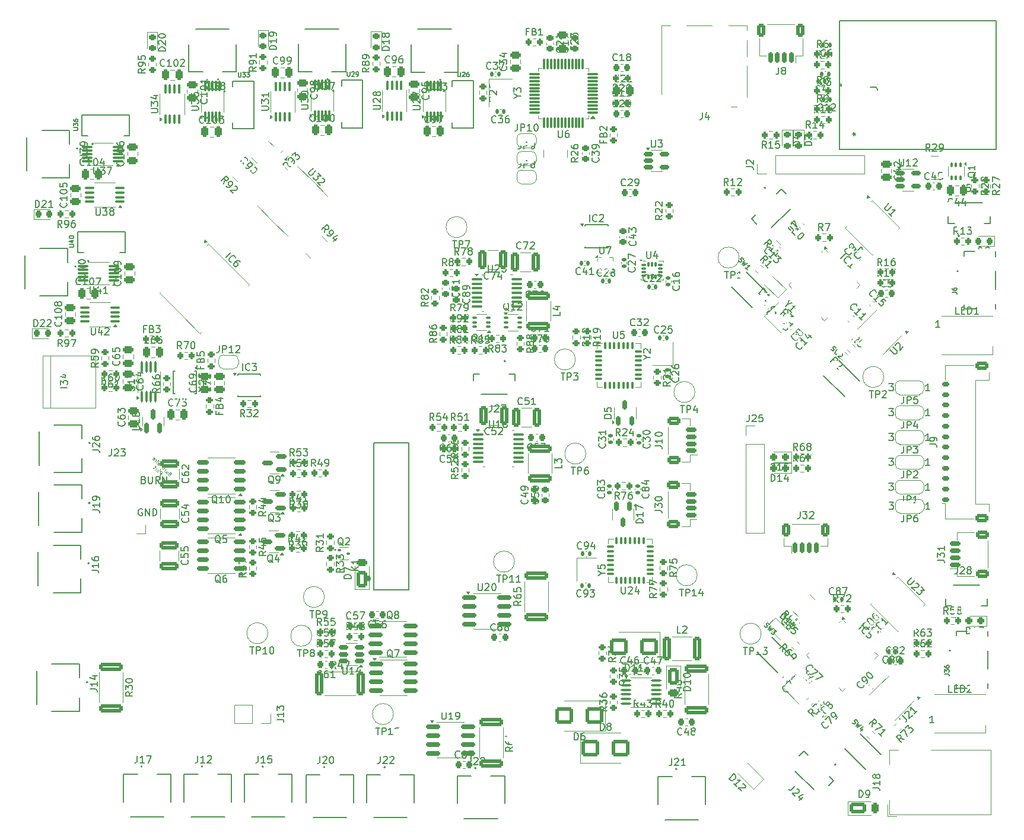
<source format=gbr>
%TF.GenerationSoftware,KiCad,Pcbnew,8.0.2-1*%
%TF.CreationDate,2024-05-28T14:08:19-07:00*%
%TF.ProjectId,flat_sat_dev_board,666c6174-5f73-4617-945f-6465765f626f,rev?*%
%TF.SameCoordinates,Original*%
%TF.FileFunction,Legend,Top*%
%TF.FilePolarity,Positive*%
%FSLAX46Y46*%
G04 Gerber Fmt 4.6, Leading zero omitted, Abs format (unit mm)*
G04 Created by KiCad (PCBNEW 8.0.2-1) date 2024-05-28 14:08:19*
%MOMM*%
%LPD*%
G01*
G04 APERTURE LIST*
G04 Aperture macros list*
%AMRoundRect*
0 Rectangle with rounded corners*
0 $1 Rounding radius*
0 $2 $3 $4 $5 $6 $7 $8 $9 X,Y pos of 4 corners*
0 Add a 4 corners polygon primitive as box body*
4,1,4,$2,$3,$4,$5,$6,$7,$8,$9,$2,$3,0*
0 Add four circle primitives for the rounded corners*
1,1,$1+$1,$2,$3*
1,1,$1+$1,$4,$5*
1,1,$1+$1,$6,$7*
1,1,$1+$1,$8,$9*
0 Add four rect primitives between the rounded corners*
20,1,$1+$1,$2,$3,$4,$5,0*
20,1,$1+$1,$4,$5,$6,$7,0*
20,1,$1+$1,$6,$7,$8,$9,0*
20,1,$1+$1,$8,$9,$2,$3,0*%
%AMRotRect*
0 Rectangle, with rotation*
0 The origin of the aperture is its center*
0 $1 length*
0 $2 width*
0 $3 Rotation angle, in degrees counterclockwise*
0 Add horizontal line*
21,1,$1,$2,0,0,$3*%
%AMFreePoly0*
4,1,19,0.550000,-0.750000,0.000000,-0.750000,0.000000,-0.744911,-0.071157,-0.744911,-0.207708,-0.704816,-0.327430,-0.627875,-0.420627,-0.520320,-0.479746,-0.390866,-0.500000,-0.250000,-0.500000,0.250000,-0.479746,0.390866,-0.420627,0.520320,-0.327430,0.627875,-0.207708,0.704816,-0.071157,0.744911,0.000000,0.744911,0.000000,0.750000,0.550000,0.750000,0.550000,-0.750000,0.550000,-0.750000,
$1*%
%AMFreePoly1*
4,1,19,0.000000,0.744911,0.071157,0.744911,0.207708,0.704816,0.327430,0.627875,0.420627,0.520320,0.479746,0.390866,0.500000,0.250000,0.500000,-0.250000,0.479746,-0.390866,0.420627,-0.520320,0.327430,-0.627875,0.207708,-0.704816,0.071157,-0.744911,0.000000,-0.744911,0.000000,-0.750000,-0.550000,-0.750000,-0.550000,0.750000,0.000000,0.750000,0.000000,0.744911,0.000000,0.744911,
$1*%
%AMFreePoly2*
4,1,19,0.500000,-0.750000,0.000000,-0.750000,0.000000,-0.744911,-0.071157,-0.744911,-0.207708,-0.704816,-0.327430,-0.627875,-0.420627,-0.520320,-0.479746,-0.390866,-0.500000,-0.250000,-0.500000,0.250000,-0.479746,0.390866,-0.420627,0.520320,-0.327430,0.627875,-0.207708,0.704816,-0.071157,0.744911,0.000000,0.744911,0.000000,0.750000,0.500000,0.750000,0.500000,-0.750000,0.500000,-0.750000,
$1*%
%AMFreePoly3*
4,1,19,0.000000,0.744911,0.071157,0.744911,0.207708,0.704816,0.327430,0.627875,0.420627,0.520320,0.479746,0.390866,0.500000,0.250000,0.500000,-0.250000,0.479746,-0.390866,0.420627,-0.520320,0.327430,-0.627875,0.207708,-0.704816,0.071157,-0.744911,0.000000,-0.744911,0.000000,-0.750000,-0.500000,-0.750000,-0.500000,0.750000,0.000000,0.750000,0.000000,0.744911,0.000000,0.744911,
$1*%
G04 Aperture macros list end*
%ADD10C,0.150000*%
%ADD11C,0.146304*%
%ADD12C,0.100000*%
%ADD13C,0.120000*%
%ADD14C,0.203200*%
%ADD15C,0.127000*%
%ADD16C,0.200000*%
%ADD17C,0.400000*%
%ADD18C,0.152400*%
%ADD19FreePoly0,180.000000*%
%ADD20R,1.000000X1.500000*%
%ADD21FreePoly1,180.000000*%
%ADD22RoundRect,0.250000X-1.000000X-0.900000X1.000000X-0.900000X1.000000X0.900000X-1.000000X0.900000X0*%
%ADD23RoundRect,0.225000X-0.225000X-0.250000X0.225000X-0.250000X0.225000X0.250000X-0.225000X0.250000X0*%
%ADD24RoundRect,0.150000X0.150000X0.625000X-0.150000X0.625000X-0.150000X-0.625000X0.150000X-0.625000X0*%
%ADD25RoundRect,0.250000X0.350000X0.650000X-0.350000X0.650000X-0.350000X-0.650000X0.350000X-0.650000X0*%
%ADD26RoundRect,0.140000X-0.219203X-0.021213X-0.021213X-0.219203X0.219203X0.021213X0.021213X0.219203X0*%
%ADD27RoundRect,0.200000X-0.335876X-0.053033X-0.053033X-0.335876X0.335876X0.053033X0.053033X0.335876X0*%
%ADD28RoundRect,0.050800X-0.636396X0.000000X0.000000X-0.636396X0.636396X0.000000X0.000000X0.636396X0*%
%ADD29RoundRect,0.200000X0.275000X-0.200000X0.275000X0.200000X-0.275000X0.200000X-0.275000X-0.200000X0*%
%ADD30RoundRect,0.140000X-0.021213X0.219203X-0.219203X0.021213X0.021213X-0.219203X0.219203X-0.021213X0*%
%ADD31R,0.600000X1.000000*%
%ADD32R,1.250000X1.800000*%
%ADD33FreePoly2,0.000000*%
%ADD34FreePoly3,0.000000*%
%ADD35C,2.000000*%
%ADD36C,1.800000*%
%ADD37RoundRect,0.140000X0.140000X0.170000X-0.140000X0.170000X-0.140000X-0.170000X0.140000X-0.170000X0*%
%ADD38RoundRect,0.218750X-0.256250X0.218750X-0.256250X-0.218750X0.256250X-0.218750X0.256250X0.218750X0*%
%ADD39RoundRect,0.200000X-0.275000X0.200000X-0.275000X-0.200000X0.275000X-0.200000X0.275000X0.200000X0*%
%ADD40RoundRect,0.100000X0.225000X0.100000X-0.225000X0.100000X-0.225000X-0.100000X0.225000X-0.100000X0*%
%ADD41RoundRect,0.200000X-0.200000X-0.275000X0.200000X-0.275000X0.200000X0.275000X-0.200000X0.275000X0*%
%ADD42R,1.000000X0.600000*%
%ADD43R,1.800000X1.250000*%
%ADD44RoundRect,0.150000X-0.825000X-0.150000X0.825000X-0.150000X0.825000X0.150000X-0.825000X0.150000X0*%
%ADD45RoundRect,0.140000X-0.170000X0.140000X-0.170000X-0.140000X0.170000X-0.140000X0.170000X0.140000X0*%
%ADD46RoundRect,0.250000X0.950000X0.500000X-0.950000X0.500000X-0.950000X-0.500000X0.950000X-0.500000X0*%
%ADD47RoundRect,0.250000X0.275000X0.500000X-0.275000X0.500000X-0.275000X-0.500000X0.275000X-0.500000X0*%
%ADD48RoundRect,0.100000X0.155000X0.100000X-0.155000X0.100000X-0.155000X-0.100000X0.155000X-0.100000X0*%
%ADD49RoundRect,0.200000X0.335876X0.053033X0.053033X0.335876X-0.335876X-0.053033X-0.053033X-0.335876X0*%
%ADD50RoundRect,0.075000X0.437500X0.075000X-0.437500X0.075000X-0.437500X-0.075000X0.437500X-0.075000X0*%
%ADD51RoundRect,0.075000X0.075000X0.437500X-0.075000X0.437500X-0.075000X-0.437500X0.075000X-0.437500X0*%
%ADD52R,4.250000X4.250000*%
%ADD53RoundRect,0.225000X0.250000X-0.225000X0.250000X0.225000X-0.250000X0.225000X-0.250000X-0.225000X0*%
%ADD54RoundRect,0.150000X0.662500X0.150000X-0.662500X0.150000X-0.662500X-0.150000X0.662500X-0.150000X0*%
%ADD55R,2.514000X3.200000*%
%ADD56R,3.000000X3.100000*%
%ADD57RoundRect,0.100000X-0.687500X-0.100000X0.687500X-0.100000X0.687500X0.100000X-0.687500X0.100000X0*%
%ADD58RoundRect,0.150000X0.512500X0.150000X-0.512500X0.150000X-0.512500X-0.150000X0.512500X-0.150000X0*%
%ADD59RoundRect,0.150000X-0.150000X-0.625000X0.150000X-0.625000X0.150000X0.625000X-0.150000X0.625000X0*%
%ADD60RoundRect,0.250000X-0.350000X-0.650000X0.350000X-0.650000X0.350000X0.650000X-0.350000X0.650000X0*%
%ADD61RoundRect,0.140000X-0.140000X-0.170000X0.140000X-0.170000X0.140000X0.170000X-0.140000X0.170000X0*%
%ADD62R,2.360000X1.730000*%
%ADD63RoundRect,0.087500X0.087500X-0.587500X0.087500X0.587500X-0.087500X0.587500X-0.087500X-0.587500X0*%
%ADD64RoundRect,0.250000X-0.250000X-0.475000X0.250000X-0.475000X0.250000X0.475000X-0.250000X0.475000X0*%
%ADD65RoundRect,0.150000X0.587500X0.150000X-0.587500X0.150000X-0.587500X-0.150000X0.587500X-0.150000X0*%
%ADD66RoundRect,0.140000X0.219203X0.021213X0.021213X0.219203X-0.219203X-0.021213X-0.021213X-0.219203X0*%
%ADD67RoundRect,0.225000X0.225000X0.250000X-0.225000X0.250000X-0.225000X-0.250000X0.225000X-0.250000X0*%
%ADD68RoundRect,0.135000X0.226274X0.035355X0.035355X0.226274X-0.226274X-0.035355X-0.035355X-0.226274X0*%
%ADD69RotRect,0.800000X0.500000X315.000000*%
%ADD70RotRect,0.800000X0.400000X315.000000*%
%ADD71RoundRect,0.250000X1.425000X-0.362500X1.425000X0.362500X-1.425000X0.362500X-1.425000X-0.362500X0*%
%ADD72RoundRect,0.150000X0.150000X-0.512500X0.150000X0.512500X-0.150000X0.512500X-0.150000X-0.512500X0*%
%ADD73RoundRect,0.100000X-0.225000X-0.100000X0.225000X-0.100000X0.225000X0.100000X-0.225000X0.100000X0*%
%ADD74R,1.100000X0.400000*%
%ADD75R,0.850000X1.100000*%
%ADD76R,0.750000X1.100000*%
%ADD77R,1.200000X1.000000*%
%ADD78R,1.550000X1.350000*%
%ADD79R,1.900000X1.350000*%
%ADD80R,1.170000X1.800000*%
%ADD81RoundRect,0.075000X0.662500X0.075000X-0.662500X0.075000X-0.662500X-0.075000X0.662500X-0.075000X0*%
%ADD82RoundRect,0.075000X0.075000X0.662500X-0.075000X0.662500X-0.075000X-0.662500X0.075000X-0.662500X0*%
%ADD83RoundRect,0.075000X0.075000X-0.650000X0.075000X0.650000X-0.075000X0.650000X-0.075000X-0.650000X0*%
%ADD84RoundRect,0.150000X-0.565685X0.353553X0.353553X-0.565685X0.565685X-0.353553X-0.353553X0.565685X0*%
%ADD85RoundRect,0.225000X0.017678X-0.335876X0.335876X-0.017678X-0.017678X0.335876X-0.335876X0.017678X0*%
%ADD86RoundRect,0.150000X0.406586X0.618718X-0.618718X-0.406586X-0.406586X-0.618718X0.618718X0.406586X0*%
%ADD87RoundRect,0.218750X-0.218750X-0.256250X0.218750X-0.256250X0.218750X0.256250X-0.218750X0.256250X0*%
%ADD88RoundRect,0.250000X1.000000X0.900000X-1.000000X0.900000X-1.000000X-0.900000X1.000000X-0.900000X0*%
%ADD89RoundRect,0.140000X0.021213X-0.219203X0.219203X-0.021213X-0.021213X0.219203X-0.219203X0.021213X0*%
%ADD90RoundRect,0.225000X-0.250000X0.225000X-0.250000X-0.225000X0.250000X-0.225000X0.250000X0.225000X0*%
%ADD91RoundRect,0.200000X0.200000X0.275000X-0.200000X0.275000X-0.200000X-0.275000X0.200000X-0.275000X0*%
%ADD92RoundRect,0.237500X0.287500X0.237500X-0.287500X0.237500X-0.287500X-0.237500X0.287500X-0.237500X0*%
%ADD93RoundRect,0.250000X-0.475000X0.250000X-0.475000X-0.250000X0.475000X-0.250000X0.475000X0.250000X0*%
%ADD94RoundRect,0.075000X0.650000X0.075000X-0.650000X0.075000X-0.650000X-0.075000X0.650000X-0.075000X0*%
%ADD95RoundRect,0.150000X0.625000X-0.150000X0.625000X0.150000X-0.625000X0.150000X-0.625000X-0.150000X0*%
%ADD96RoundRect,0.250000X0.650000X-0.350000X0.650000X0.350000X-0.650000X0.350000X-0.650000X-0.350000X0*%
%ADD97RotRect,0.800000X0.500000X135.000000*%
%ADD98RotRect,0.800000X0.400000X135.000000*%
%ADD99R,1.600000X0.700000*%
%ADD100RoundRect,0.250000X0.475000X-0.250000X0.475000X0.250000X-0.475000X0.250000X-0.475000X-0.250000X0*%
%ADD101RoundRect,0.225000X-0.017678X0.335876X-0.335876X0.017678X0.017678X-0.335876X0.335876X-0.017678X0*%
%ADD102R,0.375000X0.350000*%
%ADD103R,0.350000X0.375000*%
%ADD104RoundRect,0.100000X-0.625000X-0.100000X0.625000X-0.100000X0.625000X0.100000X-0.625000X0.100000X0*%
%ADD105R,1.650000X2.850000*%
%ADD106R,1.700000X1.700000*%
%ADD107O,1.700000X1.700000*%
%ADD108R,1.730000X2.360000*%
%ADD109RoundRect,0.087500X0.587500X0.087500X-0.587500X0.087500X-0.587500X-0.087500X0.587500X-0.087500X0*%
%ADD110RoundRect,0.250000X-0.325000X-1.100000X0.325000X-1.100000X0.325000X1.100000X-0.325000X1.100000X0*%
%ADD111RoundRect,0.250000X-0.312500X-1.450000X0.312500X-1.450000X0.312500X1.450000X-0.312500X1.450000X0*%
%ADD112R,0.700000X1.600000*%
%ADD113R,0.600000X1.550000*%
%ADD114R,1.200000X1.800000*%
%ADD115RoundRect,0.250000X-1.450000X0.312500X-1.450000X-0.312500X1.450000X-0.312500X1.450000X0.312500X0*%
%ADD116RoundRect,0.125000X-0.176777X0.000000X0.000000X-0.176777X0.176777X0.000000X0.000000X0.176777X0*%
%ADD117R,0.800000X0.500000*%
%ADD118R,0.800000X0.400000*%
%ADD119RoundRect,0.250000X-0.362500X-1.425000X0.362500X-1.425000X0.362500X1.425000X-0.362500X1.425000X0*%
%ADD120RoundRect,0.250000X-1.425000X0.362500X-1.425000X-0.362500X1.425000X-0.362500X1.425000X0.362500X0*%
%ADD121R,1.500000X0.900000*%
%ADD122R,1.200000X1.400000*%
%ADD123RoundRect,0.200000X-0.053033X0.335876X-0.335876X0.053033X0.053033X-0.335876X0.335876X-0.053033X0*%
%ADD124R,1.380000X0.450000*%
%ADD125O,2.416000X1.208000*%
%ADD126R,2.100000X1.475000*%
%ADD127R,1.900000X1.375000*%
%ADD128RoundRect,0.140000X0.170000X-0.140000X0.170000X0.140000X-0.170000X0.140000X-0.170000X-0.140000X0*%
%ADD129RoundRect,0.250000X-1.100000X0.325000X-1.100000X-0.325000X1.100000X-0.325000X1.100000X0.325000X0*%
%ADD130RoundRect,0.087500X-0.225000X-0.087500X0.225000X-0.087500X0.225000X0.087500X-0.225000X0.087500X0*%
%ADD131RoundRect,0.087500X-0.087500X-0.225000X0.087500X-0.225000X0.087500X0.225000X-0.087500X0.225000X0*%
%ADD132R,1.508000X1.508000*%
%ADD133C,1.508000*%
%ADD134RoundRect,0.250000X0.500000X-0.950000X0.500000X0.950000X-0.500000X0.950000X-0.500000X-0.950000X0*%
%ADD135RoundRect,0.250000X0.500000X-0.275000X0.500000X0.275000X-0.500000X0.275000X-0.500000X-0.275000X0*%
%ADD136RoundRect,0.218750X0.218750X0.256250X-0.218750X0.256250X-0.218750X-0.256250X0.218750X-0.256250X0*%
%ADD137R,0.250000X1.100000*%
%ADD138RoundRect,0.150000X-0.512500X-0.150000X0.512500X-0.150000X0.512500X0.150000X-0.512500X0.150000X0*%
%ADD139RoundRect,0.075000X-0.437500X-0.075000X0.437500X-0.075000X0.437500X0.075000X-0.437500X0.075000X0*%
%ADD140RoundRect,0.075000X-0.075000X-0.437500X0.075000X-0.437500X0.075000X0.437500X-0.075000X0.437500X0*%
%ADD141RoundRect,0.125000X0.176777X0.000000X0.000000X0.176777X-0.176777X0.000000X0.000000X-0.176777X0*%
%ADD142RoundRect,0.150000X0.150000X-0.587500X0.150000X0.587500X-0.150000X0.587500X-0.150000X-0.587500X0*%
%ADD143RoundRect,0.250000X0.250000X0.475000X-0.250000X0.475000X-0.250000X-0.475000X0.250000X-0.475000X0*%
%ADD144RoundRect,0.225000X-0.335876X-0.017678X-0.017678X-0.335876X0.335876X0.017678X0.017678X0.335876X0*%
%ADD145RoundRect,0.250000X-1.025305X0.318198X0.318198X-1.025305X1.025305X-0.318198X-0.318198X1.025305X0*%
%ADD146RoundRect,0.250000X-0.548008X-0.159099X-0.159099X-0.548008X0.548008X0.159099X0.159099X0.548008X0*%
%ADD147RoundRect,0.150000X-0.150000X0.512500X-0.150000X-0.512500X0.150000X-0.512500X0.150000X0.512500X0*%
%ADD148RoundRect,0.050000X-0.309359X0.238649X0.238649X-0.309359X0.309359X-0.238649X-0.238649X0.309359X0*%
%ADD149RoundRect,0.050000X-0.309359X-0.238649X-0.238649X-0.309359X0.309359X0.238649X0.238649X0.309359X0*%
%ADD150RotRect,3.200000X3.200000X315.000000*%
%ADD151R,1.000000X1.150000*%
%ADD152RoundRect,0.100000X0.100000X-0.712500X0.100000X0.712500X-0.100000X0.712500X-0.100000X-0.712500X0*%
%ADD153RoundRect,0.150000X0.350000X-0.150000X0.350000X0.150000X-0.350000X0.150000X-0.350000X-0.150000X0*%
%ADD154RoundRect,0.250000X0.650000X-0.375000X0.650000X0.375000X-0.650000X0.375000X-0.650000X-0.375000X0*%
%ADD155RoundRect,0.250000X-0.500000X0.950000X-0.500000X-0.950000X0.500000X-0.950000X0.500000X0.950000X0*%
%ADD156RoundRect,0.250000X-0.500000X0.275000X-0.500000X-0.275000X0.500000X-0.275000X0.500000X0.275000X0*%
%ADD157R,0.500000X0.800000*%
%ADD158R,0.400000X0.800000*%
%ADD159RoundRect,0.100000X-0.100000X0.225000X-0.100000X-0.225000X0.100000X-0.225000X0.100000X0.225000X0*%
%ADD160RoundRect,0.100000X-0.521491X0.380070X0.380070X-0.521491X0.521491X-0.380070X-0.380070X0.521491X0*%
%ADD161R,2.000000X4.600000*%
%ADD162O,2.000000X4.200000*%
%ADD163O,4.200000X2.000000*%
%ADD164RotRect,1.150000X1.000000X315.000000*%
%ADD165RoundRect,0.250000X0.325000X1.100000X-0.325000X1.100000X-0.325000X-1.100000X0.325000X-1.100000X0*%
%ADD166RotRect,0.600000X1.550000X225.000000*%
%ADD167RotRect,1.200000X1.800000X225.000000*%
%ADD168RotRect,0.600000X1.550000X135.000000*%
%ADD169RotRect,1.200000X1.800000X135.000000*%
%ADD170C,3.251200*%
%ADD171C,1.397000*%
%ADD172C,2.108200*%
%ADD173C,4.770000*%
%ADD174C,5.325000*%
%ADD175C,3.570000*%
%ADD176C,1.980000*%
%ADD177C,1.000000*%
%ADD178C,2.050000*%
%ADD179C,2.250000*%
G04 APERTURE END LIST*
D10*
X202141666Y-97404819D02*
X202141666Y-98119104D01*
X202141666Y-98119104D02*
X202094047Y-98261961D01*
X202094047Y-98261961D02*
X201998809Y-98357200D01*
X201998809Y-98357200D02*
X201855952Y-98404819D01*
X201855952Y-98404819D02*
X201760714Y-98404819D01*
X202617857Y-98404819D02*
X202617857Y-97404819D01*
X202617857Y-97404819D02*
X202998809Y-97404819D01*
X202998809Y-97404819D02*
X203094047Y-97452438D01*
X203094047Y-97452438D02*
X203141666Y-97500057D01*
X203141666Y-97500057D02*
X203189285Y-97595295D01*
X203189285Y-97595295D02*
X203189285Y-97738152D01*
X203189285Y-97738152D02*
X203141666Y-97833390D01*
X203141666Y-97833390D02*
X203094047Y-97881009D01*
X203094047Y-97881009D02*
X202998809Y-97928628D01*
X202998809Y-97928628D02*
X202617857Y-97928628D01*
X203570238Y-97500057D02*
X203617857Y-97452438D01*
X203617857Y-97452438D02*
X203713095Y-97404819D01*
X203713095Y-97404819D02*
X203951190Y-97404819D01*
X203951190Y-97404819D02*
X204046428Y-97452438D01*
X204046428Y-97452438D02*
X204094047Y-97500057D01*
X204094047Y-97500057D02*
X204141666Y-97595295D01*
X204141666Y-97595295D02*
X204141666Y-97690533D01*
X204141666Y-97690533D02*
X204094047Y-97833390D01*
X204094047Y-97833390D02*
X203522619Y-98404819D01*
X203522619Y-98404819D02*
X204141666Y-98404819D01*
X200041666Y-95604819D02*
X200660713Y-95604819D01*
X200660713Y-95604819D02*
X200327380Y-95985771D01*
X200327380Y-95985771D02*
X200470237Y-95985771D01*
X200470237Y-95985771D02*
X200565475Y-96033390D01*
X200565475Y-96033390D02*
X200613094Y-96081009D01*
X200613094Y-96081009D02*
X200660713Y-96176247D01*
X200660713Y-96176247D02*
X200660713Y-96414342D01*
X200660713Y-96414342D02*
X200613094Y-96509580D01*
X200613094Y-96509580D02*
X200565475Y-96557200D01*
X200565475Y-96557200D02*
X200470237Y-96604819D01*
X200470237Y-96604819D02*
X200184523Y-96604819D01*
X200184523Y-96604819D02*
X200089285Y-96557200D01*
X200089285Y-96557200D02*
X200041666Y-96509580D01*
X205860715Y-96604819D02*
X205289287Y-96604819D01*
X205575001Y-96604819D02*
X205575001Y-95604819D01*
X205575001Y-95604819D02*
X205479763Y-95747676D01*
X205479763Y-95747676D02*
X205384525Y-95842914D01*
X205384525Y-95842914D02*
X205289287Y-95890533D01*
X158864722Y-134426265D02*
X158864722Y-133426265D01*
X158864722Y-133426265D02*
X159102817Y-133426265D01*
X159102817Y-133426265D02*
X159245674Y-133473884D01*
X159245674Y-133473884D02*
X159340912Y-133569122D01*
X159340912Y-133569122D02*
X159388531Y-133664360D01*
X159388531Y-133664360D02*
X159436150Y-133854836D01*
X159436150Y-133854836D02*
X159436150Y-133997693D01*
X159436150Y-133997693D02*
X159388531Y-134188169D01*
X159388531Y-134188169D02*
X159340912Y-134283407D01*
X159340912Y-134283407D02*
X159245674Y-134378646D01*
X159245674Y-134378646D02*
X159102817Y-134426265D01*
X159102817Y-134426265D02*
X158864722Y-134426265D01*
X160007579Y-133854836D02*
X159912341Y-133807217D01*
X159912341Y-133807217D02*
X159864722Y-133759598D01*
X159864722Y-133759598D02*
X159817103Y-133664360D01*
X159817103Y-133664360D02*
X159817103Y-133616741D01*
X159817103Y-133616741D02*
X159864722Y-133521503D01*
X159864722Y-133521503D02*
X159912341Y-133473884D01*
X159912341Y-133473884D02*
X160007579Y-133426265D01*
X160007579Y-133426265D02*
X160198055Y-133426265D01*
X160198055Y-133426265D02*
X160293293Y-133473884D01*
X160293293Y-133473884D02*
X160340912Y-133521503D01*
X160340912Y-133521503D02*
X160388531Y-133616741D01*
X160388531Y-133616741D02*
X160388531Y-133664360D01*
X160388531Y-133664360D02*
X160340912Y-133759598D01*
X160340912Y-133759598D02*
X160293293Y-133807217D01*
X160293293Y-133807217D02*
X160198055Y-133854836D01*
X160198055Y-133854836D02*
X160007579Y-133854836D01*
X160007579Y-133854836D02*
X159912341Y-133902455D01*
X159912341Y-133902455D02*
X159864722Y-133950074D01*
X159864722Y-133950074D02*
X159817103Y-134045312D01*
X159817103Y-134045312D02*
X159817103Y-134235788D01*
X159817103Y-134235788D02*
X159864722Y-134331026D01*
X159864722Y-134331026D02*
X159912341Y-134378646D01*
X159912341Y-134378646D02*
X160007579Y-134426265D01*
X160007579Y-134426265D02*
X160198055Y-134426265D01*
X160198055Y-134426265D02*
X160293293Y-134378646D01*
X160293293Y-134378646D02*
X160340912Y-134331026D01*
X160340912Y-134331026D02*
X160388531Y-134235788D01*
X160388531Y-134235788D02*
X160388531Y-134045312D01*
X160388531Y-134045312D02*
X160340912Y-133950074D01*
X160340912Y-133950074D02*
X160293293Y-133902455D01*
X160293293Y-133902455D02*
X160198055Y-133854836D01*
X138759959Y-138293526D02*
X138712340Y-138341146D01*
X138712340Y-138341146D02*
X138569483Y-138388765D01*
X138569483Y-138388765D02*
X138474245Y-138388765D01*
X138474245Y-138388765D02*
X138331388Y-138341146D01*
X138331388Y-138341146D02*
X138236150Y-138245907D01*
X138236150Y-138245907D02*
X138188531Y-138150669D01*
X138188531Y-138150669D02*
X138140912Y-137960193D01*
X138140912Y-137960193D02*
X138140912Y-137817336D01*
X138140912Y-137817336D02*
X138188531Y-137626860D01*
X138188531Y-137626860D02*
X138236150Y-137531622D01*
X138236150Y-137531622D02*
X138331388Y-137436384D01*
X138331388Y-137436384D02*
X138474245Y-137388765D01*
X138474245Y-137388765D02*
X138569483Y-137388765D01*
X138569483Y-137388765D02*
X138712340Y-137436384D01*
X138712340Y-137436384D02*
X138759959Y-137484003D01*
X139617102Y-137388765D02*
X139426626Y-137388765D01*
X139426626Y-137388765D02*
X139331388Y-137436384D01*
X139331388Y-137436384D02*
X139283769Y-137484003D01*
X139283769Y-137484003D02*
X139188531Y-137626860D01*
X139188531Y-137626860D02*
X139140912Y-137817336D01*
X139140912Y-137817336D02*
X139140912Y-138198288D01*
X139140912Y-138198288D02*
X139188531Y-138293526D01*
X139188531Y-138293526D02*
X139236150Y-138341146D01*
X139236150Y-138341146D02*
X139331388Y-138388765D01*
X139331388Y-138388765D02*
X139521864Y-138388765D01*
X139521864Y-138388765D02*
X139617102Y-138341146D01*
X139617102Y-138341146D02*
X139664721Y-138293526D01*
X139664721Y-138293526D02*
X139712340Y-138198288D01*
X139712340Y-138198288D02*
X139712340Y-137960193D01*
X139712340Y-137960193D02*
X139664721Y-137864955D01*
X139664721Y-137864955D02*
X139617102Y-137817336D01*
X139617102Y-137817336D02*
X139521864Y-137769717D01*
X139521864Y-137769717D02*
X139331388Y-137769717D01*
X139331388Y-137769717D02*
X139236150Y-137817336D01*
X139236150Y-137817336D02*
X139188531Y-137864955D01*
X139188531Y-137864955D02*
X139140912Y-137960193D01*
X140045674Y-137388765D02*
X140712340Y-137388765D01*
X140712340Y-137388765D02*
X140283769Y-138388765D01*
X184291666Y-39759819D02*
X184291666Y-40474104D01*
X184291666Y-40474104D02*
X184244047Y-40616961D01*
X184244047Y-40616961D02*
X184148809Y-40712200D01*
X184148809Y-40712200D02*
X184005952Y-40759819D01*
X184005952Y-40759819D02*
X183910714Y-40759819D01*
X184910714Y-40188390D02*
X184815476Y-40140771D01*
X184815476Y-40140771D02*
X184767857Y-40093152D01*
X184767857Y-40093152D02*
X184720238Y-39997914D01*
X184720238Y-39997914D02*
X184720238Y-39950295D01*
X184720238Y-39950295D02*
X184767857Y-39855057D01*
X184767857Y-39855057D02*
X184815476Y-39807438D01*
X184815476Y-39807438D02*
X184910714Y-39759819D01*
X184910714Y-39759819D02*
X185101190Y-39759819D01*
X185101190Y-39759819D02*
X185196428Y-39807438D01*
X185196428Y-39807438D02*
X185244047Y-39855057D01*
X185244047Y-39855057D02*
X185291666Y-39950295D01*
X185291666Y-39950295D02*
X185291666Y-39997914D01*
X185291666Y-39997914D02*
X185244047Y-40093152D01*
X185244047Y-40093152D02*
X185196428Y-40140771D01*
X185196428Y-40140771D02*
X185101190Y-40188390D01*
X185101190Y-40188390D02*
X184910714Y-40188390D01*
X184910714Y-40188390D02*
X184815476Y-40236009D01*
X184815476Y-40236009D02*
X184767857Y-40283628D01*
X184767857Y-40283628D02*
X184720238Y-40378866D01*
X184720238Y-40378866D02*
X184720238Y-40569342D01*
X184720238Y-40569342D02*
X184767857Y-40664580D01*
X184767857Y-40664580D02*
X184815476Y-40712200D01*
X184815476Y-40712200D02*
X184910714Y-40759819D01*
X184910714Y-40759819D02*
X185101190Y-40759819D01*
X185101190Y-40759819D02*
X185196428Y-40712200D01*
X185196428Y-40712200D02*
X185244047Y-40664580D01*
X185244047Y-40664580D02*
X185291666Y-40569342D01*
X185291666Y-40569342D02*
X185291666Y-40378866D01*
X185291666Y-40378866D02*
X185244047Y-40283628D01*
X185244047Y-40283628D02*
X185196428Y-40236009D01*
X185196428Y-40236009D02*
X185101190Y-40188390D01*
X188561413Y-126004449D02*
X188494069Y-126004449D01*
X188494069Y-126004449D02*
X188359382Y-125937105D01*
X188359382Y-125937105D02*
X188292039Y-125869762D01*
X188292039Y-125869762D02*
X188224695Y-125735075D01*
X188224695Y-125735075D02*
X188224695Y-125600388D01*
X188224695Y-125600388D02*
X188258367Y-125499373D01*
X188258367Y-125499373D02*
X188359382Y-125331014D01*
X188359382Y-125331014D02*
X188460397Y-125229999D01*
X188460397Y-125229999D02*
X188628756Y-125128983D01*
X188628756Y-125128983D02*
X188729771Y-125095312D01*
X188729771Y-125095312D02*
X188864458Y-125095312D01*
X188864458Y-125095312D02*
X188999145Y-125162655D01*
X188999145Y-125162655D02*
X189066489Y-125229999D01*
X189066489Y-125229999D02*
X189133832Y-125364686D01*
X189133832Y-125364686D02*
X189133832Y-125432029D01*
X189436878Y-125600388D02*
X189908283Y-126071792D01*
X189908283Y-126071792D02*
X188898130Y-126475853D01*
X190110313Y-126273823D02*
X190581718Y-126745228D01*
X190581718Y-126745228D02*
X189571565Y-127149289D01*
X195196706Y-79092591D02*
X195297721Y-78520172D01*
X194792645Y-78688530D02*
X195499752Y-77981424D01*
X195499752Y-77981424D02*
X195769126Y-78250798D01*
X195769126Y-78250798D02*
X195802798Y-78351813D01*
X195802798Y-78351813D02*
X195802798Y-78419156D01*
X195802798Y-78419156D02*
X195769126Y-78520172D01*
X195769126Y-78520172D02*
X195668111Y-78621187D01*
X195668111Y-78621187D02*
X195567095Y-78654859D01*
X195567095Y-78654859D02*
X195499752Y-78654859D01*
X195499752Y-78654859D02*
X195398737Y-78621187D01*
X195398737Y-78621187D02*
X195129363Y-78351813D01*
X196543576Y-79025248D02*
X196206859Y-78688530D01*
X196206859Y-78688530D02*
X195836469Y-78991576D01*
X195836469Y-78991576D02*
X195903813Y-78991576D01*
X195903813Y-78991576D02*
X196004828Y-79025248D01*
X196004828Y-79025248D02*
X196173187Y-79193607D01*
X196173187Y-79193607D02*
X196206859Y-79294622D01*
X196206859Y-79294622D02*
X196206859Y-79361965D01*
X196206859Y-79361965D02*
X196173187Y-79462981D01*
X196173187Y-79462981D02*
X196004828Y-79631339D01*
X196004828Y-79631339D02*
X195903813Y-79665011D01*
X195903813Y-79665011D02*
X195836469Y-79665011D01*
X195836469Y-79665011D02*
X195735454Y-79631339D01*
X195735454Y-79631339D02*
X195567095Y-79462981D01*
X195567095Y-79462981D02*
X195533424Y-79361965D01*
X195533424Y-79361965D02*
X195533424Y-79294622D01*
D11*
X194831560Y-133308351D02*
X194876445Y-133398119D01*
X194876445Y-133398119D02*
X194988655Y-133510330D01*
X194988655Y-133510330D02*
X195055981Y-133532772D01*
X195055981Y-133532772D02*
X195100865Y-133532772D01*
X195100865Y-133532772D02*
X195168192Y-133510330D01*
X195168192Y-133510330D02*
X195213076Y-133465446D01*
X195213076Y-133465446D02*
X195235518Y-133398119D01*
X195235518Y-133398119D02*
X195235518Y-133353235D01*
X195235518Y-133353235D02*
X195213076Y-133285909D01*
X195213076Y-133285909D02*
X195145750Y-133173699D01*
X195145750Y-133173699D02*
X195123308Y-133106372D01*
X195123308Y-133106372D02*
X195123308Y-133061488D01*
X195123308Y-133061488D02*
X195145750Y-132994162D01*
X195145750Y-132994162D02*
X195190634Y-132949278D01*
X195190634Y-132949278D02*
X195257960Y-132926836D01*
X195257960Y-132926836D02*
X195302844Y-132926836D01*
X195302844Y-132926836D02*
X195370171Y-132949278D01*
X195370171Y-132949278D02*
X195482381Y-133061488D01*
X195482381Y-133061488D02*
X195527265Y-133151256D01*
X195706802Y-133285909D02*
X195347728Y-133869403D01*
X195347728Y-133869403D02*
X195774128Y-133622540D01*
X195774128Y-133622540D02*
X195527265Y-134048940D01*
X195527265Y-134048940D02*
X196110759Y-133689866D01*
X196335180Y-134228477D02*
X196020991Y-134542666D01*
X196402507Y-133936730D02*
X195953665Y-134161151D01*
X195953665Y-134161151D02*
X196245412Y-134452898D01*
D10*
X135477636Y-78451803D02*
X135001445Y-78785136D01*
X135477636Y-79023231D02*
X134477636Y-79023231D01*
X134477636Y-79023231D02*
X134477636Y-78642279D01*
X134477636Y-78642279D02*
X134525255Y-78547041D01*
X134525255Y-78547041D02*
X134572874Y-78499422D01*
X134572874Y-78499422D02*
X134668112Y-78451803D01*
X134668112Y-78451803D02*
X134810969Y-78451803D01*
X134810969Y-78451803D02*
X134906207Y-78499422D01*
X134906207Y-78499422D02*
X134953826Y-78547041D01*
X134953826Y-78547041D02*
X135001445Y-78642279D01*
X135001445Y-78642279D02*
X135001445Y-79023231D01*
X134906207Y-77880374D02*
X134858588Y-77975612D01*
X134858588Y-77975612D02*
X134810969Y-78023231D01*
X134810969Y-78023231D02*
X134715731Y-78070850D01*
X134715731Y-78070850D02*
X134668112Y-78070850D01*
X134668112Y-78070850D02*
X134572874Y-78023231D01*
X134572874Y-78023231D02*
X134525255Y-77975612D01*
X134525255Y-77975612D02*
X134477636Y-77880374D01*
X134477636Y-77880374D02*
X134477636Y-77689898D01*
X134477636Y-77689898D02*
X134525255Y-77594660D01*
X134525255Y-77594660D02*
X134572874Y-77547041D01*
X134572874Y-77547041D02*
X134668112Y-77499422D01*
X134668112Y-77499422D02*
X134715731Y-77499422D01*
X134715731Y-77499422D02*
X134810969Y-77547041D01*
X134810969Y-77547041D02*
X134858588Y-77594660D01*
X134858588Y-77594660D02*
X134906207Y-77689898D01*
X134906207Y-77689898D02*
X134906207Y-77880374D01*
X134906207Y-77880374D02*
X134953826Y-77975612D01*
X134953826Y-77975612D02*
X135001445Y-78023231D01*
X135001445Y-78023231D02*
X135096683Y-78070850D01*
X135096683Y-78070850D02*
X135287159Y-78070850D01*
X135287159Y-78070850D02*
X135382397Y-78023231D01*
X135382397Y-78023231D02*
X135430017Y-77975612D01*
X135430017Y-77975612D02*
X135477636Y-77880374D01*
X135477636Y-77880374D02*
X135477636Y-77689898D01*
X135477636Y-77689898D02*
X135430017Y-77594660D01*
X135430017Y-77594660D02*
X135382397Y-77547041D01*
X135382397Y-77547041D02*
X135287159Y-77499422D01*
X135287159Y-77499422D02*
X135096683Y-77499422D01*
X135096683Y-77499422D02*
X135001445Y-77547041D01*
X135001445Y-77547041D02*
X134953826Y-77594660D01*
X134953826Y-77594660D02*
X134906207Y-77689898D01*
X134477636Y-76642279D02*
X134477636Y-76832755D01*
X134477636Y-76832755D02*
X134525255Y-76927993D01*
X134525255Y-76927993D02*
X134572874Y-76975612D01*
X134572874Y-76975612D02*
X134715731Y-77070850D01*
X134715731Y-77070850D02*
X134906207Y-77118469D01*
X134906207Y-77118469D02*
X135287159Y-77118469D01*
X135287159Y-77118469D02*
X135382397Y-77070850D01*
X135382397Y-77070850D02*
X135430017Y-77023231D01*
X135430017Y-77023231D02*
X135477636Y-76927993D01*
X135477636Y-76927993D02*
X135477636Y-76737517D01*
X135477636Y-76737517D02*
X135430017Y-76642279D01*
X135430017Y-76642279D02*
X135382397Y-76594660D01*
X135382397Y-76594660D02*
X135287159Y-76547041D01*
X135287159Y-76547041D02*
X135049064Y-76547041D01*
X135049064Y-76547041D02*
X134953826Y-76594660D01*
X134953826Y-76594660D02*
X134906207Y-76642279D01*
X134906207Y-76642279D02*
X134858588Y-76737517D01*
X134858588Y-76737517D02*
X134858588Y-76927993D01*
X134858588Y-76927993D02*
X134906207Y-77023231D01*
X134906207Y-77023231D02*
X134953826Y-77070850D01*
X134953826Y-77070850D02*
X135049064Y-77118469D01*
X190669937Y-132304074D02*
X190669937Y-132371418D01*
X190669937Y-132371418D02*
X190602593Y-132506105D01*
X190602593Y-132506105D02*
X190535250Y-132573448D01*
X190535250Y-132573448D02*
X190400563Y-132640792D01*
X190400563Y-132640792D02*
X190265876Y-132640792D01*
X190265876Y-132640792D02*
X190164861Y-132607120D01*
X190164861Y-132607120D02*
X189996502Y-132506105D01*
X189996502Y-132506105D02*
X189895487Y-132405090D01*
X189895487Y-132405090D02*
X189794471Y-132236731D01*
X189794471Y-132236731D02*
X189760800Y-132135716D01*
X189760800Y-132135716D02*
X189760800Y-132001029D01*
X189760800Y-132001029D02*
X189828143Y-131866342D01*
X189828143Y-131866342D02*
X189895487Y-131798998D01*
X189895487Y-131798998D02*
X190030174Y-131731655D01*
X190030174Y-131731655D02*
X190097517Y-131731655D01*
X190737280Y-131563296D02*
X190636265Y-131596968D01*
X190636265Y-131596968D02*
X190568922Y-131596968D01*
X190568922Y-131596968D02*
X190467906Y-131563296D01*
X190467906Y-131563296D02*
X190434235Y-131529624D01*
X190434235Y-131529624D02*
X190400563Y-131428609D01*
X190400563Y-131428609D02*
X190400563Y-131361265D01*
X190400563Y-131361265D02*
X190434235Y-131260250D01*
X190434235Y-131260250D02*
X190568922Y-131125563D01*
X190568922Y-131125563D02*
X190669937Y-131091891D01*
X190669937Y-131091891D02*
X190737280Y-131091891D01*
X190737280Y-131091891D02*
X190838296Y-131125563D01*
X190838296Y-131125563D02*
X190871967Y-131159235D01*
X190871967Y-131159235D02*
X190905639Y-131260250D01*
X190905639Y-131260250D02*
X190905639Y-131327594D01*
X190905639Y-131327594D02*
X190871967Y-131428609D01*
X190871967Y-131428609D02*
X190737280Y-131563296D01*
X190737280Y-131563296D02*
X190703609Y-131664311D01*
X190703609Y-131664311D02*
X190703609Y-131731655D01*
X190703609Y-131731655D02*
X190737280Y-131832670D01*
X190737280Y-131832670D02*
X190871967Y-131967357D01*
X190871967Y-131967357D02*
X190972983Y-132001029D01*
X190972983Y-132001029D02*
X191040326Y-132001029D01*
X191040326Y-132001029D02*
X191141341Y-131967357D01*
X191141341Y-131967357D02*
X191276028Y-131832670D01*
X191276028Y-131832670D02*
X191309700Y-131731655D01*
X191309700Y-131731655D02*
X191309700Y-131664311D01*
X191309700Y-131664311D02*
X191276028Y-131563296D01*
X191276028Y-131563296D02*
X191141341Y-131428609D01*
X191141341Y-131428609D02*
X191040326Y-131394937D01*
X191040326Y-131394937D02*
X190972983Y-131394937D01*
X190972983Y-131394937D02*
X190871967Y-131428609D01*
X191410716Y-130889861D02*
X191309700Y-130923532D01*
X191309700Y-130923532D02*
X191242357Y-130923532D01*
X191242357Y-130923532D02*
X191141342Y-130889861D01*
X191141342Y-130889861D02*
X191107670Y-130856189D01*
X191107670Y-130856189D02*
X191073998Y-130755174D01*
X191073998Y-130755174D02*
X191073998Y-130687830D01*
X191073998Y-130687830D02*
X191107670Y-130586815D01*
X191107670Y-130586815D02*
X191242357Y-130452128D01*
X191242357Y-130452128D02*
X191343372Y-130418456D01*
X191343372Y-130418456D02*
X191410716Y-130418456D01*
X191410716Y-130418456D02*
X191511731Y-130452128D01*
X191511731Y-130452128D02*
X191545403Y-130485800D01*
X191545403Y-130485800D02*
X191579074Y-130586815D01*
X191579074Y-130586815D02*
X191579074Y-130654158D01*
X191579074Y-130654158D02*
X191545403Y-130755174D01*
X191545403Y-130755174D02*
X191410716Y-130889861D01*
X191410716Y-130889861D02*
X191377044Y-130990876D01*
X191377044Y-130990876D02*
X191377044Y-131058219D01*
X191377044Y-131058219D02*
X191410716Y-131159235D01*
X191410716Y-131159235D02*
X191545403Y-131293922D01*
X191545403Y-131293922D02*
X191646418Y-131327593D01*
X191646418Y-131327593D02*
X191713761Y-131327593D01*
X191713761Y-131327593D02*
X191814777Y-131293922D01*
X191814777Y-131293922D02*
X191949464Y-131159235D01*
X191949464Y-131159235D02*
X191983135Y-131058219D01*
X191983135Y-131058219D02*
X191983135Y-130990876D01*
X191983135Y-130990876D02*
X191949464Y-130889861D01*
X191949464Y-130889861D02*
X191814777Y-130755174D01*
X191814777Y-130755174D02*
X191713761Y-130721502D01*
X191713761Y-130721502D02*
X191646418Y-130721502D01*
X191646418Y-130721502D02*
X191545403Y-130755174D01*
X92748293Y-138078765D02*
X92748293Y-138793050D01*
X92748293Y-138793050D02*
X92700674Y-138935907D01*
X92700674Y-138935907D02*
X92605436Y-139031146D01*
X92605436Y-139031146D02*
X92462579Y-139078765D01*
X92462579Y-139078765D02*
X92367341Y-139078765D01*
X93748293Y-139078765D02*
X93176865Y-139078765D01*
X93462579Y-139078765D02*
X93462579Y-138078765D01*
X93462579Y-138078765D02*
X93367341Y-138221622D01*
X93367341Y-138221622D02*
X93272103Y-138316860D01*
X93272103Y-138316860D02*
X93176865Y-138364479D01*
X94081627Y-138078765D02*
X94748293Y-138078765D01*
X94748293Y-138078765D02*
X94319722Y-139078765D01*
X147491667Y-53067319D02*
X147491667Y-53781604D01*
X147491667Y-53781604D02*
X147444048Y-53924461D01*
X147444048Y-53924461D02*
X147348810Y-54019700D01*
X147348810Y-54019700D02*
X147205953Y-54067319D01*
X147205953Y-54067319D02*
X147110715Y-54067319D01*
X147967858Y-54067319D02*
X147967858Y-53067319D01*
X147967858Y-53067319D02*
X148348810Y-53067319D01*
X148348810Y-53067319D02*
X148444048Y-53114938D01*
X148444048Y-53114938D02*
X148491667Y-53162557D01*
X148491667Y-53162557D02*
X148539286Y-53257795D01*
X148539286Y-53257795D02*
X148539286Y-53400652D01*
X148539286Y-53400652D02*
X148491667Y-53495890D01*
X148491667Y-53495890D02*
X148444048Y-53543509D01*
X148444048Y-53543509D02*
X148348810Y-53591128D01*
X148348810Y-53591128D02*
X147967858Y-53591128D01*
X149110715Y-53495890D02*
X149015477Y-53448271D01*
X149015477Y-53448271D02*
X148967858Y-53400652D01*
X148967858Y-53400652D02*
X148920239Y-53305414D01*
X148920239Y-53305414D02*
X148920239Y-53257795D01*
X148920239Y-53257795D02*
X148967858Y-53162557D01*
X148967858Y-53162557D02*
X149015477Y-53114938D01*
X149015477Y-53114938D02*
X149110715Y-53067319D01*
X149110715Y-53067319D02*
X149301191Y-53067319D01*
X149301191Y-53067319D02*
X149396429Y-53114938D01*
X149396429Y-53114938D02*
X149444048Y-53162557D01*
X149444048Y-53162557D02*
X149491667Y-53257795D01*
X149491667Y-53257795D02*
X149491667Y-53305414D01*
X149491667Y-53305414D02*
X149444048Y-53400652D01*
X149444048Y-53400652D02*
X149396429Y-53448271D01*
X149396429Y-53448271D02*
X149301191Y-53495890D01*
X149301191Y-53495890D02*
X149110715Y-53495890D01*
X149110715Y-53495890D02*
X149015477Y-53543509D01*
X149015477Y-53543509D02*
X148967858Y-53591128D01*
X148967858Y-53591128D02*
X148920239Y-53686366D01*
X148920239Y-53686366D02*
X148920239Y-53876842D01*
X148920239Y-53876842D02*
X148967858Y-53972080D01*
X148967858Y-53972080D02*
X149015477Y-54019700D01*
X149015477Y-54019700D02*
X149110715Y-54067319D01*
X149110715Y-54067319D02*
X149301191Y-54067319D01*
X149301191Y-54067319D02*
X149396429Y-54019700D01*
X149396429Y-54019700D02*
X149444048Y-53972080D01*
X149444048Y-53972080D02*
X149491667Y-53876842D01*
X149491667Y-53876842D02*
X149491667Y-53686366D01*
X149491667Y-53686366D02*
X149444048Y-53591128D01*
X149444048Y-53591128D02*
X149396429Y-53543509D01*
X149396429Y-53543509D02*
X149301191Y-53495890D01*
X159251009Y-50220833D02*
X159251009Y-50554166D01*
X159774819Y-50554166D02*
X158774819Y-50554166D01*
X158774819Y-50554166D02*
X158774819Y-50077976D01*
X159251009Y-49363690D02*
X159298628Y-49220833D01*
X159298628Y-49220833D02*
X159346247Y-49173214D01*
X159346247Y-49173214D02*
X159441485Y-49125595D01*
X159441485Y-49125595D02*
X159584342Y-49125595D01*
X159584342Y-49125595D02*
X159679580Y-49173214D01*
X159679580Y-49173214D02*
X159727200Y-49220833D01*
X159727200Y-49220833D02*
X159774819Y-49316071D01*
X159774819Y-49316071D02*
X159774819Y-49697023D01*
X159774819Y-49697023D02*
X158774819Y-49697023D01*
X158774819Y-49697023D02*
X158774819Y-49363690D01*
X158774819Y-49363690D02*
X158822438Y-49268452D01*
X158822438Y-49268452D02*
X158870057Y-49220833D01*
X158870057Y-49220833D02*
X158965295Y-49173214D01*
X158965295Y-49173214D02*
X159060533Y-49173214D01*
X159060533Y-49173214D02*
X159155771Y-49220833D01*
X159155771Y-49220833D02*
X159203390Y-49268452D01*
X159203390Y-49268452D02*
X159251009Y-49363690D01*
X159251009Y-49363690D02*
X159251009Y-49697023D01*
X158870057Y-48744642D02*
X158822438Y-48697023D01*
X158822438Y-48697023D02*
X158774819Y-48601785D01*
X158774819Y-48601785D02*
X158774819Y-48363690D01*
X158774819Y-48363690D02*
X158822438Y-48268452D01*
X158822438Y-48268452D02*
X158870057Y-48220833D01*
X158870057Y-48220833D02*
X158965295Y-48173214D01*
X158965295Y-48173214D02*
X159060533Y-48173214D01*
X159060533Y-48173214D02*
X159203390Y-48220833D01*
X159203390Y-48220833D02*
X159774819Y-48792261D01*
X159774819Y-48792261D02*
X159774819Y-48173214D01*
X108864722Y-122526265D02*
X109436150Y-122526265D01*
X109150436Y-123526265D02*
X109150436Y-122526265D01*
X109769484Y-123526265D02*
X109769484Y-122526265D01*
X109769484Y-122526265D02*
X110150436Y-122526265D01*
X110150436Y-122526265D02*
X110245674Y-122573884D01*
X110245674Y-122573884D02*
X110293293Y-122621503D01*
X110293293Y-122621503D02*
X110340912Y-122716741D01*
X110340912Y-122716741D02*
X110340912Y-122859598D01*
X110340912Y-122859598D02*
X110293293Y-122954836D01*
X110293293Y-122954836D02*
X110245674Y-123002455D01*
X110245674Y-123002455D02*
X110150436Y-123050074D01*
X110150436Y-123050074D02*
X109769484Y-123050074D01*
X111293293Y-123526265D02*
X110721865Y-123526265D01*
X111007579Y-123526265D02*
X111007579Y-122526265D01*
X111007579Y-122526265D02*
X110912341Y-122669122D01*
X110912341Y-122669122D02*
X110817103Y-122764360D01*
X110817103Y-122764360D02*
X110721865Y-122811979D01*
X111912341Y-122526265D02*
X112007579Y-122526265D01*
X112007579Y-122526265D02*
X112102817Y-122573884D01*
X112102817Y-122573884D02*
X112150436Y-122621503D01*
X112150436Y-122621503D02*
X112198055Y-122716741D01*
X112198055Y-122716741D02*
X112245674Y-122907217D01*
X112245674Y-122907217D02*
X112245674Y-123145312D01*
X112245674Y-123145312D02*
X112198055Y-123335788D01*
X112198055Y-123335788D02*
X112150436Y-123431026D01*
X112150436Y-123431026D02*
X112102817Y-123478646D01*
X112102817Y-123478646D02*
X112007579Y-123526265D01*
X112007579Y-123526265D02*
X111912341Y-123526265D01*
X111912341Y-123526265D02*
X111817103Y-123478646D01*
X111817103Y-123478646D02*
X111769484Y-123431026D01*
X111769484Y-123431026D02*
X111721865Y-123335788D01*
X111721865Y-123335788D02*
X111674246Y-123145312D01*
X111674246Y-123145312D02*
X111674246Y-122907217D01*
X111674246Y-122907217D02*
X111721865Y-122716741D01*
X111721865Y-122716741D02*
X111769484Y-122621503D01*
X111769484Y-122621503D02*
X111817103Y-122573884D01*
X111817103Y-122573884D02*
X111912341Y-122526265D01*
X138084959Y-75988526D02*
X138037340Y-76036146D01*
X138037340Y-76036146D02*
X137894483Y-76083765D01*
X137894483Y-76083765D02*
X137799245Y-76083765D01*
X137799245Y-76083765D02*
X137656388Y-76036146D01*
X137656388Y-76036146D02*
X137561150Y-75940907D01*
X137561150Y-75940907D02*
X137513531Y-75845669D01*
X137513531Y-75845669D02*
X137465912Y-75655193D01*
X137465912Y-75655193D02*
X137465912Y-75512336D01*
X137465912Y-75512336D02*
X137513531Y-75321860D01*
X137513531Y-75321860D02*
X137561150Y-75226622D01*
X137561150Y-75226622D02*
X137656388Y-75131384D01*
X137656388Y-75131384D02*
X137799245Y-75083765D01*
X137799245Y-75083765D02*
X137894483Y-75083765D01*
X137894483Y-75083765D02*
X138037340Y-75131384D01*
X138037340Y-75131384D02*
X138084959Y-75179003D01*
X138561150Y-76083765D02*
X138751626Y-76083765D01*
X138751626Y-76083765D02*
X138846864Y-76036146D01*
X138846864Y-76036146D02*
X138894483Y-75988526D01*
X138894483Y-75988526D02*
X138989721Y-75845669D01*
X138989721Y-75845669D02*
X139037340Y-75655193D01*
X139037340Y-75655193D02*
X139037340Y-75274241D01*
X139037340Y-75274241D02*
X138989721Y-75179003D01*
X138989721Y-75179003D02*
X138942102Y-75131384D01*
X138942102Y-75131384D02*
X138846864Y-75083765D01*
X138846864Y-75083765D02*
X138656388Y-75083765D01*
X138656388Y-75083765D02*
X138561150Y-75131384D01*
X138561150Y-75131384D02*
X138513531Y-75179003D01*
X138513531Y-75179003D02*
X138465912Y-75274241D01*
X138465912Y-75274241D02*
X138465912Y-75512336D01*
X138465912Y-75512336D02*
X138513531Y-75607574D01*
X138513531Y-75607574D02*
X138561150Y-75655193D01*
X138561150Y-75655193D02*
X138656388Y-75702812D01*
X138656388Y-75702812D02*
X138846864Y-75702812D01*
X138846864Y-75702812D02*
X138942102Y-75655193D01*
X138942102Y-75655193D02*
X138989721Y-75607574D01*
X138989721Y-75607574D02*
X139037340Y-75512336D01*
X139418293Y-75179003D02*
X139465912Y-75131384D01*
X139465912Y-75131384D02*
X139561150Y-75083765D01*
X139561150Y-75083765D02*
X139799245Y-75083765D01*
X139799245Y-75083765D02*
X139894483Y-75131384D01*
X139894483Y-75131384D02*
X139942102Y-75179003D01*
X139942102Y-75179003D02*
X139989721Y-75274241D01*
X139989721Y-75274241D02*
X139989721Y-75369479D01*
X139989721Y-75369479D02*
X139942102Y-75512336D01*
X139942102Y-75512336D02*
X139370674Y-76083765D01*
X139370674Y-76083765D02*
X139989721Y-76083765D01*
X81832637Y-85480969D02*
X82546922Y-85480969D01*
X82546922Y-85480969D02*
X82689779Y-85528588D01*
X82689779Y-85528588D02*
X82785018Y-85623826D01*
X82785018Y-85623826D02*
X82832637Y-85766683D01*
X82832637Y-85766683D02*
X82832637Y-85861921D01*
X81832637Y-85100016D02*
X81832637Y-84480969D01*
X81832637Y-84480969D02*
X82213589Y-84814302D01*
X82213589Y-84814302D02*
X82213589Y-84671445D01*
X82213589Y-84671445D02*
X82261208Y-84576207D01*
X82261208Y-84576207D02*
X82308827Y-84528588D01*
X82308827Y-84528588D02*
X82404065Y-84480969D01*
X82404065Y-84480969D02*
X82642160Y-84480969D01*
X82642160Y-84480969D02*
X82737398Y-84528588D01*
X82737398Y-84528588D02*
X82785018Y-84576207D01*
X82785018Y-84576207D02*
X82832637Y-84671445D01*
X82832637Y-84671445D02*
X82832637Y-84957159D01*
X82832637Y-84957159D02*
X82785018Y-85052397D01*
X82785018Y-85052397D02*
X82737398Y-85100016D01*
X82165970Y-83623826D02*
X82832637Y-83623826D01*
X81785018Y-83861921D02*
X82499303Y-84100016D01*
X82499303Y-84100016D02*
X82499303Y-83480969D01*
X190208333Y-43244580D02*
X190160714Y-43292200D01*
X190160714Y-43292200D02*
X190017857Y-43339819D01*
X190017857Y-43339819D02*
X189922619Y-43339819D01*
X189922619Y-43339819D02*
X189779762Y-43292200D01*
X189779762Y-43292200D02*
X189684524Y-43196961D01*
X189684524Y-43196961D02*
X189636905Y-43101723D01*
X189636905Y-43101723D02*
X189589286Y-42911247D01*
X189589286Y-42911247D02*
X189589286Y-42768390D01*
X189589286Y-42768390D02*
X189636905Y-42577914D01*
X189636905Y-42577914D02*
X189684524Y-42482676D01*
X189684524Y-42482676D02*
X189779762Y-42387438D01*
X189779762Y-42387438D02*
X189922619Y-42339819D01*
X189922619Y-42339819D02*
X190017857Y-42339819D01*
X190017857Y-42339819D02*
X190160714Y-42387438D01*
X190160714Y-42387438D02*
X190208333Y-42435057D01*
X191065476Y-42673152D02*
X191065476Y-43339819D01*
X190827381Y-42292200D02*
X190589286Y-43006485D01*
X190589286Y-43006485D02*
X191208333Y-43006485D01*
X128734819Y-37339285D02*
X127734819Y-37339285D01*
X127734819Y-37339285D02*
X127734819Y-37101190D01*
X127734819Y-37101190D02*
X127782438Y-36958333D01*
X127782438Y-36958333D02*
X127877676Y-36863095D01*
X127877676Y-36863095D02*
X127972914Y-36815476D01*
X127972914Y-36815476D02*
X128163390Y-36767857D01*
X128163390Y-36767857D02*
X128306247Y-36767857D01*
X128306247Y-36767857D02*
X128496723Y-36815476D01*
X128496723Y-36815476D02*
X128591961Y-36863095D01*
X128591961Y-36863095D02*
X128687200Y-36958333D01*
X128687200Y-36958333D02*
X128734819Y-37101190D01*
X128734819Y-37101190D02*
X128734819Y-37339285D01*
X128734819Y-35815476D02*
X128734819Y-36386904D01*
X128734819Y-36101190D02*
X127734819Y-36101190D01*
X127734819Y-36101190D02*
X127877676Y-36196428D01*
X127877676Y-36196428D02*
X127972914Y-36291666D01*
X127972914Y-36291666D02*
X128020533Y-36386904D01*
X128163390Y-35244047D02*
X128115771Y-35339285D01*
X128115771Y-35339285D02*
X128068152Y-35386904D01*
X128068152Y-35386904D02*
X127972914Y-35434523D01*
X127972914Y-35434523D02*
X127925295Y-35434523D01*
X127925295Y-35434523D02*
X127830057Y-35386904D01*
X127830057Y-35386904D02*
X127782438Y-35339285D01*
X127782438Y-35339285D02*
X127734819Y-35244047D01*
X127734819Y-35244047D02*
X127734819Y-35053571D01*
X127734819Y-35053571D02*
X127782438Y-34958333D01*
X127782438Y-34958333D02*
X127830057Y-34910714D01*
X127830057Y-34910714D02*
X127925295Y-34863095D01*
X127925295Y-34863095D02*
X127972914Y-34863095D01*
X127972914Y-34863095D02*
X128068152Y-34910714D01*
X128068152Y-34910714D02*
X128115771Y-34958333D01*
X128115771Y-34958333D02*
X128163390Y-35053571D01*
X128163390Y-35053571D02*
X128163390Y-35244047D01*
X128163390Y-35244047D02*
X128211009Y-35339285D01*
X128211009Y-35339285D02*
X128258628Y-35386904D01*
X128258628Y-35386904D02*
X128353866Y-35434523D01*
X128353866Y-35434523D02*
X128544342Y-35434523D01*
X128544342Y-35434523D02*
X128639580Y-35386904D01*
X128639580Y-35386904D02*
X128687200Y-35339285D01*
X128687200Y-35339285D02*
X128734819Y-35244047D01*
X128734819Y-35244047D02*
X128734819Y-35053571D01*
X128734819Y-35053571D02*
X128687200Y-34958333D01*
X128687200Y-34958333D02*
X128639580Y-34910714D01*
X128639580Y-34910714D02*
X128544342Y-34863095D01*
X128544342Y-34863095D02*
X128353866Y-34863095D01*
X128353866Y-34863095D02*
X128258628Y-34910714D01*
X128258628Y-34910714D02*
X128211009Y-34958333D01*
X128211009Y-34958333D02*
X128163390Y-35053571D01*
X190958333Y-38094580D02*
X190910714Y-38142200D01*
X190910714Y-38142200D02*
X190767857Y-38189819D01*
X190767857Y-38189819D02*
X190672619Y-38189819D01*
X190672619Y-38189819D02*
X190529762Y-38142200D01*
X190529762Y-38142200D02*
X190434524Y-38046961D01*
X190434524Y-38046961D02*
X190386905Y-37951723D01*
X190386905Y-37951723D02*
X190339286Y-37761247D01*
X190339286Y-37761247D02*
X190339286Y-37618390D01*
X190339286Y-37618390D02*
X190386905Y-37427914D01*
X190386905Y-37427914D02*
X190434524Y-37332676D01*
X190434524Y-37332676D02*
X190529762Y-37237438D01*
X190529762Y-37237438D02*
X190672619Y-37189819D01*
X190672619Y-37189819D02*
X190767857Y-37189819D01*
X190767857Y-37189819D02*
X190910714Y-37237438D01*
X190910714Y-37237438D02*
X190958333Y-37285057D01*
X191815476Y-37189819D02*
X191625000Y-37189819D01*
X191625000Y-37189819D02*
X191529762Y-37237438D01*
X191529762Y-37237438D02*
X191482143Y-37285057D01*
X191482143Y-37285057D02*
X191386905Y-37427914D01*
X191386905Y-37427914D02*
X191339286Y-37618390D01*
X191339286Y-37618390D02*
X191339286Y-37999342D01*
X191339286Y-37999342D02*
X191386905Y-38094580D01*
X191386905Y-38094580D02*
X191434524Y-38142200D01*
X191434524Y-38142200D02*
X191529762Y-38189819D01*
X191529762Y-38189819D02*
X191720238Y-38189819D01*
X191720238Y-38189819D02*
X191815476Y-38142200D01*
X191815476Y-38142200D02*
X191863095Y-38094580D01*
X191863095Y-38094580D02*
X191910714Y-37999342D01*
X191910714Y-37999342D02*
X191910714Y-37761247D01*
X191910714Y-37761247D02*
X191863095Y-37666009D01*
X191863095Y-37666009D02*
X191815476Y-37618390D01*
X191815476Y-37618390D02*
X191720238Y-37570771D01*
X191720238Y-37570771D02*
X191529762Y-37570771D01*
X191529762Y-37570771D02*
X191434524Y-37618390D01*
X191434524Y-37618390D02*
X191386905Y-37666009D01*
X191386905Y-37666009D02*
X191339286Y-37761247D01*
X149337636Y-79851803D02*
X148861445Y-80185136D01*
X149337636Y-80423231D02*
X148337636Y-80423231D01*
X148337636Y-80423231D02*
X148337636Y-80042279D01*
X148337636Y-80042279D02*
X148385255Y-79947041D01*
X148385255Y-79947041D02*
X148432874Y-79899422D01*
X148432874Y-79899422D02*
X148528112Y-79851803D01*
X148528112Y-79851803D02*
X148670969Y-79851803D01*
X148670969Y-79851803D02*
X148766207Y-79899422D01*
X148766207Y-79899422D02*
X148813826Y-79947041D01*
X148813826Y-79947041D02*
X148861445Y-80042279D01*
X148861445Y-80042279D02*
X148861445Y-80423231D01*
X148766207Y-79280374D02*
X148718588Y-79375612D01*
X148718588Y-79375612D02*
X148670969Y-79423231D01*
X148670969Y-79423231D02*
X148575731Y-79470850D01*
X148575731Y-79470850D02*
X148528112Y-79470850D01*
X148528112Y-79470850D02*
X148432874Y-79423231D01*
X148432874Y-79423231D02*
X148385255Y-79375612D01*
X148385255Y-79375612D02*
X148337636Y-79280374D01*
X148337636Y-79280374D02*
X148337636Y-79089898D01*
X148337636Y-79089898D02*
X148385255Y-78994660D01*
X148385255Y-78994660D02*
X148432874Y-78947041D01*
X148432874Y-78947041D02*
X148528112Y-78899422D01*
X148528112Y-78899422D02*
X148575731Y-78899422D01*
X148575731Y-78899422D02*
X148670969Y-78947041D01*
X148670969Y-78947041D02*
X148718588Y-78994660D01*
X148718588Y-78994660D02*
X148766207Y-79089898D01*
X148766207Y-79089898D02*
X148766207Y-79280374D01*
X148766207Y-79280374D02*
X148813826Y-79375612D01*
X148813826Y-79375612D02*
X148861445Y-79423231D01*
X148861445Y-79423231D02*
X148956683Y-79470850D01*
X148956683Y-79470850D02*
X149147159Y-79470850D01*
X149147159Y-79470850D02*
X149242397Y-79423231D01*
X149242397Y-79423231D02*
X149290017Y-79375612D01*
X149290017Y-79375612D02*
X149337636Y-79280374D01*
X149337636Y-79280374D02*
X149337636Y-79089898D01*
X149337636Y-79089898D02*
X149290017Y-78994660D01*
X149290017Y-78994660D02*
X149242397Y-78947041D01*
X149242397Y-78947041D02*
X149147159Y-78899422D01*
X149147159Y-78899422D02*
X148956683Y-78899422D01*
X148956683Y-78899422D02*
X148861445Y-78947041D01*
X148861445Y-78947041D02*
X148813826Y-78994660D01*
X148813826Y-78994660D02*
X148766207Y-79089898D01*
X148766207Y-78327993D02*
X148718588Y-78423231D01*
X148718588Y-78423231D02*
X148670969Y-78470850D01*
X148670969Y-78470850D02*
X148575731Y-78518469D01*
X148575731Y-78518469D02*
X148528112Y-78518469D01*
X148528112Y-78518469D02*
X148432874Y-78470850D01*
X148432874Y-78470850D02*
X148385255Y-78423231D01*
X148385255Y-78423231D02*
X148337636Y-78327993D01*
X148337636Y-78327993D02*
X148337636Y-78137517D01*
X148337636Y-78137517D02*
X148385255Y-78042279D01*
X148385255Y-78042279D02*
X148432874Y-77994660D01*
X148432874Y-77994660D02*
X148528112Y-77947041D01*
X148528112Y-77947041D02*
X148575731Y-77947041D01*
X148575731Y-77947041D02*
X148670969Y-77994660D01*
X148670969Y-77994660D02*
X148718588Y-78042279D01*
X148718588Y-78042279D02*
X148766207Y-78137517D01*
X148766207Y-78137517D02*
X148766207Y-78327993D01*
X148766207Y-78327993D02*
X148813826Y-78423231D01*
X148813826Y-78423231D02*
X148861445Y-78470850D01*
X148861445Y-78470850D02*
X148956683Y-78518469D01*
X148956683Y-78518469D02*
X149147159Y-78518469D01*
X149147159Y-78518469D02*
X149242397Y-78470850D01*
X149242397Y-78470850D02*
X149290017Y-78423231D01*
X149290017Y-78423231D02*
X149337636Y-78327993D01*
X149337636Y-78327993D02*
X149337636Y-78137517D01*
X149337636Y-78137517D02*
X149290017Y-78042279D01*
X149290017Y-78042279D02*
X149242397Y-77994660D01*
X149242397Y-77994660D02*
X149147159Y-77947041D01*
X149147159Y-77947041D02*
X148956683Y-77947041D01*
X148956683Y-77947041D02*
X148861445Y-77994660D01*
X148861445Y-77994660D02*
X148813826Y-78042279D01*
X148813826Y-78042279D02*
X148766207Y-78137517D01*
X141306388Y-78971503D02*
X141211150Y-78923884D01*
X141211150Y-78923884D02*
X141115912Y-78828646D01*
X141115912Y-78828646D02*
X140973055Y-78685788D01*
X140973055Y-78685788D02*
X140877817Y-78638169D01*
X140877817Y-78638169D02*
X140782579Y-78638169D01*
X140830198Y-78876265D02*
X140734960Y-78828646D01*
X140734960Y-78828646D02*
X140639722Y-78733407D01*
X140639722Y-78733407D02*
X140592103Y-78542931D01*
X140592103Y-78542931D02*
X140592103Y-78209598D01*
X140592103Y-78209598D02*
X140639722Y-78019122D01*
X140639722Y-78019122D02*
X140734960Y-77923884D01*
X140734960Y-77923884D02*
X140830198Y-77876265D01*
X140830198Y-77876265D02*
X141020674Y-77876265D01*
X141020674Y-77876265D02*
X141115912Y-77923884D01*
X141115912Y-77923884D02*
X141211150Y-78019122D01*
X141211150Y-78019122D02*
X141258769Y-78209598D01*
X141258769Y-78209598D02*
X141258769Y-78542931D01*
X141258769Y-78542931D02*
X141211150Y-78733407D01*
X141211150Y-78733407D02*
X141115912Y-78828646D01*
X141115912Y-78828646D02*
X141020674Y-78876265D01*
X141020674Y-78876265D02*
X140830198Y-78876265D01*
X142211150Y-78876265D02*
X141639722Y-78876265D01*
X141925436Y-78876265D02*
X141925436Y-77876265D01*
X141925436Y-77876265D02*
X141830198Y-78019122D01*
X141830198Y-78019122D02*
X141734960Y-78114360D01*
X141734960Y-78114360D02*
X141639722Y-78161979D01*
X143163531Y-78876265D02*
X142592103Y-78876265D01*
X142877817Y-78876265D02*
X142877817Y-77876265D01*
X142877817Y-77876265D02*
X142782579Y-78019122D01*
X142782579Y-78019122D02*
X142687341Y-78114360D01*
X142687341Y-78114360D02*
X142592103Y-78161979D01*
X115174643Y-95224819D02*
X114841310Y-94748628D01*
X114603215Y-95224819D02*
X114603215Y-94224819D01*
X114603215Y-94224819D02*
X114984167Y-94224819D01*
X114984167Y-94224819D02*
X115079405Y-94272438D01*
X115079405Y-94272438D02*
X115127024Y-94320057D01*
X115127024Y-94320057D02*
X115174643Y-94415295D01*
X115174643Y-94415295D02*
X115174643Y-94558152D01*
X115174643Y-94558152D02*
X115127024Y-94653390D01*
X115127024Y-94653390D02*
X115079405Y-94701009D01*
X115079405Y-94701009D02*
X114984167Y-94748628D01*
X114984167Y-94748628D02*
X114603215Y-94748628D01*
X116079405Y-94224819D02*
X115603215Y-94224819D01*
X115603215Y-94224819D02*
X115555596Y-94701009D01*
X115555596Y-94701009D02*
X115603215Y-94653390D01*
X115603215Y-94653390D02*
X115698453Y-94605771D01*
X115698453Y-94605771D02*
X115936548Y-94605771D01*
X115936548Y-94605771D02*
X116031786Y-94653390D01*
X116031786Y-94653390D02*
X116079405Y-94701009D01*
X116079405Y-94701009D02*
X116127024Y-94796247D01*
X116127024Y-94796247D02*
X116127024Y-95034342D01*
X116127024Y-95034342D02*
X116079405Y-95129580D01*
X116079405Y-95129580D02*
X116031786Y-95177200D01*
X116031786Y-95177200D02*
X115936548Y-95224819D01*
X115936548Y-95224819D02*
X115698453Y-95224819D01*
X115698453Y-95224819D02*
X115603215Y-95177200D01*
X115603215Y-95177200D02*
X115555596Y-95129580D01*
X116460358Y-94224819D02*
X117079405Y-94224819D01*
X117079405Y-94224819D02*
X116746072Y-94605771D01*
X116746072Y-94605771D02*
X116888929Y-94605771D01*
X116888929Y-94605771D02*
X116984167Y-94653390D01*
X116984167Y-94653390D02*
X117031786Y-94701009D01*
X117031786Y-94701009D02*
X117079405Y-94796247D01*
X117079405Y-94796247D02*
X117079405Y-95034342D01*
X117079405Y-95034342D02*
X117031786Y-95129580D01*
X117031786Y-95129580D02*
X116984167Y-95177200D01*
X116984167Y-95177200D02*
X116888929Y-95224819D01*
X116888929Y-95224819D02*
X116603215Y-95224819D01*
X116603215Y-95224819D02*
X116507977Y-95177200D01*
X116507977Y-95177200D02*
X116460358Y-95129580D01*
D11*
X178591306Y-67355839D02*
X178636191Y-67445607D01*
X178636191Y-67445607D02*
X178748401Y-67557818D01*
X178748401Y-67557818D02*
X178815727Y-67580260D01*
X178815727Y-67580260D02*
X178860611Y-67580260D01*
X178860611Y-67580260D02*
X178927938Y-67557818D01*
X178927938Y-67557818D02*
X178972822Y-67512934D01*
X178972822Y-67512934D02*
X178995264Y-67445607D01*
X178995264Y-67445607D02*
X178995264Y-67400723D01*
X178995264Y-67400723D02*
X178972822Y-67333397D01*
X178972822Y-67333397D02*
X178905496Y-67221187D01*
X178905496Y-67221187D02*
X178883054Y-67153860D01*
X178883054Y-67153860D02*
X178883054Y-67108976D01*
X178883054Y-67108976D02*
X178905496Y-67041650D01*
X178905496Y-67041650D02*
X178950380Y-66996766D01*
X178950380Y-66996766D02*
X179017706Y-66974324D01*
X179017706Y-66974324D02*
X179062590Y-66974324D01*
X179062590Y-66974324D02*
X179129917Y-66996766D01*
X179129917Y-66996766D02*
X179242127Y-67108976D01*
X179242127Y-67108976D02*
X179287011Y-67198744D01*
X179466548Y-67333397D02*
X179107474Y-67916891D01*
X179107474Y-67916891D02*
X179533874Y-67670028D01*
X179533874Y-67670028D02*
X179287011Y-68096428D01*
X179287011Y-68096428D02*
X179870505Y-67737354D01*
X179825621Y-68635038D02*
X179556316Y-68365733D01*
X179690969Y-68500386D02*
X180162253Y-68029102D01*
X180162253Y-68029102D02*
X180050042Y-68051544D01*
X180050042Y-68051544D02*
X179960274Y-68051544D01*
X179960274Y-68051544D02*
X179892948Y-68029102D01*
D10*
X86377319Y-94384523D02*
X87091604Y-94384523D01*
X87091604Y-94384523D02*
X87234461Y-94432142D01*
X87234461Y-94432142D02*
X87329700Y-94527380D01*
X87329700Y-94527380D02*
X87377319Y-94670237D01*
X87377319Y-94670237D02*
X87377319Y-94765475D01*
X86472557Y-93955951D02*
X86424938Y-93908332D01*
X86424938Y-93908332D02*
X86377319Y-93813094D01*
X86377319Y-93813094D02*
X86377319Y-93574999D01*
X86377319Y-93574999D02*
X86424938Y-93479761D01*
X86424938Y-93479761D02*
X86472557Y-93432142D01*
X86472557Y-93432142D02*
X86567795Y-93384523D01*
X86567795Y-93384523D02*
X86663033Y-93384523D01*
X86663033Y-93384523D02*
X86805890Y-93432142D01*
X86805890Y-93432142D02*
X87377319Y-94003570D01*
X87377319Y-94003570D02*
X87377319Y-93384523D01*
X86377319Y-92527380D02*
X86377319Y-92717856D01*
X86377319Y-92717856D02*
X86424938Y-92813094D01*
X86424938Y-92813094D02*
X86472557Y-92860713D01*
X86472557Y-92860713D02*
X86615414Y-92955951D01*
X86615414Y-92955951D02*
X86805890Y-93003570D01*
X86805890Y-93003570D02*
X87186842Y-93003570D01*
X87186842Y-93003570D02*
X87282080Y-92955951D01*
X87282080Y-92955951D02*
X87329700Y-92908332D01*
X87329700Y-92908332D02*
X87377319Y-92813094D01*
X87377319Y-92813094D02*
X87377319Y-92622618D01*
X87377319Y-92622618D02*
X87329700Y-92527380D01*
X87329700Y-92527380D02*
X87282080Y-92479761D01*
X87282080Y-92479761D02*
X87186842Y-92432142D01*
X87186842Y-92432142D02*
X86948747Y-92432142D01*
X86948747Y-92432142D02*
X86853509Y-92479761D01*
X86853509Y-92479761D02*
X86805890Y-92527380D01*
X86805890Y-92527380D02*
X86758271Y-92622618D01*
X86758271Y-92622618D02*
X86758271Y-92813094D01*
X86758271Y-92813094D02*
X86805890Y-92908332D01*
X86805890Y-92908332D02*
X86853509Y-92955951D01*
X86853509Y-92955951D02*
X86948747Y-93003570D01*
D11*
X182266306Y-119499468D02*
X182311191Y-119589236D01*
X182311191Y-119589236D02*
X182423401Y-119701447D01*
X182423401Y-119701447D02*
X182490727Y-119723889D01*
X182490727Y-119723889D02*
X182535611Y-119723889D01*
X182535611Y-119723889D02*
X182602938Y-119701447D01*
X182602938Y-119701447D02*
X182647822Y-119656563D01*
X182647822Y-119656563D02*
X182670264Y-119589236D01*
X182670264Y-119589236D02*
X182670264Y-119544352D01*
X182670264Y-119544352D02*
X182647822Y-119477026D01*
X182647822Y-119477026D02*
X182580496Y-119364816D01*
X182580496Y-119364816D02*
X182558054Y-119297489D01*
X182558054Y-119297489D02*
X182558054Y-119252605D01*
X182558054Y-119252605D02*
X182580496Y-119185279D01*
X182580496Y-119185279D02*
X182625380Y-119140395D01*
X182625380Y-119140395D02*
X182692706Y-119117953D01*
X182692706Y-119117953D02*
X182737590Y-119117953D01*
X182737590Y-119117953D02*
X182804917Y-119140395D01*
X182804917Y-119140395D02*
X182917127Y-119252605D01*
X182917127Y-119252605D02*
X182962011Y-119342373D01*
X183141548Y-119477026D02*
X182782474Y-120060520D01*
X182782474Y-120060520D02*
X183208874Y-119813657D01*
X183208874Y-119813657D02*
X182962011Y-120240057D01*
X182962011Y-120240057D02*
X183545505Y-119880983D01*
X183680158Y-120015636D02*
X183971905Y-120307383D01*
X183971905Y-120307383D02*
X183635274Y-120329825D01*
X183635274Y-120329825D02*
X183702600Y-120397152D01*
X183702600Y-120397152D02*
X183725042Y-120464478D01*
X183725042Y-120464478D02*
X183725042Y-120509362D01*
X183725042Y-120509362D02*
X183702600Y-120576688D01*
X183702600Y-120576688D02*
X183590390Y-120688899D01*
X183590390Y-120688899D02*
X183523063Y-120711341D01*
X183523063Y-120711341D02*
X183478179Y-120711341D01*
X183478179Y-120711341D02*
X183410853Y-120688899D01*
X183410853Y-120688899D02*
X183276201Y-120554246D01*
X183276201Y-120554246D02*
X183253758Y-120486920D01*
X183253758Y-120486920D02*
X183253758Y-120442036D01*
D10*
X129157578Y-118561503D02*
X129062340Y-118513884D01*
X129062340Y-118513884D02*
X128967102Y-118418646D01*
X128967102Y-118418646D02*
X128824245Y-118275788D01*
X128824245Y-118275788D02*
X128729007Y-118228169D01*
X128729007Y-118228169D02*
X128633769Y-118228169D01*
X128681388Y-118466265D02*
X128586150Y-118418646D01*
X128586150Y-118418646D02*
X128490912Y-118323407D01*
X128490912Y-118323407D02*
X128443293Y-118132931D01*
X128443293Y-118132931D02*
X128443293Y-117799598D01*
X128443293Y-117799598D02*
X128490912Y-117609122D01*
X128490912Y-117609122D02*
X128586150Y-117513884D01*
X128586150Y-117513884D02*
X128681388Y-117466265D01*
X128681388Y-117466265D02*
X128871864Y-117466265D01*
X128871864Y-117466265D02*
X128967102Y-117513884D01*
X128967102Y-117513884D02*
X129062340Y-117609122D01*
X129062340Y-117609122D02*
X129109959Y-117799598D01*
X129109959Y-117799598D02*
X129109959Y-118132931D01*
X129109959Y-118132931D02*
X129062340Y-118323407D01*
X129062340Y-118323407D02*
X128967102Y-118418646D01*
X128967102Y-118418646D02*
X128871864Y-118466265D01*
X128871864Y-118466265D02*
X128681388Y-118466265D01*
X129681388Y-117894836D02*
X129586150Y-117847217D01*
X129586150Y-117847217D02*
X129538531Y-117799598D01*
X129538531Y-117799598D02*
X129490912Y-117704360D01*
X129490912Y-117704360D02*
X129490912Y-117656741D01*
X129490912Y-117656741D02*
X129538531Y-117561503D01*
X129538531Y-117561503D02*
X129586150Y-117513884D01*
X129586150Y-117513884D02*
X129681388Y-117466265D01*
X129681388Y-117466265D02*
X129871864Y-117466265D01*
X129871864Y-117466265D02*
X129967102Y-117513884D01*
X129967102Y-117513884D02*
X130014721Y-117561503D01*
X130014721Y-117561503D02*
X130062340Y-117656741D01*
X130062340Y-117656741D02*
X130062340Y-117704360D01*
X130062340Y-117704360D02*
X130014721Y-117799598D01*
X130014721Y-117799598D02*
X129967102Y-117847217D01*
X129967102Y-117847217D02*
X129871864Y-117894836D01*
X129871864Y-117894836D02*
X129681388Y-117894836D01*
X129681388Y-117894836D02*
X129586150Y-117942455D01*
X129586150Y-117942455D02*
X129538531Y-117990074D01*
X129538531Y-117990074D02*
X129490912Y-118085312D01*
X129490912Y-118085312D02*
X129490912Y-118275788D01*
X129490912Y-118275788D02*
X129538531Y-118371026D01*
X129538531Y-118371026D02*
X129586150Y-118418646D01*
X129586150Y-118418646D02*
X129681388Y-118466265D01*
X129681388Y-118466265D02*
X129871864Y-118466265D01*
X129871864Y-118466265D02*
X129967102Y-118418646D01*
X129967102Y-118418646D02*
X130014721Y-118371026D01*
X130014721Y-118371026D02*
X130062340Y-118275788D01*
X130062340Y-118275788D02*
X130062340Y-118085312D01*
X130062340Y-118085312D02*
X130014721Y-117990074D01*
X130014721Y-117990074D02*
X129967102Y-117942455D01*
X129967102Y-117942455D02*
X129871864Y-117894836D01*
X170069580Y-70967857D02*
X170117200Y-71015476D01*
X170117200Y-71015476D02*
X170164819Y-71158333D01*
X170164819Y-71158333D02*
X170164819Y-71253571D01*
X170164819Y-71253571D02*
X170117200Y-71396428D01*
X170117200Y-71396428D02*
X170021961Y-71491666D01*
X170021961Y-71491666D02*
X169926723Y-71539285D01*
X169926723Y-71539285D02*
X169736247Y-71586904D01*
X169736247Y-71586904D02*
X169593390Y-71586904D01*
X169593390Y-71586904D02*
X169402914Y-71539285D01*
X169402914Y-71539285D02*
X169307676Y-71491666D01*
X169307676Y-71491666D02*
X169212438Y-71396428D01*
X169212438Y-71396428D02*
X169164819Y-71253571D01*
X169164819Y-71253571D02*
X169164819Y-71158333D01*
X169164819Y-71158333D02*
X169212438Y-71015476D01*
X169212438Y-71015476D02*
X169260057Y-70967857D01*
X170164819Y-70015476D02*
X170164819Y-70586904D01*
X170164819Y-70301190D02*
X169164819Y-70301190D01*
X169164819Y-70301190D02*
X169307676Y-70396428D01*
X169307676Y-70396428D02*
X169402914Y-70491666D01*
X169402914Y-70491666D02*
X169450533Y-70586904D01*
X169164819Y-69158333D02*
X169164819Y-69348809D01*
X169164819Y-69348809D02*
X169212438Y-69444047D01*
X169212438Y-69444047D02*
X169260057Y-69491666D01*
X169260057Y-69491666D02*
X169402914Y-69586904D01*
X169402914Y-69586904D02*
X169593390Y-69634523D01*
X169593390Y-69634523D02*
X169974342Y-69634523D01*
X169974342Y-69634523D02*
X170069580Y-69586904D01*
X170069580Y-69586904D02*
X170117200Y-69539285D01*
X170117200Y-69539285D02*
X170164819Y-69444047D01*
X170164819Y-69444047D02*
X170164819Y-69253571D01*
X170164819Y-69253571D02*
X170117200Y-69158333D01*
X170117200Y-69158333D02*
X170069580Y-69110714D01*
X170069580Y-69110714D02*
X169974342Y-69063095D01*
X169974342Y-69063095D02*
X169736247Y-69063095D01*
X169736247Y-69063095D02*
X169641009Y-69110714D01*
X169641009Y-69110714D02*
X169593390Y-69158333D01*
X169593390Y-69158333D02*
X169545771Y-69253571D01*
X169545771Y-69253571D02*
X169545771Y-69444047D01*
X169545771Y-69444047D02*
X169593390Y-69539285D01*
X169593390Y-69539285D02*
X169641009Y-69586904D01*
X169641009Y-69586904D02*
X169736247Y-69634523D01*
X195761905Y-144029819D02*
X195761905Y-143029819D01*
X195761905Y-143029819D02*
X196000000Y-143029819D01*
X196000000Y-143029819D02*
X196142857Y-143077438D01*
X196142857Y-143077438D02*
X196238095Y-143172676D01*
X196238095Y-143172676D02*
X196285714Y-143267914D01*
X196285714Y-143267914D02*
X196333333Y-143458390D01*
X196333333Y-143458390D02*
X196333333Y-143601247D01*
X196333333Y-143601247D02*
X196285714Y-143791723D01*
X196285714Y-143791723D02*
X196238095Y-143886961D01*
X196238095Y-143886961D02*
X196142857Y-143982200D01*
X196142857Y-143982200D02*
X196000000Y-144029819D01*
X196000000Y-144029819D02*
X195761905Y-144029819D01*
X196809524Y-144029819D02*
X197000000Y-144029819D01*
X197000000Y-144029819D02*
X197095238Y-143982200D01*
X197095238Y-143982200D02*
X197142857Y-143934580D01*
X197142857Y-143934580D02*
X197238095Y-143791723D01*
X197238095Y-143791723D02*
X197285714Y-143601247D01*
X197285714Y-143601247D02*
X197285714Y-143220295D01*
X197285714Y-143220295D02*
X197238095Y-143125057D01*
X197238095Y-143125057D02*
X197190476Y-143077438D01*
X197190476Y-143077438D02*
X197095238Y-143029819D01*
X197095238Y-143029819D02*
X196904762Y-143029819D01*
X196904762Y-143029819D02*
X196809524Y-143077438D01*
X196809524Y-143077438D02*
X196761905Y-143125057D01*
X196761905Y-143125057D02*
X196714286Y-143220295D01*
X196714286Y-143220295D02*
X196714286Y-143458390D01*
X196714286Y-143458390D02*
X196761905Y-143553628D01*
X196761905Y-143553628D02*
X196809524Y-143601247D01*
X196809524Y-143601247D02*
X196904762Y-143648866D01*
X196904762Y-143648866D02*
X197095238Y-143648866D01*
X197095238Y-143648866D02*
X197190476Y-143601247D01*
X197190476Y-143601247D02*
X197238095Y-143553628D01*
X197238095Y-143553628D02*
X197285714Y-143458390D01*
X117415912Y-117351265D02*
X117987340Y-117351265D01*
X117701626Y-118351265D02*
X117701626Y-117351265D01*
X118320674Y-118351265D02*
X118320674Y-117351265D01*
X118320674Y-117351265D02*
X118701626Y-117351265D01*
X118701626Y-117351265D02*
X118796864Y-117398884D01*
X118796864Y-117398884D02*
X118844483Y-117446503D01*
X118844483Y-117446503D02*
X118892102Y-117541741D01*
X118892102Y-117541741D02*
X118892102Y-117684598D01*
X118892102Y-117684598D02*
X118844483Y-117779836D01*
X118844483Y-117779836D02*
X118796864Y-117827455D01*
X118796864Y-117827455D02*
X118701626Y-117875074D01*
X118701626Y-117875074D02*
X118320674Y-117875074D01*
X119368293Y-118351265D02*
X119558769Y-118351265D01*
X119558769Y-118351265D02*
X119654007Y-118303646D01*
X119654007Y-118303646D02*
X119701626Y-118256026D01*
X119701626Y-118256026D02*
X119796864Y-118113169D01*
X119796864Y-118113169D02*
X119844483Y-117922693D01*
X119844483Y-117922693D02*
X119844483Y-117541741D01*
X119844483Y-117541741D02*
X119796864Y-117446503D01*
X119796864Y-117446503D02*
X119749245Y-117398884D01*
X119749245Y-117398884D02*
X119654007Y-117351265D01*
X119654007Y-117351265D02*
X119463531Y-117351265D01*
X119463531Y-117351265D02*
X119368293Y-117398884D01*
X119368293Y-117398884D02*
X119320674Y-117446503D01*
X119320674Y-117446503D02*
X119273055Y-117541741D01*
X119273055Y-117541741D02*
X119273055Y-117779836D01*
X119273055Y-117779836D02*
X119320674Y-117875074D01*
X119320674Y-117875074D02*
X119368293Y-117922693D01*
X119368293Y-117922693D02*
X119463531Y-117970312D01*
X119463531Y-117970312D02*
X119654007Y-117970312D01*
X119654007Y-117970312D02*
X119749245Y-117922693D01*
X119749245Y-117922693D02*
X119796864Y-117875074D01*
X119796864Y-117875074D02*
X119844483Y-117779836D01*
X122174762Y-108050057D02*
X122079524Y-108002438D01*
X122079524Y-108002438D02*
X121984286Y-107907200D01*
X121984286Y-107907200D02*
X121841429Y-107764342D01*
X121841429Y-107764342D02*
X121746191Y-107716723D01*
X121746191Y-107716723D02*
X121650953Y-107716723D01*
X121698572Y-107954819D02*
X121603334Y-107907200D01*
X121603334Y-107907200D02*
X121508096Y-107811961D01*
X121508096Y-107811961D02*
X121460477Y-107621485D01*
X121460477Y-107621485D02*
X121460477Y-107288152D01*
X121460477Y-107288152D02*
X121508096Y-107097676D01*
X121508096Y-107097676D02*
X121603334Y-107002438D01*
X121603334Y-107002438D02*
X121698572Y-106954819D01*
X121698572Y-106954819D02*
X121889048Y-106954819D01*
X121889048Y-106954819D02*
X121984286Y-107002438D01*
X121984286Y-107002438D02*
X122079524Y-107097676D01*
X122079524Y-107097676D02*
X122127143Y-107288152D01*
X122127143Y-107288152D02*
X122127143Y-107621485D01*
X122127143Y-107621485D02*
X122079524Y-107811961D01*
X122079524Y-107811961D02*
X121984286Y-107907200D01*
X121984286Y-107907200D02*
X121889048Y-107954819D01*
X121889048Y-107954819D02*
X121698572Y-107954819D01*
X122508096Y-107050057D02*
X122555715Y-107002438D01*
X122555715Y-107002438D02*
X122650953Y-106954819D01*
X122650953Y-106954819D02*
X122889048Y-106954819D01*
X122889048Y-106954819D02*
X122984286Y-107002438D01*
X122984286Y-107002438D02*
X123031905Y-107050057D01*
X123031905Y-107050057D02*
X123079524Y-107145295D01*
X123079524Y-107145295D02*
X123079524Y-107240533D01*
X123079524Y-107240533D02*
X123031905Y-107383390D01*
X123031905Y-107383390D02*
X122460477Y-107954819D01*
X122460477Y-107954819D02*
X123079524Y-107954819D01*
X96784819Y-37439285D02*
X95784819Y-37439285D01*
X95784819Y-37439285D02*
X95784819Y-37201190D01*
X95784819Y-37201190D02*
X95832438Y-37058333D01*
X95832438Y-37058333D02*
X95927676Y-36963095D01*
X95927676Y-36963095D02*
X96022914Y-36915476D01*
X96022914Y-36915476D02*
X96213390Y-36867857D01*
X96213390Y-36867857D02*
X96356247Y-36867857D01*
X96356247Y-36867857D02*
X96546723Y-36915476D01*
X96546723Y-36915476D02*
X96641961Y-36963095D01*
X96641961Y-36963095D02*
X96737200Y-37058333D01*
X96737200Y-37058333D02*
X96784819Y-37201190D01*
X96784819Y-37201190D02*
X96784819Y-37439285D01*
X95880057Y-36486904D02*
X95832438Y-36439285D01*
X95832438Y-36439285D02*
X95784819Y-36344047D01*
X95784819Y-36344047D02*
X95784819Y-36105952D01*
X95784819Y-36105952D02*
X95832438Y-36010714D01*
X95832438Y-36010714D02*
X95880057Y-35963095D01*
X95880057Y-35963095D02*
X95975295Y-35915476D01*
X95975295Y-35915476D02*
X96070533Y-35915476D01*
X96070533Y-35915476D02*
X96213390Y-35963095D01*
X96213390Y-35963095D02*
X96784819Y-36534523D01*
X96784819Y-36534523D02*
X96784819Y-35915476D01*
X95784819Y-35296428D02*
X95784819Y-35201190D01*
X95784819Y-35201190D02*
X95832438Y-35105952D01*
X95832438Y-35105952D02*
X95880057Y-35058333D01*
X95880057Y-35058333D02*
X95975295Y-35010714D01*
X95975295Y-35010714D02*
X96165771Y-34963095D01*
X96165771Y-34963095D02*
X96403866Y-34963095D01*
X96403866Y-34963095D02*
X96594342Y-35010714D01*
X96594342Y-35010714D02*
X96689580Y-35058333D01*
X96689580Y-35058333D02*
X96737200Y-35105952D01*
X96737200Y-35105952D02*
X96784819Y-35201190D01*
X96784819Y-35201190D02*
X96784819Y-35296428D01*
X96784819Y-35296428D02*
X96737200Y-35391666D01*
X96737200Y-35391666D02*
X96689580Y-35439285D01*
X96689580Y-35439285D02*
X96594342Y-35486904D01*
X96594342Y-35486904D02*
X96403866Y-35534523D01*
X96403866Y-35534523D02*
X96165771Y-35534523D01*
X96165771Y-35534523D02*
X95975295Y-35486904D01*
X95975295Y-35486904D02*
X95880057Y-35439285D01*
X95880057Y-35439285D02*
X95832438Y-35391666D01*
X95832438Y-35391666D02*
X95784819Y-35296428D01*
X147491670Y-50417318D02*
X147491670Y-51131603D01*
X147491670Y-51131603D02*
X147444051Y-51274460D01*
X147444051Y-51274460D02*
X147348813Y-51369699D01*
X147348813Y-51369699D02*
X147205956Y-51417318D01*
X147205956Y-51417318D02*
X147110718Y-51417318D01*
X147967861Y-51417318D02*
X147967861Y-50417318D01*
X147967861Y-50417318D02*
X148348813Y-50417318D01*
X148348813Y-50417318D02*
X148444051Y-50464937D01*
X148444051Y-50464937D02*
X148491670Y-50512556D01*
X148491670Y-50512556D02*
X148539289Y-50607794D01*
X148539289Y-50607794D02*
X148539289Y-50750651D01*
X148539289Y-50750651D02*
X148491670Y-50845889D01*
X148491670Y-50845889D02*
X148444051Y-50893508D01*
X148444051Y-50893508D02*
X148348813Y-50941127D01*
X148348813Y-50941127D02*
X147967861Y-50941127D01*
X149015480Y-51417318D02*
X149205956Y-51417318D01*
X149205956Y-51417318D02*
X149301194Y-51369699D01*
X149301194Y-51369699D02*
X149348813Y-51322079D01*
X149348813Y-51322079D02*
X149444051Y-51179222D01*
X149444051Y-51179222D02*
X149491670Y-50988746D01*
X149491670Y-50988746D02*
X149491670Y-50607794D01*
X149491670Y-50607794D02*
X149444051Y-50512556D01*
X149444051Y-50512556D02*
X149396432Y-50464937D01*
X149396432Y-50464937D02*
X149301194Y-50417318D01*
X149301194Y-50417318D02*
X149110718Y-50417318D01*
X149110718Y-50417318D02*
X149015480Y-50464937D01*
X149015480Y-50464937D02*
X148967861Y-50512556D01*
X148967861Y-50512556D02*
X148920242Y-50607794D01*
X148920242Y-50607794D02*
X148920242Y-50845889D01*
X148920242Y-50845889D02*
X148967861Y-50941127D01*
X148967861Y-50941127D02*
X149015480Y-50988746D01*
X149015480Y-50988746D02*
X149110718Y-51036365D01*
X149110718Y-51036365D02*
X149301194Y-51036365D01*
X149301194Y-51036365D02*
X149396432Y-50988746D01*
X149396432Y-50988746D02*
X149444051Y-50941127D01*
X149444051Y-50941127D02*
X149491670Y-50845889D01*
X136239722Y-131868765D02*
X136239722Y-132678288D01*
X136239722Y-132678288D02*
X136287341Y-132773526D01*
X136287341Y-132773526D02*
X136334960Y-132821146D01*
X136334960Y-132821146D02*
X136430198Y-132868765D01*
X136430198Y-132868765D02*
X136620674Y-132868765D01*
X136620674Y-132868765D02*
X136715912Y-132821146D01*
X136715912Y-132821146D02*
X136763531Y-132773526D01*
X136763531Y-132773526D02*
X136811150Y-132678288D01*
X136811150Y-132678288D02*
X136811150Y-131868765D01*
X137811150Y-132868765D02*
X137239722Y-132868765D01*
X137525436Y-132868765D02*
X137525436Y-131868765D01*
X137525436Y-131868765D02*
X137430198Y-132011622D01*
X137430198Y-132011622D02*
X137334960Y-132106860D01*
X137334960Y-132106860D02*
X137239722Y-132154479D01*
X138287341Y-132868765D02*
X138477817Y-132868765D01*
X138477817Y-132868765D02*
X138573055Y-132821146D01*
X138573055Y-132821146D02*
X138620674Y-132773526D01*
X138620674Y-132773526D02*
X138715912Y-132630669D01*
X138715912Y-132630669D02*
X138763531Y-132440193D01*
X138763531Y-132440193D02*
X138763531Y-132059241D01*
X138763531Y-132059241D02*
X138715912Y-131964003D01*
X138715912Y-131964003D02*
X138668293Y-131916384D01*
X138668293Y-131916384D02*
X138573055Y-131868765D01*
X138573055Y-131868765D02*
X138382579Y-131868765D01*
X138382579Y-131868765D02*
X138287341Y-131916384D01*
X138287341Y-131916384D02*
X138239722Y-131964003D01*
X138239722Y-131964003D02*
X138192103Y-132059241D01*
X138192103Y-132059241D02*
X138192103Y-132297336D01*
X138192103Y-132297336D02*
X138239722Y-132392574D01*
X138239722Y-132392574D02*
X138287341Y-132440193D01*
X138287341Y-132440193D02*
X138382579Y-132487812D01*
X138382579Y-132487812D02*
X138573055Y-132487812D01*
X138573055Y-132487812D02*
X138668293Y-132440193D01*
X138668293Y-132440193D02*
X138715912Y-132392574D01*
X138715912Y-132392574D02*
X138763531Y-132297336D01*
X184862662Y-123171828D02*
X184963677Y-122599409D01*
X184458601Y-122767767D02*
X185165708Y-122060661D01*
X185165708Y-122060661D02*
X185435082Y-122330035D01*
X185435082Y-122330035D02*
X185468754Y-122431050D01*
X185468754Y-122431050D02*
X185468754Y-122498393D01*
X185468754Y-122498393D02*
X185435082Y-122599409D01*
X185435082Y-122599409D02*
X185334067Y-122700424D01*
X185334067Y-122700424D02*
X185233051Y-122734096D01*
X185233051Y-122734096D02*
X185165708Y-122734096D01*
X185165708Y-122734096D02*
X185064693Y-122700424D01*
X185064693Y-122700424D02*
X184795319Y-122431050D01*
X186175860Y-123070813D02*
X186041173Y-122936126D01*
X186041173Y-122936126D02*
X185940158Y-122902454D01*
X185940158Y-122902454D02*
X185872815Y-122902454D01*
X185872815Y-122902454D02*
X185704456Y-122936126D01*
X185704456Y-122936126D02*
X185536097Y-123037141D01*
X185536097Y-123037141D02*
X185266723Y-123306515D01*
X185266723Y-123306515D02*
X185233051Y-123407531D01*
X185233051Y-123407531D02*
X185233051Y-123474874D01*
X185233051Y-123474874D02*
X185266723Y-123575889D01*
X185266723Y-123575889D02*
X185401410Y-123710576D01*
X185401410Y-123710576D02*
X185502425Y-123744248D01*
X185502425Y-123744248D02*
X185569769Y-123744248D01*
X185569769Y-123744248D02*
X185670784Y-123710576D01*
X185670784Y-123710576D02*
X185839143Y-123542218D01*
X185839143Y-123542218D02*
X185872815Y-123441202D01*
X185872815Y-123441202D02*
X185872815Y-123373859D01*
X185872815Y-123373859D02*
X185839143Y-123272844D01*
X185839143Y-123272844D02*
X185704456Y-123138157D01*
X185704456Y-123138157D02*
X185603441Y-123104485D01*
X185603441Y-123104485D02*
X185536097Y-123104485D01*
X185536097Y-123104485D02*
X185435082Y-123138157D01*
X185872815Y-124181981D02*
X186007502Y-124316668D01*
X186007502Y-124316668D02*
X186108517Y-124350340D01*
X186108517Y-124350340D02*
X186175861Y-124350340D01*
X186175861Y-124350340D02*
X186344219Y-124316668D01*
X186344219Y-124316668D02*
X186512578Y-124215653D01*
X186512578Y-124215653D02*
X186781952Y-123946279D01*
X186781952Y-123946279D02*
X186815624Y-123845264D01*
X186815624Y-123845264D02*
X186815624Y-123777920D01*
X186815624Y-123777920D02*
X186781952Y-123676905D01*
X186781952Y-123676905D02*
X186647265Y-123542218D01*
X186647265Y-123542218D02*
X186546250Y-123508546D01*
X186546250Y-123508546D02*
X186478906Y-123508546D01*
X186478906Y-123508546D02*
X186377891Y-123542218D01*
X186377891Y-123542218D02*
X186209532Y-123710577D01*
X186209532Y-123710577D02*
X186175861Y-123811592D01*
X186175861Y-123811592D02*
X186175861Y-123878935D01*
X186175861Y-123878935D02*
X186209532Y-123979951D01*
X186209532Y-123979951D02*
X186344219Y-124114638D01*
X186344219Y-124114638D02*
X186445235Y-124148309D01*
X186445235Y-124148309D02*
X186512578Y-124148309D01*
X186512578Y-124148309D02*
X186613593Y-124114638D01*
X122184820Y-111292857D02*
X121708629Y-111626190D01*
X122184820Y-111864285D02*
X121184820Y-111864285D01*
X121184820Y-111864285D02*
X121184820Y-111483333D01*
X121184820Y-111483333D02*
X121232439Y-111388095D01*
X121232439Y-111388095D02*
X121280058Y-111340476D01*
X121280058Y-111340476D02*
X121375296Y-111292857D01*
X121375296Y-111292857D02*
X121518153Y-111292857D01*
X121518153Y-111292857D02*
X121613391Y-111340476D01*
X121613391Y-111340476D02*
X121661010Y-111388095D01*
X121661010Y-111388095D02*
X121708629Y-111483333D01*
X121708629Y-111483333D02*
X121708629Y-111864285D01*
X121184820Y-110959523D02*
X121184820Y-110340476D01*
X121184820Y-110340476D02*
X121565772Y-110673809D01*
X121565772Y-110673809D02*
X121565772Y-110530952D01*
X121565772Y-110530952D02*
X121613391Y-110435714D01*
X121613391Y-110435714D02*
X121661010Y-110388095D01*
X121661010Y-110388095D02*
X121756248Y-110340476D01*
X121756248Y-110340476D02*
X121994343Y-110340476D01*
X121994343Y-110340476D02*
X122089581Y-110388095D01*
X122089581Y-110388095D02*
X122137201Y-110435714D01*
X122137201Y-110435714D02*
X122184820Y-110530952D01*
X122184820Y-110530952D02*
X122184820Y-110816666D01*
X122184820Y-110816666D02*
X122137201Y-110911904D01*
X122137201Y-110911904D02*
X122089581Y-110959523D01*
X121184820Y-110007142D02*
X121184820Y-109388095D01*
X121184820Y-109388095D02*
X121565772Y-109721428D01*
X121565772Y-109721428D02*
X121565772Y-109578571D01*
X121565772Y-109578571D02*
X121613391Y-109483333D01*
X121613391Y-109483333D02*
X121661010Y-109435714D01*
X121661010Y-109435714D02*
X121756248Y-109388095D01*
X121756248Y-109388095D02*
X121994343Y-109388095D01*
X121994343Y-109388095D02*
X122089581Y-109435714D01*
X122089581Y-109435714D02*
X122137201Y-109483333D01*
X122137201Y-109483333D02*
X122184820Y-109578571D01*
X122184820Y-109578571D02*
X122184820Y-109864285D01*
X122184820Y-109864285D02*
X122137201Y-109959523D01*
X122137201Y-109959523D02*
X122089581Y-110007142D01*
X138084959Y-77608765D02*
X137751626Y-77132574D01*
X137513531Y-77608765D02*
X137513531Y-76608765D01*
X137513531Y-76608765D02*
X137894483Y-76608765D01*
X137894483Y-76608765D02*
X137989721Y-76656384D01*
X137989721Y-76656384D02*
X138037340Y-76704003D01*
X138037340Y-76704003D02*
X138084959Y-76799241D01*
X138084959Y-76799241D02*
X138084959Y-76942098D01*
X138084959Y-76942098D02*
X138037340Y-77037336D01*
X138037340Y-77037336D02*
X137989721Y-77084955D01*
X137989721Y-77084955D02*
X137894483Y-77132574D01*
X137894483Y-77132574D02*
X137513531Y-77132574D01*
X138656388Y-77037336D02*
X138561150Y-76989717D01*
X138561150Y-76989717D02*
X138513531Y-76942098D01*
X138513531Y-76942098D02*
X138465912Y-76846860D01*
X138465912Y-76846860D02*
X138465912Y-76799241D01*
X138465912Y-76799241D02*
X138513531Y-76704003D01*
X138513531Y-76704003D02*
X138561150Y-76656384D01*
X138561150Y-76656384D02*
X138656388Y-76608765D01*
X138656388Y-76608765D02*
X138846864Y-76608765D01*
X138846864Y-76608765D02*
X138942102Y-76656384D01*
X138942102Y-76656384D02*
X138989721Y-76704003D01*
X138989721Y-76704003D02*
X139037340Y-76799241D01*
X139037340Y-76799241D02*
X139037340Y-76846860D01*
X139037340Y-76846860D02*
X138989721Y-76942098D01*
X138989721Y-76942098D02*
X138942102Y-76989717D01*
X138942102Y-76989717D02*
X138846864Y-77037336D01*
X138846864Y-77037336D02*
X138656388Y-77037336D01*
X138656388Y-77037336D02*
X138561150Y-77084955D01*
X138561150Y-77084955D02*
X138513531Y-77132574D01*
X138513531Y-77132574D02*
X138465912Y-77227812D01*
X138465912Y-77227812D02*
X138465912Y-77418288D01*
X138465912Y-77418288D02*
X138513531Y-77513526D01*
X138513531Y-77513526D02*
X138561150Y-77561146D01*
X138561150Y-77561146D02*
X138656388Y-77608765D01*
X138656388Y-77608765D02*
X138846864Y-77608765D01*
X138846864Y-77608765D02*
X138942102Y-77561146D01*
X138942102Y-77561146D02*
X138989721Y-77513526D01*
X138989721Y-77513526D02*
X139037340Y-77418288D01*
X139037340Y-77418288D02*
X139037340Y-77227812D01*
X139037340Y-77227812D02*
X138989721Y-77132574D01*
X138989721Y-77132574D02*
X138942102Y-77084955D01*
X138942102Y-77084955D02*
X138846864Y-77037336D01*
X139989721Y-77608765D02*
X139418293Y-77608765D01*
X139704007Y-77608765D02*
X139704007Y-76608765D01*
X139704007Y-76608765D02*
X139608769Y-76751622D01*
X139608769Y-76751622D02*
X139513531Y-76846860D01*
X139513531Y-76846860D02*
X139418293Y-76894479D01*
X183556655Y-75092356D02*
X183556655Y-75159700D01*
X183556655Y-75159700D02*
X183489311Y-75294387D01*
X183489311Y-75294387D02*
X183421968Y-75361730D01*
X183421968Y-75361730D02*
X183287281Y-75429074D01*
X183287281Y-75429074D02*
X183152594Y-75429074D01*
X183152594Y-75429074D02*
X183051579Y-75395402D01*
X183051579Y-75395402D02*
X182883220Y-75294387D01*
X182883220Y-75294387D02*
X182782205Y-75193372D01*
X182782205Y-75193372D02*
X182681189Y-75025013D01*
X182681189Y-75025013D02*
X182647518Y-74923998D01*
X182647518Y-74923998D02*
X182647518Y-74789311D01*
X182647518Y-74789311D02*
X182714861Y-74654624D01*
X182714861Y-74654624D02*
X182782205Y-74587280D01*
X182782205Y-74587280D02*
X182916892Y-74519937D01*
X182916892Y-74519937D02*
X182984235Y-74519937D01*
X183253609Y-74250563D02*
X183253609Y-74183219D01*
X183253609Y-74183219D02*
X183287281Y-74082204D01*
X183287281Y-74082204D02*
X183455640Y-73913845D01*
X183455640Y-73913845D02*
X183556655Y-73880173D01*
X183556655Y-73880173D02*
X183623998Y-73880173D01*
X183623998Y-73880173D02*
X183725014Y-73913845D01*
X183725014Y-73913845D02*
X183792357Y-73981189D01*
X183792357Y-73981189D02*
X183859701Y-74115876D01*
X183859701Y-74115876D02*
X183859701Y-74923998D01*
X183859701Y-74923998D02*
X184297433Y-74486265D01*
X162399959Y-124841026D02*
X162352340Y-124888646D01*
X162352340Y-124888646D02*
X162209483Y-124936265D01*
X162209483Y-124936265D02*
X162114245Y-124936265D01*
X162114245Y-124936265D02*
X161971388Y-124888646D01*
X161971388Y-124888646D02*
X161876150Y-124793407D01*
X161876150Y-124793407D02*
X161828531Y-124698169D01*
X161828531Y-124698169D02*
X161780912Y-124507693D01*
X161780912Y-124507693D02*
X161780912Y-124364836D01*
X161780912Y-124364836D02*
X161828531Y-124174360D01*
X161828531Y-124174360D02*
X161876150Y-124079122D01*
X161876150Y-124079122D02*
X161971388Y-123983884D01*
X161971388Y-123983884D02*
X162114245Y-123936265D01*
X162114245Y-123936265D02*
X162209483Y-123936265D01*
X162209483Y-123936265D02*
X162352340Y-123983884D01*
X162352340Y-123983884D02*
X162399959Y-124031503D01*
X163257102Y-124269598D02*
X163257102Y-124936265D01*
X163019007Y-123888646D02*
X162780912Y-124602931D01*
X162780912Y-124602931D02*
X163399959Y-124602931D01*
X164209483Y-123936265D02*
X164019007Y-123936265D01*
X164019007Y-123936265D02*
X163923769Y-123983884D01*
X163923769Y-123983884D02*
X163876150Y-124031503D01*
X163876150Y-124031503D02*
X163780912Y-124174360D01*
X163780912Y-124174360D02*
X163733293Y-124364836D01*
X163733293Y-124364836D02*
X163733293Y-124745788D01*
X163733293Y-124745788D02*
X163780912Y-124841026D01*
X163780912Y-124841026D02*
X163828531Y-124888646D01*
X163828531Y-124888646D02*
X163923769Y-124936265D01*
X163923769Y-124936265D02*
X164114245Y-124936265D01*
X164114245Y-124936265D02*
X164209483Y-124888646D01*
X164209483Y-124888646D02*
X164257102Y-124841026D01*
X164257102Y-124841026D02*
X164304721Y-124745788D01*
X164304721Y-124745788D02*
X164304721Y-124507693D01*
X164304721Y-124507693D02*
X164257102Y-124412455D01*
X164257102Y-124412455D02*
X164209483Y-124364836D01*
X164209483Y-124364836D02*
X164114245Y-124317217D01*
X164114245Y-124317217D02*
X163923769Y-124317217D01*
X163923769Y-124317217D02*
X163828531Y-124364836D01*
X163828531Y-124364836D02*
X163780912Y-124412455D01*
X163780912Y-124412455D02*
X163733293Y-124507693D01*
X127448293Y-138191265D02*
X127448293Y-138905550D01*
X127448293Y-138905550D02*
X127400674Y-139048407D01*
X127400674Y-139048407D02*
X127305436Y-139143646D01*
X127305436Y-139143646D02*
X127162579Y-139191265D01*
X127162579Y-139191265D02*
X127067341Y-139191265D01*
X127876865Y-138286503D02*
X127924484Y-138238884D01*
X127924484Y-138238884D02*
X128019722Y-138191265D01*
X128019722Y-138191265D02*
X128257817Y-138191265D01*
X128257817Y-138191265D02*
X128353055Y-138238884D01*
X128353055Y-138238884D02*
X128400674Y-138286503D01*
X128400674Y-138286503D02*
X128448293Y-138381741D01*
X128448293Y-138381741D02*
X128448293Y-138476979D01*
X128448293Y-138476979D02*
X128400674Y-138619836D01*
X128400674Y-138619836D02*
X127829246Y-139191265D01*
X127829246Y-139191265D02*
X128448293Y-139191265D01*
X128829246Y-138286503D02*
X128876865Y-138238884D01*
X128876865Y-138238884D02*
X128972103Y-138191265D01*
X128972103Y-138191265D02*
X129210198Y-138191265D01*
X129210198Y-138191265D02*
X129305436Y-138238884D01*
X129305436Y-138238884D02*
X129353055Y-138286503D01*
X129353055Y-138286503D02*
X129400674Y-138381741D01*
X129400674Y-138381741D02*
X129400674Y-138476979D01*
X129400674Y-138476979D02*
X129353055Y-138619836D01*
X129353055Y-138619836D02*
X128781627Y-139191265D01*
X128781627Y-139191265D02*
X129400674Y-139191265D01*
X161866905Y-113934819D02*
X161866905Y-114744342D01*
X161866905Y-114744342D02*
X161914524Y-114839580D01*
X161914524Y-114839580D02*
X161962143Y-114887200D01*
X161962143Y-114887200D02*
X162057381Y-114934819D01*
X162057381Y-114934819D02*
X162247857Y-114934819D01*
X162247857Y-114934819D02*
X162343095Y-114887200D01*
X162343095Y-114887200D02*
X162390714Y-114839580D01*
X162390714Y-114839580D02*
X162438333Y-114744342D01*
X162438333Y-114744342D02*
X162438333Y-113934819D01*
X162866905Y-114030057D02*
X162914524Y-113982438D01*
X162914524Y-113982438D02*
X163009762Y-113934819D01*
X163009762Y-113934819D02*
X163247857Y-113934819D01*
X163247857Y-113934819D02*
X163343095Y-113982438D01*
X163343095Y-113982438D02*
X163390714Y-114030057D01*
X163390714Y-114030057D02*
X163438333Y-114125295D01*
X163438333Y-114125295D02*
X163438333Y-114220533D01*
X163438333Y-114220533D02*
X163390714Y-114363390D01*
X163390714Y-114363390D02*
X162819286Y-114934819D01*
X162819286Y-114934819D02*
X163438333Y-114934819D01*
X164295476Y-114268152D02*
X164295476Y-114934819D01*
X164057381Y-113887200D02*
X163819286Y-114601485D01*
X163819286Y-114601485D02*
X164438333Y-114601485D01*
X149957397Y-101476803D02*
X150005017Y-101524422D01*
X150005017Y-101524422D02*
X150052636Y-101667279D01*
X150052636Y-101667279D02*
X150052636Y-101762517D01*
X150052636Y-101762517D02*
X150005017Y-101905374D01*
X150005017Y-101905374D02*
X149909778Y-102000612D01*
X149909778Y-102000612D02*
X149814540Y-102048231D01*
X149814540Y-102048231D02*
X149624064Y-102095850D01*
X149624064Y-102095850D02*
X149481207Y-102095850D01*
X149481207Y-102095850D02*
X149290731Y-102048231D01*
X149290731Y-102048231D02*
X149195493Y-102000612D01*
X149195493Y-102000612D02*
X149100255Y-101905374D01*
X149100255Y-101905374D02*
X149052636Y-101762517D01*
X149052636Y-101762517D02*
X149052636Y-101667279D01*
X149052636Y-101667279D02*
X149100255Y-101524422D01*
X149100255Y-101524422D02*
X149147874Y-101476803D01*
X149052636Y-100572041D02*
X149052636Y-101048231D01*
X149052636Y-101048231D02*
X149528826Y-101095850D01*
X149528826Y-101095850D02*
X149481207Y-101048231D01*
X149481207Y-101048231D02*
X149433588Y-100952993D01*
X149433588Y-100952993D02*
X149433588Y-100714898D01*
X149433588Y-100714898D02*
X149481207Y-100619660D01*
X149481207Y-100619660D02*
X149528826Y-100572041D01*
X149528826Y-100572041D02*
X149624064Y-100524422D01*
X149624064Y-100524422D02*
X149862159Y-100524422D01*
X149862159Y-100524422D02*
X149957397Y-100572041D01*
X149957397Y-100572041D02*
X150005017Y-100619660D01*
X150005017Y-100619660D02*
X150052636Y-100714898D01*
X150052636Y-100714898D02*
X150052636Y-100952993D01*
X150052636Y-100952993D02*
X150005017Y-101048231D01*
X150005017Y-101048231D02*
X149957397Y-101095850D01*
X149052636Y-99905374D02*
X149052636Y-99810136D01*
X149052636Y-99810136D02*
X149100255Y-99714898D01*
X149100255Y-99714898D02*
X149147874Y-99667279D01*
X149147874Y-99667279D02*
X149243112Y-99619660D01*
X149243112Y-99619660D02*
X149433588Y-99572041D01*
X149433588Y-99572041D02*
X149671683Y-99572041D01*
X149671683Y-99572041D02*
X149862159Y-99619660D01*
X149862159Y-99619660D02*
X149957397Y-99667279D01*
X149957397Y-99667279D02*
X150005017Y-99714898D01*
X150005017Y-99714898D02*
X150052636Y-99810136D01*
X150052636Y-99810136D02*
X150052636Y-99905374D01*
X150052636Y-99905374D02*
X150005017Y-100000612D01*
X150005017Y-100000612D02*
X149957397Y-100048231D01*
X149957397Y-100048231D02*
X149862159Y-100095850D01*
X149862159Y-100095850D02*
X149671683Y-100143469D01*
X149671683Y-100143469D02*
X149433588Y-100143469D01*
X149433588Y-100143469D02*
X149243112Y-100095850D01*
X149243112Y-100095850D02*
X149147874Y-100048231D01*
X149147874Y-100048231D02*
X149100255Y-100000612D01*
X149100255Y-100000612D02*
X149052636Y-99905374D01*
X162602636Y-127354303D02*
X162126445Y-127687636D01*
X162602636Y-127925731D02*
X161602636Y-127925731D01*
X161602636Y-127925731D02*
X161602636Y-127544779D01*
X161602636Y-127544779D02*
X161650255Y-127449541D01*
X161650255Y-127449541D02*
X161697874Y-127401922D01*
X161697874Y-127401922D02*
X161793112Y-127354303D01*
X161793112Y-127354303D02*
X161935969Y-127354303D01*
X161935969Y-127354303D02*
X162031207Y-127401922D01*
X162031207Y-127401922D02*
X162078826Y-127449541D01*
X162078826Y-127449541D02*
X162126445Y-127544779D01*
X162126445Y-127544779D02*
X162126445Y-127925731D01*
X161602636Y-127020969D02*
X161602636Y-126401922D01*
X161602636Y-126401922D02*
X161983588Y-126735255D01*
X161983588Y-126735255D02*
X161983588Y-126592398D01*
X161983588Y-126592398D02*
X162031207Y-126497160D01*
X162031207Y-126497160D02*
X162078826Y-126449541D01*
X162078826Y-126449541D02*
X162174064Y-126401922D01*
X162174064Y-126401922D02*
X162412159Y-126401922D01*
X162412159Y-126401922D02*
X162507397Y-126449541D01*
X162507397Y-126449541D02*
X162555017Y-126497160D01*
X162555017Y-126497160D02*
X162602636Y-126592398D01*
X162602636Y-126592398D02*
X162602636Y-126878112D01*
X162602636Y-126878112D02*
X162555017Y-126973350D01*
X162555017Y-126973350D02*
X162507397Y-127020969D01*
X161602636Y-125497160D02*
X161602636Y-125973350D01*
X161602636Y-125973350D02*
X162078826Y-126020969D01*
X162078826Y-126020969D02*
X162031207Y-125973350D01*
X162031207Y-125973350D02*
X161983588Y-125878112D01*
X161983588Y-125878112D02*
X161983588Y-125640017D01*
X161983588Y-125640017D02*
X162031207Y-125544779D01*
X162031207Y-125544779D02*
X162078826Y-125497160D01*
X162078826Y-125497160D02*
X162174064Y-125449541D01*
X162174064Y-125449541D02*
X162412159Y-125449541D01*
X162412159Y-125449541D02*
X162507397Y-125497160D01*
X162507397Y-125497160D02*
X162555017Y-125544779D01*
X162555017Y-125544779D02*
X162602636Y-125640017D01*
X162602636Y-125640017D02*
X162602636Y-125878112D01*
X162602636Y-125878112D02*
X162555017Y-125973350D01*
X162555017Y-125973350D02*
X162507397Y-126020969D01*
X123259959Y-118451026D02*
X123212340Y-118498646D01*
X123212340Y-118498646D02*
X123069483Y-118546265D01*
X123069483Y-118546265D02*
X122974245Y-118546265D01*
X122974245Y-118546265D02*
X122831388Y-118498646D01*
X122831388Y-118498646D02*
X122736150Y-118403407D01*
X122736150Y-118403407D02*
X122688531Y-118308169D01*
X122688531Y-118308169D02*
X122640912Y-118117693D01*
X122640912Y-118117693D02*
X122640912Y-117974836D01*
X122640912Y-117974836D02*
X122688531Y-117784360D01*
X122688531Y-117784360D02*
X122736150Y-117689122D01*
X122736150Y-117689122D02*
X122831388Y-117593884D01*
X122831388Y-117593884D02*
X122974245Y-117546265D01*
X122974245Y-117546265D02*
X123069483Y-117546265D01*
X123069483Y-117546265D02*
X123212340Y-117593884D01*
X123212340Y-117593884D02*
X123259959Y-117641503D01*
X124164721Y-117546265D02*
X123688531Y-117546265D01*
X123688531Y-117546265D02*
X123640912Y-118022455D01*
X123640912Y-118022455D02*
X123688531Y-117974836D01*
X123688531Y-117974836D02*
X123783769Y-117927217D01*
X123783769Y-117927217D02*
X124021864Y-117927217D01*
X124021864Y-117927217D02*
X124117102Y-117974836D01*
X124117102Y-117974836D02*
X124164721Y-118022455D01*
X124164721Y-118022455D02*
X124212340Y-118117693D01*
X124212340Y-118117693D02*
X124212340Y-118355788D01*
X124212340Y-118355788D02*
X124164721Y-118451026D01*
X124164721Y-118451026D02*
X124117102Y-118498646D01*
X124117102Y-118498646D02*
X124021864Y-118546265D01*
X124021864Y-118546265D02*
X123783769Y-118546265D01*
X123783769Y-118546265D02*
X123688531Y-118498646D01*
X123688531Y-118498646D02*
X123640912Y-118451026D01*
X124545674Y-117546265D02*
X125212340Y-117546265D01*
X125212340Y-117546265D02*
X124783769Y-118546265D01*
X163782142Y-76554580D02*
X163734523Y-76602200D01*
X163734523Y-76602200D02*
X163591666Y-76649819D01*
X163591666Y-76649819D02*
X163496428Y-76649819D01*
X163496428Y-76649819D02*
X163353571Y-76602200D01*
X163353571Y-76602200D02*
X163258333Y-76506961D01*
X163258333Y-76506961D02*
X163210714Y-76411723D01*
X163210714Y-76411723D02*
X163163095Y-76221247D01*
X163163095Y-76221247D02*
X163163095Y-76078390D01*
X163163095Y-76078390D02*
X163210714Y-75887914D01*
X163210714Y-75887914D02*
X163258333Y-75792676D01*
X163258333Y-75792676D02*
X163353571Y-75697438D01*
X163353571Y-75697438D02*
X163496428Y-75649819D01*
X163496428Y-75649819D02*
X163591666Y-75649819D01*
X163591666Y-75649819D02*
X163734523Y-75697438D01*
X163734523Y-75697438D02*
X163782142Y-75745057D01*
X164115476Y-75649819D02*
X164734523Y-75649819D01*
X164734523Y-75649819D02*
X164401190Y-76030771D01*
X164401190Y-76030771D02*
X164544047Y-76030771D01*
X164544047Y-76030771D02*
X164639285Y-76078390D01*
X164639285Y-76078390D02*
X164686904Y-76126009D01*
X164686904Y-76126009D02*
X164734523Y-76221247D01*
X164734523Y-76221247D02*
X164734523Y-76459342D01*
X164734523Y-76459342D02*
X164686904Y-76554580D01*
X164686904Y-76554580D02*
X164639285Y-76602200D01*
X164639285Y-76602200D02*
X164544047Y-76649819D01*
X164544047Y-76649819D02*
X164258333Y-76649819D01*
X164258333Y-76649819D02*
X164163095Y-76602200D01*
X164163095Y-76602200D02*
X164115476Y-76554580D01*
X165115476Y-75745057D02*
X165163095Y-75697438D01*
X165163095Y-75697438D02*
X165258333Y-75649819D01*
X165258333Y-75649819D02*
X165496428Y-75649819D01*
X165496428Y-75649819D02*
X165591666Y-75697438D01*
X165591666Y-75697438D02*
X165639285Y-75745057D01*
X165639285Y-75745057D02*
X165686904Y-75840295D01*
X165686904Y-75840295D02*
X165686904Y-75935533D01*
X165686904Y-75935533D02*
X165639285Y-76078390D01*
X165639285Y-76078390D02*
X165067857Y-76649819D01*
X165067857Y-76649819D02*
X165686904Y-76649819D01*
X188832142Y-48424818D02*
X188498809Y-47948627D01*
X188260714Y-48424818D02*
X188260714Y-47424818D01*
X188260714Y-47424818D02*
X188641666Y-47424818D01*
X188641666Y-47424818D02*
X188736904Y-47472437D01*
X188736904Y-47472437D02*
X188784523Y-47520056D01*
X188784523Y-47520056D02*
X188832142Y-47615294D01*
X188832142Y-47615294D02*
X188832142Y-47758151D01*
X188832142Y-47758151D02*
X188784523Y-47853389D01*
X188784523Y-47853389D02*
X188736904Y-47901008D01*
X188736904Y-47901008D02*
X188641666Y-47948627D01*
X188641666Y-47948627D02*
X188260714Y-47948627D01*
X189784523Y-48424818D02*
X189213095Y-48424818D01*
X189498809Y-48424818D02*
X189498809Y-47424818D01*
X189498809Y-47424818D02*
X189403571Y-47567675D01*
X189403571Y-47567675D02*
X189308333Y-47662913D01*
X189308333Y-47662913D02*
X189213095Y-47710532D01*
X190641666Y-47758151D02*
X190641666Y-48424818D01*
X190403571Y-47377199D02*
X190165476Y-48091484D01*
X190165476Y-48091484D02*
X190784523Y-48091484D01*
X104171071Y-102050057D02*
X104075833Y-102002438D01*
X104075833Y-102002438D02*
X103980595Y-101907200D01*
X103980595Y-101907200D02*
X103837738Y-101764342D01*
X103837738Y-101764342D02*
X103742500Y-101716723D01*
X103742500Y-101716723D02*
X103647262Y-101716723D01*
X103694881Y-101954819D02*
X103599643Y-101907200D01*
X103599643Y-101907200D02*
X103504405Y-101811961D01*
X103504405Y-101811961D02*
X103456786Y-101621485D01*
X103456786Y-101621485D02*
X103456786Y-101288152D01*
X103456786Y-101288152D02*
X103504405Y-101097676D01*
X103504405Y-101097676D02*
X103599643Y-101002438D01*
X103599643Y-101002438D02*
X103694881Y-100954819D01*
X103694881Y-100954819D02*
X103885357Y-100954819D01*
X103885357Y-100954819D02*
X103980595Y-101002438D01*
X103980595Y-101002438D02*
X104075833Y-101097676D01*
X104075833Y-101097676D02*
X104123452Y-101288152D01*
X104123452Y-101288152D02*
X104123452Y-101621485D01*
X104123452Y-101621485D02*
X104075833Y-101811961D01*
X104075833Y-101811961D02*
X103980595Y-101907200D01*
X103980595Y-101907200D02*
X103885357Y-101954819D01*
X103885357Y-101954819D02*
X103694881Y-101954819D01*
X105075833Y-101954819D02*
X104504405Y-101954819D01*
X104790119Y-101954819D02*
X104790119Y-100954819D01*
X104790119Y-100954819D02*
X104694881Y-101097676D01*
X104694881Y-101097676D02*
X104599643Y-101192914D01*
X104599643Y-101192914D02*
X104504405Y-101240533D01*
X105694881Y-100954819D02*
X105790119Y-100954819D01*
X105790119Y-100954819D02*
X105885357Y-101002438D01*
X105885357Y-101002438D02*
X105932976Y-101050057D01*
X105932976Y-101050057D02*
X105980595Y-101145295D01*
X105980595Y-101145295D02*
X106028214Y-101335771D01*
X106028214Y-101335771D02*
X106028214Y-101573866D01*
X106028214Y-101573866D02*
X105980595Y-101764342D01*
X105980595Y-101764342D02*
X105932976Y-101859580D01*
X105932976Y-101859580D02*
X105885357Y-101907200D01*
X105885357Y-101907200D02*
X105790119Y-101954819D01*
X105790119Y-101954819D02*
X105694881Y-101954819D01*
X105694881Y-101954819D02*
X105599643Y-101907200D01*
X105599643Y-101907200D02*
X105552024Y-101859580D01*
X105552024Y-101859580D02*
X105504405Y-101764342D01*
X105504405Y-101764342D02*
X105456786Y-101573866D01*
X105456786Y-101573866D02*
X105456786Y-101335771D01*
X105456786Y-101335771D02*
X105504405Y-101145295D01*
X105504405Y-101145295D02*
X105552024Y-101050057D01*
X105552024Y-101050057D02*
X105599643Y-101002438D01*
X105599643Y-101002438D02*
X105694881Y-100954819D01*
X111147319Y-108892857D02*
X110671128Y-109226190D01*
X111147319Y-109464285D02*
X110147319Y-109464285D01*
X110147319Y-109464285D02*
X110147319Y-109083333D01*
X110147319Y-109083333D02*
X110194938Y-108988095D01*
X110194938Y-108988095D02*
X110242557Y-108940476D01*
X110242557Y-108940476D02*
X110337795Y-108892857D01*
X110337795Y-108892857D02*
X110480652Y-108892857D01*
X110480652Y-108892857D02*
X110575890Y-108940476D01*
X110575890Y-108940476D02*
X110623509Y-108988095D01*
X110623509Y-108988095D02*
X110671128Y-109083333D01*
X110671128Y-109083333D02*
X110671128Y-109464285D01*
X110480652Y-108035714D02*
X111147319Y-108035714D01*
X110099700Y-108273809D02*
X110813985Y-108511904D01*
X110813985Y-108511904D02*
X110813985Y-107892857D01*
X110147319Y-107035714D02*
X110147319Y-107511904D01*
X110147319Y-107511904D02*
X110623509Y-107559523D01*
X110623509Y-107559523D02*
X110575890Y-107511904D01*
X110575890Y-107511904D02*
X110528271Y-107416666D01*
X110528271Y-107416666D02*
X110528271Y-107178571D01*
X110528271Y-107178571D02*
X110575890Y-107083333D01*
X110575890Y-107083333D02*
X110623509Y-107035714D01*
X110623509Y-107035714D02*
X110718747Y-106988095D01*
X110718747Y-106988095D02*
X110956842Y-106988095D01*
X110956842Y-106988095D02*
X111052080Y-107035714D01*
X111052080Y-107035714D02*
X111099700Y-107083333D01*
X111099700Y-107083333D02*
X111147319Y-107178571D01*
X111147319Y-107178571D02*
X111147319Y-107416666D01*
X111147319Y-107416666D02*
X111099700Y-107511904D01*
X111099700Y-107511904D02*
X111052080Y-107559523D01*
X142852222Y-67963765D02*
X142852222Y-68773288D01*
X142852222Y-68773288D02*
X142899841Y-68868526D01*
X142899841Y-68868526D02*
X142947460Y-68916146D01*
X142947460Y-68916146D02*
X143042698Y-68963765D01*
X143042698Y-68963765D02*
X143233174Y-68963765D01*
X143233174Y-68963765D02*
X143328412Y-68916146D01*
X143328412Y-68916146D02*
X143376031Y-68868526D01*
X143376031Y-68868526D02*
X143423650Y-68773288D01*
X143423650Y-68773288D02*
X143423650Y-67963765D01*
X143852222Y-68059003D02*
X143899841Y-68011384D01*
X143899841Y-68011384D02*
X143995079Y-67963765D01*
X143995079Y-67963765D02*
X144233174Y-67963765D01*
X144233174Y-67963765D02*
X144328412Y-68011384D01*
X144328412Y-68011384D02*
X144376031Y-68059003D01*
X144376031Y-68059003D02*
X144423650Y-68154241D01*
X144423650Y-68154241D02*
X144423650Y-68249479D01*
X144423650Y-68249479D02*
X144376031Y-68392336D01*
X144376031Y-68392336D02*
X143804603Y-68963765D01*
X143804603Y-68963765D02*
X144423650Y-68963765D01*
X145328412Y-67963765D02*
X144852222Y-67963765D01*
X144852222Y-67963765D02*
X144804603Y-68439955D01*
X144804603Y-68439955D02*
X144852222Y-68392336D01*
X144852222Y-68392336D02*
X144947460Y-68344717D01*
X144947460Y-68344717D02*
X145185555Y-68344717D01*
X145185555Y-68344717D02*
X145280793Y-68392336D01*
X145280793Y-68392336D02*
X145328412Y-68439955D01*
X145328412Y-68439955D02*
X145376031Y-68535193D01*
X145376031Y-68535193D02*
X145376031Y-68773288D01*
X145376031Y-68773288D02*
X145328412Y-68868526D01*
X145328412Y-68868526D02*
X145280793Y-68916146D01*
X145280793Y-68916146D02*
X145185555Y-68963765D01*
X145185555Y-68963765D02*
X144947460Y-68963765D01*
X144947460Y-68963765D02*
X144852222Y-68916146D01*
X144852222Y-68916146D02*
X144804603Y-68868526D01*
X154179580Y-36980357D02*
X154227200Y-37027976D01*
X154227200Y-37027976D02*
X154274819Y-37170833D01*
X154274819Y-37170833D02*
X154274819Y-37266071D01*
X154274819Y-37266071D02*
X154227200Y-37408928D01*
X154227200Y-37408928D02*
X154131961Y-37504166D01*
X154131961Y-37504166D02*
X154036723Y-37551785D01*
X154036723Y-37551785D02*
X153846247Y-37599404D01*
X153846247Y-37599404D02*
X153703390Y-37599404D01*
X153703390Y-37599404D02*
X153512914Y-37551785D01*
X153512914Y-37551785D02*
X153417676Y-37504166D01*
X153417676Y-37504166D02*
X153322438Y-37408928D01*
X153322438Y-37408928D02*
X153274819Y-37266071D01*
X153274819Y-37266071D02*
X153274819Y-37170833D01*
X153274819Y-37170833D02*
X153322438Y-37027976D01*
X153322438Y-37027976D02*
X153370057Y-36980357D01*
X154274819Y-36027976D02*
X154274819Y-36599404D01*
X154274819Y-36313690D02*
X153274819Y-36313690D01*
X153274819Y-36313690D02*
X153417676Y-36408928D01*
X153417676Y-36408928D02*
X153512914Y-36504166D01*
X153512914Y-36504166D02*
X153560533Y-36599404D01*
X153274819Y-35694642D02*
X153274819Y-35027976D01*
X153274819Y-35027976D02*
X154274819Y-35456547D01*
X122102222Y-125426265D02*
X122102222Y-126235788D01*
X122102222Y-126235788D02*
X122149841Y-126331026D01*
X122149841Y-126331026D02*
X122197460Y-126378646D01*
X122197460Y-126378646D02*
X122292698Y-126426265D01*
X122292698Y-126426265D02*
X122483174Y-126426265D01*
X122483174Y-126426265D02*
X122578412Y-126378646D01*
X122578412Y-126378646D02*
X122626031Y-126331026D01*
X122626031Y-126331026D02*
X122673650Y-126235788D01*
X122673650Y-126235788D02*
X122673650Y-125426265D01*
X123673650Y-126426265D02*
X123102222Y-126426265D01*
X123387936Y-126426265D02*
X123387936Y-125426265D01*
X123387936Y-125426265D02*
X123292698Y-125569122D01*
X123292698Y-125569122D02*
X123197460Y-125664360D01*
X123197460Y-125664360D02*
X123102222Y-125711979D01*
X124530793Y-125759598D02*
X124530793Y-126426265D01*
X124292698Y-125378646D02*
X124054603Y-126092931D01*
X124054603Y-126092931D02*
X124673650Y-126092931D01*
X190783333Y-42219580D02*
X190735714Y-42267200D01*
X190735714Y-42267200D02*
X190592857Y-42314819D01*
X190592857Y-42314819D02*
X190497619Y-42314819D01*
X190497619Y-42314819D02*
X190354762Y-42267200D01*
X190354762Y-42267200D02*
X190259524Y-42171961D01*
X190259524Y-42171961D02*
X190211905Y-42076723D01*
X190211905Y-42076723D02*
X190164286Y-41886247D01*
X190164286Y-41886247D02*
X190164286Y-41743390D01*
X190164286Y-41743390D02*
X190211905Y-41552914D01*
X190211905Y-41552914D02*
X190259524Y-41457676D01*
X190259524Y-41457676D02*
X190354762Y-41362438D01*
X190354762Y-41362438D02*
X190497619Y-41314819D01*
X190497619Y-41314819D02*
X190592857Y-41314819D01*
X190592857Y-41314819D02*
X190735714Y-41362438D01*
X190735714Y-41362438D02*
X190783333Y-41410057D01*
X191116667Y-41314819D02*
X191735714Y-41314819D01*
X191735714Y-41314819D02*
X191402381Y-41695771D01*
X191402381Y-41695771D02*
X191545238Y-41695771D01*
X191545238Y-41695771D02*
X191640476Y-41743390D01*
X191640476Y-41743390D02*
X191688095Y-41791009D01*
X191688095Y-41791009D02*
X191735714Y-41886247D01*
X191735714Y-41886247D02*
X191735714Y-42124342D01*
X191735714Y-42124342D02*
X191688095Y-42219580D01*
X191688095Y-42219580D02*
X191640476Y-42267200D01*
X191640476Y-42267200D02*
X191545238Y-42314819D01*
X191545238Y-42314819D02*
X191259524Y-42314819D01*
X191259524Y-42314819D02*
X191164286Y-42267200D01*
X191164286Y-42267200D02*
X191116667Y-42219580D01*
X187365476Y-103179819D02*
X187365476Y-103894104D01*
X187365476Y-103894104D02*
X187317857Y-104036961D01*
X187317857Y-104036961D02*
X187222619Y-104132200D01*
X187222619Y-104132200D02*
X187079762Y-104179819D01*
X187079762Y-104179819D02*
X186984524Y-104179819D01*
X187746429Y-103179819D02*
X188365476Y-103179819D01*
X188365476Y-103179819D02*
X188032143Y-103560771D01*
X188032143Y-103560771D02*
X188175000Y-103560771D01*
X188175000Y-103560771D02*
X188270238Y-103608390D01*
X188270238Y-103608390D02*
X188317857Y-103656009D01*
X188317857Y-103656009D02*
X188365476Y-103751247D01*
X188365476Y-103751247D02*
X188365476Y-103989342D01*
X188365476Y-103989342D02*
X188317857Y-104084580D01*
X188317857Y-104084580D02*
X188270238Y-104132200D01*
X188270238Y-104132200D02*
X188175000Y-104179819D01*
X188175000Y-104179819D02*
X187889286Y-104179819D01*
X187889286Y-104179819D02*
X187794048Y-104132200D01*
X187794048Y-104132200D02*
X187746429Y-104084580D01*
X188746429Y-103275057D02*
X188794048Y-103227438D01*
X188794048Y-103227438D02*
X188889286Y-103179819D01*
X188889286Y-103179819D02*
X189127381Y-103179819D01*
X189127381Y-103179819D02*
X189222619Y-103227438D01*
X189222619Y-103227438D02*
X189270238Y-103275057D01*
X189270238Y-103275057D02*
X189317857Y-103370295D01*
X189317857Y-103370295D02*
X189317857Y-103465533D01*
X189317857Y-103465533D02*
X189270238Y-103608390D01*
X189270238Y-103608390D02*
X188698810Y-104179819D01*
X188698810Y-104179819D02*
X189317857Y-104179819D01*
X119072459Y-119433765D02*
X118739126Y-118957574D01*
X118501031Y-119433765D02*
X118501031Y-118433765D01*
X118501031Y-118433765D02*
X118881983Y-118433765D01*
X118881983Y-118433765D02*
X118977221Y-118481384D01*
X118977221Y-118481384D02*
X119024840Y-118529003D01*
X119024840Y-118529003D02*
X119072459Y-118624241D01*
X119072459Y-118624241D02*
X119072459Y-118767098D01*
X119072459Y-118767098D02*
X119024840Y-118862336D01*
X119024840Y-118862336D02*
X118977221Y-118909955D01*
X118977221Y-118909955D02*
X118881983Y-118957574D01*
X118881983Y-118957574D02*
X118501031Y-118957574D01*
X119977221Y-118433765D02*
X119501031Y-118433765D01*
X119501031Y-118433765D02*
X119453412Y-118909955D01*
X119453412Y-118909955D02*
X119501031Y-118862336D01*
X119501031Y-118862336D02*
X119596269Y-118814717D01*
X119596269Y-118814717D02*
X119834364Y-118814717D01*
X119834364Y-118814717D02*
X119929602Y-118862336D01*
X119929602Y-118862336D02*
X119977221Y-118909955D01*
X119977221Y-118909955D02*
X120024840Y-119005193D01*
X120024840Y-119005193D02*
X120024840Y-119243288D01*
X120024840Y-119243288D02*
X119977221Y-119338526D01*
X119977221Y-119338526D02*
X119929602Y-119386146D01*
X119929602Y-119386146D02*
X119834364Y-119433765D01*
X119834364Y-119433765D02*
X119596269Y-119433765D01*
X119596269Y-119433765D02*
X119501031Y-119386146D01*
X119501031Y-119386146D02*
X119453412Y-119338526D01*
X120929602Y-118433765D02*
X120453412Y-118433765D01*
X120453412Y-118433765D02*
X120405793Y-118909955D01*
X120405793Y-118909955D02*
X120453412Y-118862336D01*
X120453412Y-118862336D02*
X120548650Y-118814717D01*
X120548650Y-118814717D02*
X120786745Y-118814717D01*
X120786745Y-118814717D02*
X120881983Y-118862336D01*
X120881983Y-118862336D02*
X120929602Y-118909955D01*
X120929602Y-118909955D02*
X120977221Y-119005193D01*
X120977221Y-119005193D02*
X120977221Y-119243288D01*
X120977221Y-119243288D02*
X120929602Y-119338526D01*
X120929602Y-119338526D02*
X120881983Y-119386146D01*
X120881983Y-119386146D02*
X120786745Y-119433765D01*
X120786745Y-119433765D02*
X120548650Y-119433765D01*
X120548650Y-119433765D02*
X120453412Y-119386146D01*
X120453412Y-119386146D02*
X120405793Y-119338526D01*
X192157142Y-114974580D02*
X192109523Y-115022200D01*
X192109523Y-115022200D02*
X191966666Y-115069819D01*
X191966666Y-115069819D02*
X191871428Y-115069819D01*
X191871428Y-115069819D02*
X191728571Y-115022200D01*
X191728571Y-115022200D02*
X191633333Y-114926961D01*
X191633333Y-114926961D02*
X191585714Y-114831723D01*
X191585714Y-114831723D02*
X191538095Y-114641247D01*
X191538095Y-114641247D02*
X191538095Y-114498390D01*
X191538095Y-114498390D02*
X191585714Y-114307914D01*
X191585714Y-114307914D02*
X191633333Y-114212676D01*
X191633333Y-114212676D02*
X191728571Y-114117438D01*
X191728571Y-114117438D02*
X191871428Y-114069819D01*
X191871428Y-114069819D02*
X191966666Y-114069819D01*
X191966666Y-114069819D02*
X192109523Y-114117438D01*
X192109523Y-114117438D02*
X192157142Y-114165057D01*
X192728571Y-114498390D02*
X192633333Y-114450771D01*
X192633333Y-114450771D02*
X192585714Y-114403152D01*
X192585714Y-114403152D02*
X192538095Y-114307914D01*
X192538095Y-114307914D02*
X192538095Y-114260295D01*
X192538095Y-114260295D02*
X192585714Y-114165057D01*
X192585714Y-114165057D02*
X192633333Y-114117438D01*
X192633333Y-114117438D02*
X192728571Y-114069819D01*
X192728571Y-114069819D02*
X192919047Y-114069819D01*
X192919047Y-114069819D02*
X193014285Y-114117438D01*
X193014285Y-114117438D02*
X193061904Y-114165057D01*
X193061904Y-114165057D02*
X193109523Y-114260295D01*
X193109523Y-114260295D02*
X193109523Y-114307914D01*
X193109523Y-114307914D02*
X193061904Y-114403152D01*
X193061904Y-114403152D02*
X193014285Y-114450771D01*
X193014285Y-114450771D02*
X192919047Y-114498390D01*
X192919047Y-114498390D02*
X192728571Y-114498390D01*
X192728571Y-114498390D02*
X192633333Y-114546009D01*
X192633333Y-114546009D02*
X192585714Y-114593628D01*
X192585714Y-114593628D02*
X192538095Y-114688866D01*
X192538095Y-114688866D02*
X192538095Y-114879342D01*
X192538095Y-114879342D02*
X192585714Y-114974580D01*
X192585714Y-114974580D02*
X192633333Y-115022200D01*
X192633333Y-115022200D02*
X192728571Y-115069819D01*
X192728571Y-115069819D02*
X192919047Y-115069819D01*
X192919047Y-115069819D02*
X193014285Y-115022200D01*
X193014285Y-115022200D02*
X193061904Y-114974580D01*
X193061904Y-114974580D02*
X193109523Y-114879342D01*
X193109523Y-114879342D02*
X193109523Y-114688866D01*
X193109523Y-114688866D02*
X193061904Y-114593628D01*
X193061904Y-114593628D02*
X193014285Y-114546009D01*
X193014285Y-114546009D02*
X192919047Y-114498390D01*
X193442857Y-114069819D02*
X194109523Y-114069819D01*
X194109523Y-114069819D02*
X193680952Y-115069819D01*
X163727080Y-68350357D02*
X163774700Y-68397976D01*
X163774700Y-68397976D02*
X163822319Y-68540833D01*
X163822319Y-68540833D02*
X163822319Y-68636071D01*
X163822319Y-68636071D02*
X163774700Y-68778928D01*
X163774700Y-68778928D02*
X163679461Y-68874166D01*
X163679461Y-68874166D02*
X163584223Y-68921785D01*
X163584223Y-68921785D02*
X163393747Y-68969404D01*
X163393747Y-68969404D02*
X163250890Y-68969404D01*
X163250890Y-68969404D02*
X163060414Y-68921785D01*
X163060414Y-68921785D02*
X162965176Y-68874166D01*
X162965176Y-68874166D02*
X162869938Y-68778928D01*
X162869938Y-68778928D02*
X162822319Y-68636071D01*
X162822319Y-68636071D02*
X162822319Y-68540833D01*
X162822319Y-68540833D02*
X162869938Y-68397976D01*
X162869938Y-68397976D02*
X162917557Y-68350357D01*
X162917557Y-67969404D02*
X162869938Y-67921785D01*
X162869938Y-67921785D02*
X162822319Y-67826547D01*
X162822319Y-67826547D02*
X162822319Y-67588452D01*
X162822319Y-67588452D02*
X162869938Y-67493214D01*
X162869938Y-67493214D02*
X162917557Y-67445595D01*
X162917557Y-67445595D02*
X163012795Y-67397976D01*
X163012795Y-67397976D02*
X163108033Y-67397976D01*
X163108033Y-67397976D02*
X163250890Y-67445595D01*
X163250890Y-67445595D02*
X163822319Y-68017023D01*
X163822319Y-68017023D02*
X163822319Y-67397976D01*
X162822319Y-67064642D02*
X162822319Y-66397976D01*
X162822319Y-66397976D02*
X163822319Y-66826547D01*
X143859959Y-120126026D02*
X143812340Y-120173646D01*
X143812340Y-120173646D02*
X143669483Y-120221265D01*
X143669483Y-120221265D02*
X143574245Y-120221265D01*
X143574245Y-120221265D02*
X143431388Y-120173646D01*
X143431388Y-120173646D02*
X143336150Y-120078407D01*
X143336150Y-120078407D02*
X143288531Y-119983169D01*
X143288531Y-119983169D02*
X143240912Y-119792693D01*
X143240912Y-119792693D02*
X143240912Y-119649836D01*
X143240912Y-119649836D02*
X143288531Y-119459360D01*
X143288531Y-119459360D02*
X143336150Y-119364122D01*
X143336150Y-119364122D02*
X143431388Y-119268884D01*
X143431388Y-119268884D02*
X143574245Y-119221265D01*
X143574245Y-119221265D02*
X143669483Y-119221265D01*
X143669483Y-119221265D02*
X143812340Y-119268884D01*
X143812340Y-119268884D02*
X143859959Y-119316503D01*
X144717102Y-119221265D02*
X144526626Y-119221265D01*
X144526626Y-119221265D02*
X144431388Y-119268884D01*
X144431388Y-119268884D02*
X144383769Y-119316503D01*
X144383769Y-119316503D02*
X144288531Y-119459360D01*
X144288531Y-119459360D02*
X144240912Y-119649836D01*
X144240912Y-119649836D02*
X144240912Y-120030788D01*
X144240912Y-120030788D02*
X144288531Y-120126026D01*
X144288531Y-120126026D02*
X144336150Y-120173646D01*
X144336150Y-120173646D02*
X144431388Y-120221265D01*
X144431388Y-120221265D02*
X144621864Y-120221265D01*
X144621864Y-120221265D02*
X144717102Y-120173646D01*
X144717102Y-120173646D02*
X144764721Y-120126026D01*
X144764721Y-120126026D02*
X144812340Y-120030788D01*
X144812340Y-120030788D02*
X144812340Y-119792693D01*
X144812340Y-119792693D02*
X144764721Y-119697455D01*
X144764721Y-119697455D02*
X144717102Y-119649836D01*
X144717102Y-119649836D02*
X144621864Y-119602217D01*
X144621864Y-119602217D02*
X144431388Y-119602217D01*
X144431388Y-119602217D02*
X144336150Y-119649836D01*
X144336150Y-119649836D02*
X144288531Y-119697455D01*
X144288531Y-119697455D02*
X144240912Y-119792693D01*
X145383769Y-119649836D02*
X145288531Y-119602217D01*
X145288531Y-119602217D02*
X145240912Y-119554598D01*
X145240912Y-119554598D02*
X145193293Y-119459360D01*
X145193293Y-119459360D02*
X145193293Y-119411741D01*
X145193293Y-119411741D02*
X145240912Y-119316503D01*
X145240912Y-119316503D02*
X145288531Y-119268884D01*
X145288531Y-119268884D02*
X145383769Y-119221265D01*
X145383769Y-119221265D02*
X145574245Y-119221265D01*
X145574245Y-119221265D02*
X145669483Y-119268884D01*
X145669483Y-119268884D02*
X145717102Y-119316503D01*
X145717102Y-119316503D02*
X145764721Y-119411741D01*
X145764721Y-119411741D02*
X145764721Y-119459360D01*
X145764721Y-119459360D02*
X145717102Y-119554598D01*
X145717102Y-119554598D02*
X145669483Y-119602217D01*
X145669483Y-119602217D02*
X145574245Y-119649836D01*
X145574245Y-119649836D02*
X145383769Y-119649836D01*
X145383769Y-119649836D02*
X145288531Y-119697455D01*
X145288531Y-119697455D02*
X145240912Y-119745074D01*
X145240912Y-119745074D02*
X145193293Y-119840312D01*
X145193293Y-119840312D02*
X145193293Y-120030788D01*
X145193293Y-120030788D02*
X145240912Y-120126026D01*
X145240912Y-120126026D02*
X145288531Y-120173646D01*
X145288531Y-120173646D02*
X145383769Y-120221265D01*
X145383769Y-120221265D02*
X145574245Y-120221265D01*
X145574245Y-120221265D02*
X145669483Y-120173646D01*
X145669483Y-120173646D02*
X145717102Y-120126026D01*
X145717102Y-120126026D02*
X145764721Y-120030788D01*
X145764721Y-120030788D02*
X145764721Y-119840312D01*
X145764721Y-119840312D02*
X145717102Y-119745074D01*
X145717102Y-119745074D02*
X145669483Y-119697455D01*
X145669483Y-119697455D02*
X145574245Y-119649836D01*
X95977636Y-85589302D02*
X95501445Y-85922635D01*
X95977636Y-86160730D02*
X94977636Y-86160730D01*
X94977636Y-86160730D02*
X94977636Y-85779778D01*
X94977636Y-85779778D02*
X95025255Y-85684540D01*
X95025255Y-85684540D02*
X95072874Y-85636921D01*
X95072874Y-85636921D02*
X95168112Y-85589302D01*
X95168112Y-85589302D02*
X95310969Y-85589302D01*
X95310969Y-85589302D02*
X95406207Y-85636921D01*
X95406207Y-85636921D02*
X95453826Y-85684540D01*
X95453826Y-85684540D02*
X95501445Y-85779778D01*
X95501445Y-85779778D02*
X95501445Y-86160730D01*
X94977636Y-84732159D02*
X94977636Y-84922635D01*
X94977636Y-84922635D02*
X95025255Y-85017873D01*
X95025255Y-85017873D02*
X95072874Y-85065492D01*
X95072874Y-85065492D02*
X95215731Y-85160730D01*
X95215731Y-85160730D02*
X95406207Y-85208349D01*
X95406207Y-85208349D02*
X95787159Y-85208349D01*
X95787159Y-85208349D02*
X95882397Y-85160730D01*
X95882397Y-85160730D02*
X95930017Y-85113111D01*
X95930017Y-85113111D02*
X95977636Y-85017873D01*
X95977636Y-85017873D02*
X95977636Y-84827397D01*
X95977636Y-84827397D02*
X95930017Y-84732159D01*
X95930017Y-84732159D02*
X95882397Y-84684540D01*
X95882397Y-84684540D02*
X95787159Y-84636921D01*
X95787159Y-84636921D02*
X95549064Y-84636921D01*
X95549064Y-84636921D02*
X95453826Y-84684540D01*
X95453826Y-84684540D02*
X95406207Y-84732159D01*
X95406207Y-84732159D02*
X95358588Y-84827397D01*
X95358588Y-84827397D02*
X95358588Y-85017873D01*
X95358588Y-85017873D02*
X95406207Y-85113111D01*
X95406207Y-85113111D02*
X95453826Y-85160730D01*
X95453826Y-85160730D02*
X95549064Y-85208349D01*
X94977636Y-83779778D02*
X94977636Y-83970254D01*
X94977636Y-83970254D02*
X95025255Y-84065492D01*
X95025255Y-84065492D02*
X95072874Y-84113111D01*
X95072874Y-84113111D02*
X95215731Y-84208349D01*
X95215731Y-84208349D02*
X95406207Y-84255968D01*
X95406207Y-84255968D02*
X95787159Y-84255968D01*
X95787159Y-84255968D02*
X95882397Y-84208349D01*
X95882397Y-84208349D02*
X95930017Y-84160730D01*
X95930017Y-84160730D02*
X95977636Y-84065492D01*
X95977636Y-84065492D02*
X95977636Y-83875016D01*
X95977636Y-83875016D02*
X95930017Y-83779778D01*
X95930017Y-83779778D02*
X95882397Y-83732159D01*
X95882397Y-83732159D02*
X95787159Y-83684540D01*
X95787159Y-83684540D02*
X95549064Y-83684540D01*
X95549064Y-83684540D02*
X95453826Y-83732159D01*
X95453826Y-83732159D02*
X95406207Y-83779778D01*
X95406207Y-83779778D02*
X95358588Y-83875016D01*
X95358588Y-83875016D02*
X95358588Y-84065492D01*
X95358588Y-84065492D02*
X95406207Y-84160730D01*
X95406207Y-84160730D02*
X95453826Y-84208349D01*
X95453826Y-84208349D02*
X95549064Y-84255968D01*
X149584959Y-77338526D02*
X149537340Y-77386146D01*
X149537340Y-77386146D02*
X149394483Y-77433765D01*
X149394483Y-77433765D02*
X149299245Y-77433765D01*
X149299245Y-77433765D02*
X149156388Y-77386146D01*
X149156388Y-77386146D02*
X149061150Y-77290907D01*
X149061150Y-77290907D02*
X149013531Y-77195669D01*
X149013531Y-77195669D02*
X148965912Y-77005193D01*
X148965912Y-77005193D02*
X148965912Y-76862336D01*
X148965912Y-76862336D02*
X149013531Y-76671860D01*
X149013531Y-76671860D02*
X149061150Y-76576622D01*
X149061150Y-76576622D02*
X149156388Y-76481384D01*
X149156388Y-76481384D02*
X149299245Y-76433765D01*
X149299245Y-76433765D02*
X149394483Y-76433765D01*
X149394483Y-76433765D02*
X149537340Y-76481384D01*
X149537340Y-76481384D02*
X149584959Y-76529003D01*
X149918293Y-76433765D02*
X150584959Y-76433765D01*
X150584959Y-76433765D02*
X150156388Y-77433765D01*
X151489721Y-77433765D02*
X150918293Y-77433765D01*
X151204007Y-77433765D02*
X151204007Y-76433765D01*
X151204007Y-76433765D02*
X151108769Y-76576622D01*
X151108769Y-76576622D02*
X151013531Y-76671860D01*
X151013531Y-76671860D02*
X150918293Y-76719479D01*
X126469818Y-45758094D02*
X127279341Y-45758094D01*
X127279341Y-45758094D02*
X127374579Y-45710475D01*
X127374579Y-45710475D02*
X127422199Y-45662856D01*
X127422199Y-45662856D02*
X127469818Y-45567618D01*
X127469818Y-45567618D02*
X127469818Y-45377142D01*
X127469818Y-45377142D02*
X127422199Y-45281904D01*
X127422199Y-45281904D02*
X127374579Y-45234285D01*
X127374579Y-45234285D02*
X127279341Y-45186666D01*
X127279341Y-45186666D02*
X126469818Y-45186666D01*
X126565056Y-44758094D02*
X126517437Y-44710475D01*
X126517437Y-44710475D02*
X126469818Y-44615237D01*
X126469818Y-44615237D02*
X126469818Y-44377142D01*
X126469818Y-44377142D02*
X126517437Y-44281904D01*
X126517437Y-44281904D02*
X126565056Y-44234285D01*
X126565056Y-44234285D02*
X126660294Y-44186666D01*
X126660294Y-44186666D02*
X126755532Y-44186666D01*
X126755532Y-44186666D02*
X126898389Y-44234285D01*
X126898389Y-44234285D02*
X127469818Y-44805713D01*
X127469818Y-44805713D02*
X127469818Y-44186666D01*
X126898389Y-43615237D02*
X126850770Y-43710475D01*
X126850770Y-43710475D02*
X126803151Y-43758094D01*
X126803151Y-43758094D02*
X126707913Y-43805713D01*
X126707913Y-43805713D02*
X126660294Y-43805713D01*
X126660294Y-43805713D02*
X126565056Y-43758094D01*
X126565056Y-43758094D02*
X126517437Y-43710475D01*
X126517437Y-43710475D02*
X126469818Y-43615237D01*
X126469818Y-43615237D02*
X126469818Y-43424761D01*
X126469818Y-43424761D02*
X126517437Y-43329523D01*
X126517437Y-43329523D02*
X126565056Y-43281904D01*
X126565056Y-43281904D02*
X126660294Y-43234285D01*
X126660294Y-43234285D02*
X126707913Y-43234285D01*
X126707913Y-43234285D02*
X126803151Y-43281904D01*
X126803151Y-43281904D02*
X126850770Y-43329523D01*
X126850770Y-43329523D02*
X126898389Y-43424761D01*
X126898389Y-43424761D02*
X126898389Y-43615237D01*
X126898389Y-43615237D02*
X126946008Y-43710475D01*
X126946008Y-43710475D02*
X126993627Y-43758094D01*
X126993627Y-43758094D02*
X127088865Y-43805713D01*
X127088865Y-43805713D02*
X127279341Y-43805713D01*
X127279341Y-43805713D02*
X127374579Y-43758094D01*
X127374579Y-43758094D02*
X127422199Y-43710475D01*
X127422199Y-43710475D02*
X127469818Y-43615237D01*
X127469818Y-43615237D02*
X127469818Y-43424761D01*
X127469818Y-43424761D02*
X127422199Y-43329523D01*
X127422199Y-43329523D02*
X127374579Y-43281904D01*
X127374579Y-43281904D02*
X127279341Y-43234285D01*
X127279341Y-43234285D02*
X127088865Y-43234285D01*
X127088865Y-43234285D02*
X126993627Y-43281904D01*
X126993627Y-43281904D02*
X126946008Y-43329523D01*
X126946008Y-43329523D02*
X126898389Y-43424761D01*
X202141666Y-93854819D02*
X202141666Y-94569104D01*
X202141666Y-94569104D02*
X202094047Y-94711961D01*
X202094047Y-94711961D02*
X201998809Y-94807200D01*
X201998809Y-94807200D02*
X201855952Y-94854819D01*
X201855952Y-94854819D02*
X201760714Y-94854819D01*
X202617857Y-94854819D02*
X202617857Y-93854819D01*
X202617857Y-93854819D02*
X202998809Y-93854819D01*
X202998809Y-93854819D02*
X203094047Y-93902438D01*
X203094047Y-93902438D02*
X203141666Y-93950057D01*
X203141666Y-93950057D02*
X203189285Y-94045295D01*
X203189285Y-94045295D02*
X203189285Y-94188152D01*
X203189285Y-94188152D02*
X203141666Y-94283390D01*
X203141666Y-94283390D02*
X203094047Y-94331009D01*
X203094047Y-94331009D02*
X202998809Y-94378628D01*
X202998809Y-94378628D02*
X202617857Y-94378628D01*
X203522619Y-93854819D02*
X204141666Y-93854819D01*
X204141666Y-93854819D02*
X203808333Y-94235771D01*
X203808333Y-94235771D02*
X203951190Y-94235771D01*
X203951190Y-94235771D02*
X204046428Y-94283390D01*
X204046428Y-94283390D02*
X204094047Y-94331009D01*
X204094047Y-94331009D02*
X204141666Y-94426247D01*
X204141666Y-94426247D02*
X204141666Y-94664342D01*
X204141666Y-94664342D02*
X204094047Y-94759580D01*
X204094047Y-94759580D02*
X204046428Y-94807200D01*
X204046428Y-94807200D02*
X203951190Y-94854819D01*
X203951190Y-94854819D02*
X203665476Y-94854819D01*
X203665476Y-94854819D02*
X203570238Y-94807200D01*
X203570238Y-94807200D02*
X203522619Y-94759580D01*
X205860715Y-93054819D02*
X205289287Y-93054819D01*
X205575001Y-93054819D02*
X205575001Y-92054819D01*
X205575001Y-92054819D02*
X205479763Y-92197676D01*
X205479763Y-92197676D02*
X205384525Y-92292914D01*
X205384525Y-92292914D02*
X205289287Y-92340533D01*
X200041666Y-92054819D02*
X200660713Y-92054819D01*
X200660713Y-92054819D02*
X200327380Y-92435771D01*
X200327380Y-92435771D02*
X200470237Y-92435771D01*
X200470237Y-92435771D02*
X200565475Y-92483390D01*
X200565475Y-92483390D02*
X200613094Y-92531009D01*
X200613094Y-92531009D02*
X200660713Y-92626247D01*
X200660713Y-92626247D02*
X200660713Y-92864342D01*
X200660713Y-92864342D02*
X200613094Y-92959580D01*
X200613094Y-92959580D02*
X200565475Y-93007200D01*
X200565475Y-93007200D02*
X200470237Y-93054819D01*
X200470237Y-93054819D02*
X200184523Y-93054819D01*
X200184523Y-93054819D02*
X200089285Y-93007200D01*
X200089285Y-93007200D02*
X200041666Y-92959580D01*
X94384959Y-79101027D02*
X94337340Y-79148647D01*
X94337340Y-79148647D02*
X94194483Y-79196266D01*
X94194483Y-79196266D02*
X94099245Y-79196266D01*
X94099245Y-79196266D02*
X93956388Y-79148647D01*
X93956388Y-79148647D02*
X93861150Y-79053408D01*
X93861150Y-79053408D02*
X93813531Y-78958170D01*
X93813531Y-78958170D02*
X93765912Y-78767694D01*
X93765912Y-78767694D02*
X93765912Y-78624837D01*
X93765912Y-78624837D02*
X93813531Y-78434361D01*
X93813531Y-78434361D02*
X93861150Y-78339123D01*
X93861150Y-78339123D02*
X93956388Y-78243885D01*
X93956388Y-78243885D02*
X94099245Y-78196266D01*
X94099245Y-78196266D02*
X94194483Y-78196266D01*
X94194483Y-78196266D02*
X94337340Y-78243885D01*
X94337340Y-78243885D02*
X94384959Y-78291504D01*
X95242102Y-78196266D02*
X95051626Y-78196266D01*
X95051626Y-78196266D02*
X94956388Y-78243885D01*
X94956388Y-78243885D02*
X94908769Y-78291504D01*
X94908769Y-78291504D02*
X94813531Y-78434361D01*
X94813531Y-78434361D02*
X94765912Y-78624837D01*
X94765912Y-78624837D02*
X94765912Y-79005789D01*
X94765912Y-79005789D02*
X94813531Y-79101027D01*
X94813531Y-79101027D02*
X94861150Y-79148647D01*
X94861150Y-79148647D02*
X94956388Y-79196266D01*
X94956388Y-79196266D02*
X95146864Y-79196266D01*
X95146864Y-79196266D02*
X95242102Y-79148647D01*
X95242102Y-79148647D02*
X95289721Y-79101027D01*
X95289721Y-79101027D02*
X95337340Y-79005789D01*
X95337340Y-79005789D02*
X95337340Y-78767694D01*
X95337340Y-78767694D02*
X95289721Y-78672456D01*
X95289721Y-78672456D02*
X95242102Y-78624837D01*
X95242102Y-78624837D02*
X95146864Y-78577218D01*
X95146864Y-78577218D02*
X94956388Y-78577218D01*
X94956388Y-78577218D02*
X94861150Y-78624837D01*
X94861150Y-78624837D02*
X94813531Y-78672456D01*
X94813531Y-78672456D02*
X94765912Y-78767694D01*
X96194483Y-78196266D02*
X96004007Y-78196266D01*
X96004007Y-78196266D02*
X95908769Y-78243885D01*
X95908769Y-78243885D02*
X95861150Y-78291504D01*
X95861150Y-78291504D02*
X95765912Y-78434361D01*
X95765912Y-78434361D02*
X95718293Y-78624837D01*
X95718293Y-78624837D02*
X95718293Y-79005789D01*
X95718293Y-79005789D02*
X95765912Y-79101027D01*
X95765912Y-79101027D02*
X95813531Y-79148647D01*
X95813531Y-79148647D02*
X95908769Y-79196266D01*
X95908769Y-79196266D02*
X96099245Y-79196266D01*
X96099245Y-79196266D02*
X96194483Y-79148647D01*
X96194483Y-79148647D02*
X96242102Y-79101027D01*
X96242102Y-79101027D02*
X96289721Y-79005789D01*
X96289721Y-79005789D02*
X96289721Y-78767694D01*
X96289721Y-78767694D02*
X96242102Y-78672456D01*
X96242102Y-78672456D02*
X96194483Y-78624837D01*
X96194483Y-78624837D02*
X96099245Y-78577218D01*
X96099245Y-78577218D02*
X95908769Y-78577218D01*
X95908769Y-78577218D02*
X95813531Y-78624837D01*
X95813531Y-78624837D02*
X95765912Y-78672456D01*
X95765912Y-78672456D02*
X95718293Y-78767694D01*
X196006655Y-66717356D02*
X196006655Y-66784700D01*
X196006655Y-66784700D02*
X195939311Y-66919387D01*
X195939311Y-66919387D02*
X195871968Y-66986730D01*
X195871968Y-66986730D02*
X195737281Y-67054074D01*
X195737281Y-67054074D02*
X195602594Y-67054074D01*
X195602594Y-67054074D02*
X195501579Y-67020402D01*
X195501579Y-67020402D02*
X195333220Y-66919387D01*
X195333220Y-66919387D02*
X195232205Y-66818372D01*
X195232205Y-66818372D02*
X195131189Y-66650013D01*
X195131189Y-66650013D02*
X195097518Y-66548998D01*
X195097518Y-66548998D02*
X195097518Y-66414311D01*
X195097518Y-66414311D02*
X195164861Y-66279624D01*
X195164861Y-66279624D02*
X195232205Y-66212280D01*
X195232205Y-66212280D02*
X195366892Y-66144937D01*
X195366892Y-66144937D02*
X195434235Y-66144937D01*
X195602594Y-65841891D02*
X196073998Y-65370486D01*
X196073998Y-65370486D02*
X196478059Y-66380639D01*
X112217261Y-104675057D02*
X112122023Y-104627438D01*
X112122023Y-104627438D02*
X112026785Y-104532200D01*
X112026785Y-104532200D02*
X111883928Y-104389342D01*
X111883928Y-104389342D02*
X111788690Y-104341723D01*
X111788690Y-104341723D02*
X111693452Y-104341723D01*
X111741071Y-104579819D02*
X111645833Y-104532200D01*
X111645833Y-104532200D02*
X111550595Y-104436961D01*
X111550595Y-104436961D02*
X111502976Y-104246485D01*
X111502976Y-104246485D02*
X111502976Y-103913152D01*
X111502976Y-103913152D02*
X111550595Y-103722676D01*
X111550595Y-103722676D02*
X111645833Y-103627438D01*
X111645833Y-103627438D02*
X111741071Y-103579819D01*
X111741071Y-103579819D02*
X111931547Y-103579819D01*
X111931547Y-103579819D02*
X112026785Y-103627438D01*
X112026785Y-103627438D02*
X112122023Y-103722676D01*
X112122023Y-103722676D02*
X112169642Y-103913152D01*
X112169642Y-103913152D02*
X112169642Y-104246485D01*
X112169642Y-104246485D02*
X112122023Y-104436961D01*
X112122023Y-104436961D02*
X112026785Y-104532200D01*
X112026785Y-104532200D02*
X111931547Y-104579819D01*
X111931547Y-104579819D02*
X111741071Y-104579819D01*
X112502976Y-103579819D02*
X113122023Y-103579819D01*
X113122023Y-103579819D02*
X112788690Y-103960771D01*
X112788690Y-103960771D02*
X112931547Y-103960771D01*
X112931547Y-103960771D02*
X113026785Y-104008390D01*
X113026785Y-104008390D02*
X113074404Y-104056009D01*
X113074404Y-104056009D02*
X113122023Y-104151247D01*
X113122023Y-104151247D02*
X113122023Y-104389342D01*
X113122023Y-104389342D02*
X113074404Y-104484580D01*
X113074404Y-104484580D02*
X113026785Y-104532200D01*
X113026785Y-104532200D02*
X112931547Y-104579819D01*
X112931547Y-104579819D02*
X112645833Y-104579819D01*
X112645833Y-104579819D02*
X112550595Y-104532200D01*
X112550595Y-104532200D02*
X112502976Y-104484580D01*
X186035336Y-62984348D02*
X185967992Y-62984348D01*
X185967992Y-62984348D02*
X185833305Y-62917004D01*
X185833305Y-62917004D02*
X185765962Y-62849661D01*
X185765962Y-62849661D02*
X185698618Y-62714974D01*
X185698618Y-62714974D02*
X185698618Y-62580287D01*
X185698618Y-62580287D02*
X185732290Y-62479272D01*
X185732290Y-62479272D02*
X185833305Y-62310913D01*
X185833305Y-62310913D02*
X185934320Y-62209898D01*
X185934320Y-62209898D02*
X186102679Y-62108882D01*
X186102679Y-62108882D02*
X186203694Y-62075211D01*
X186203694Y-62075211D02*
X186338381Y-62075211D01*
X186338381Y-62075211D02*
X186473068Y-62142554D01*
X186473068Y-62142554D02*
X186540412Y-62209898D01*
X186540412Y-62209898D02*
X186607755Y-62344585D01*
X186607755Y-62344585D02*
X186607755Y-62411928D01*
X186641427Y-63725126D02*
X186237366Y-63321065D01*
X186439397Y-63523096D02*
X187146503Y-62815989D01*
X187146503Y-62815989D02*
X186978145Y-62849661D01*
X186978145Y-62849661D02*
X186843458Y-62849661D01*
X186843458Y-62849661D02*
X186742442Y-62815989D01*
X187786267Y-63455753D02*
X187853610Y-63523096D01*
X187853610Y-63523096D02*
X187887282Y-63624111D01*
X187887282Y-63624111D02*
X187887282Y-63691455D01*
X187887282Y-63691455D02*
X187853610Y-63792470D01*
X187853610Y-63792470D02*
X187752595Y-63960829D01*
X187752595Y-63960829D02*
X187584236Y-64129188D01*
X187584236Y-64129188D02*
X187415878Y-64230203D01*
X187415878Y-64230203D02*
X187314862Y-64263875D01*
X187314862Y-64263875D02*
X187247519Y-64263875D01*
X187247519Y-64263875D02*
X187146504Y-64230203D01*
X187146504Y-64230203D02*
X187079160Y-64162859D01*
X187079160Y-64162859D02*
X187045488Y-64061844D01*
X187045488Y-64061844D02*
X187045488Y-63994501D01*
X187045488Y-63994501D02*
X187079160Y-63893485D01*
X187079160Y-63893485D02*
X187180175Y-63725127D01*
X187180175Y-63725127D02*
X187348534Y-63556768D01*
X187348534Y-63556768D02*
X187516893Y-63455753D01*
X187516893Y-63455753D02*
X187617908Y-63422081D01*
X187617908Y-63422081D02*
X187685252Y-63422081D01*
X187685252Y-63422081D02*
X187786267Y-63455753D01*
X134432142Y-47554580D02*
X134384523Y-47602200D01*
X134384523Y-47602200D02*
X134241666Y-47649819D01*
X134241666Y-47649819D02*
X134146428Y-47649819D01*
X134146428Y-47649819D02*
X134003571Y-47602200D01*
X134003571Y-47602200D02*
X133908333Y-47506961D01*
X133908333Y-47506961D02*
X133860714Y-47411723D01*
X133860714Y-47411723D02*
X133813095Y-47221247D01*
X133813095Y-47221247D02*
X133813095Y-47078390D01*
X133813095Y-47078390D02*
X133860714Y-46887914D01*
X133860714Y-46887914D02*
X133908333Y-46792676D01*
X133908333Y-46792676D02*
X134003571Y-46697438D01*
X134003571Y-46697438D02*
X134146428Y-46649819D01*
X134146428Y-46649819D02*
X134241666Y-46649819D01*
X134241666Y-46649819D02*
X134384523Y-46697438D01*
X134384523Y-46697438D02*
X134432142Y-46745057D01*
X134908333Y-47649819D02*
X135098809Y-47649819D01*
X135098809Y-47649819D02*
X135194047Y-47602200D01*
X135194047Y-47602200D02*
X135241666Y-47554580D01*
X135241666Y-47554580D02*
X135336904Y-47411723D01*
X135336904Y-47411723D02*
X135384523Y-47221247D01*
X135384523Y-47221247D02*
X135384523Y-46840295D01*
X135384523Y-46840295D02*
X135336904Y-46745057D01*
X135336904Y-46745057D02*
X135289285Y-46697438D01*
X135289285Y-46697438D02*
X135194047Y-46649819D01*
X135194047Y-46649819D02*
X135003571Y-46649819D01*
X135003571Y-46649819D02*
X134908333Y-46697438D01*
X134908333Y-46697438D02*
X134860714Y-46745057D01*
X134860714Y-46745057D02*
X134813095Y-46840295D01*
X134813095Y-46840295D02*
X134813095Y-47078390D01*
X134813095Y-47078390D02*
X134860714Y-47173628D01*
X134860714Y-47173628D02*
X134908333Y-47221247D01*
X134908333Y-47221247D02*
X135003571Y-47268866D01*
X135003571Y-47268866D02*
X135194047Y-47268866D01*
X135194047Y-47268866D02*
X135289285Y-47221247D01*
X135289285Y-47221247D02*
X135336904Y-47173628D01*
X135336904Y-47173628D02*
X135384523Y-47078390D01*
X135717857Y-46649819D02*
X136384523Y-46649819D01*
X136384523Y-46649819D02*
X135955952Y-47649819D01*
X149109959Y-94373526D02*
X149062340Y-94421146D01*
X149062340Y-94421146D02*
X148919483Y-94468765D01*
X148919483Y-94468765D02*
X148824245Y-94468765D01*
X148824245Y-94468765D02*
X148681388Y-94421146D01*
X148681388Y-94421146D02*
X148586150Y-94325907D01*
X148586150Y-94325907D02*
X148538531Y-94230669D01*
X148538531Y-94230669D02*
X148490912Y-94040193D01*
X148490912Y-94040193D02*
X148490912Y-93897336D01*
X148490912Y-93897336D02*
X148538531Y-93706860D01*
X148538531Y-93706860D02*
X148586150Y-93611622D01*
X148586150Y-93611622D02*
X148681388Y-93516384D01*
X148681388Y-93516384D02*
X148824245Y-93468765D01*
X148824245Y-93468765D02*
X148919483Y-93468765D01*
X148919483Y-93468765D02*
X149062340Y-93516384D01*
X149062340Y-93516384D02*
X149109959Y-93564003D01*
X150014721Y-93468765D02*
X149538531Y-93468765D01*
X149538531Y-93468765D02*
X149490912Y-93944955D01*
X149490912Y-93944955D02*
X149538531Y-93897336D01*
X149538531Y-93897336D02*
X149633769Y-93849717D01*
X149633769Y-93849717D02*
X149871864Y-93849717D01*
X149871864Y-93849717D02*
X149967102Y-93897336D01*
X149967102Y-93897336D02*
X150014721Y-93944955D01*
X150014721Y-93944955D02*
X150062340Y-94040193D01*
X150062340Y-94040193D02*
X150062340Y-94278288D01*
X150062340Y-94278288D02*
X150014721Y-94373526D01*
X150014721Y-94373526D02*
X149967102Y-94421146D01*
X149967102Y-94421146D02*
X149871864Y-94468765D01*
X149871864Y-94468765D02*
X149633769Y-94468765D01*
X149633769Y-94468765D02*
X149538531Y-94421146D01*
X149538531Y-94421146D02*
X149490912Y-94373526D01*
X150395674Y-93468765D02*
X151014721Y-93468765D01*
X151014721Y-93468765D02*
X150681388Y-93849717D01*
X150681388Y-93849717D02*
X150824245Y-93849717D01*
X150824245Y-93849717D02*
X150919483Y-93897336D01*
X150919483Y-93897336D02*
X150967102Y-93944955D01*
X150967102Y-93944955D02*
X151014721Y-94040193D01*
X151014721Y-94040193D02*
X151014721Y-94278288D01*
X151014721Y-94278288D02*
X150967102Y-94373526D01*
X150967102Y-94373526D02*
X150919483Y-94421146D01*
X150919483Y-94421146D02*
X150824245Y-94468765D01*
X150824245Y-94468765D02*
X150538531Y-94468765D01*
X150538531Y-94468765D02*
X150443293Y-94421146D01*
X150443293Y-94421146D02*
X150395674Y-94373526D01*
X205782143Y-55679580D02*
X205734524Y-55727200D01*
X205734524Y-55727200D02*
X205591667Y-55774819D01*
X205591667Y-55774819D02*
X205496429Y-55774819D01*
X205496429Y-55774819D02*
X205353572Y-55727200D01*
X205353572Y-55727200D02*
X205258334Y-55631961D01*
X205258334Y-55631961D02*
X205210715Y-55536723D01*
X205210715Y-55536723D02*
X205163096Y-55346247D01*
X205163096Y-55346247D02*
X205163096Y-55203390D01*
X205163096Y-55203390D02*
X205210715Y-55012914D01*
X205210715Y-55012914D02*
X205258334Y-54917676D01*
X205258334Y-54917676D02*
X205353572Y-54822438D01*
X205353572Y-54822438D02*
X205496429Y-54774819D01*
X205496429Y-54774819D02*
X205591667Y-54774819D01*
X205591667Y-54774819D02*
X205734524Y-54822438D01*
X205734524Y-54822438D02*
X205782143Y-54870057D01*
X206639286Y-55108152D02*
X206639286Y-55774819D01*
X206401191Y-54727200D02*
X206163096Y-55441485D01*
X206163096Y-55441485D02*
X206782143Y-55441485D01*
X207639286Y-54774819D02*
X207163096Y-54774819D01*
X207163096Y-54774819D02*
X207115477Y-55251009D01*
X207115477Y-55251009D02*
X207163096Y-55203390D01*
X207163096Y-55203390D02*
X207258334Y-55155771D01*
X207258334Y-55155771D02*
X207496429Y-55155771D01*
X207496429Y-55155771D02*
X207591667Y-55203390D01*
X207591667Y-55203390D02*
X207639286Y-55251009D01*
X207639286Y-55251009D02*
X207686905Y-55346247D01*
X207686905Y-55346247D02*
X207686905Y-55584342D01*
X207686905Y-55584342D02*
X207639286Y-55679580D01*
X207639286Y-55679580D02*
X207591667Y-55727200D01*
X207591667Y-55727200D02*
X207496429Y-55774819D01*
X207496429Y-55774819D02*
X207258334Y-55774819D01*
X207258334Y-55774819D02*
X207163096Y-55727200D01*
X207163096Y-55727200D02*
X207115477Y-55679580D01*
X136609959Y-94498526D02*
X136562340Y-94546146D01*
X136562340Y-94546146D02*
X136419483Y-94593765D01*
X136419483Y-94593765D02*
X136324245Y-94593765D01*
X136324245Y-94593765D02*
X136181388Y-94546146D01*
X136181388Y-94546146D02*
X136086150Y-94450907D01*
X136086150Y-94450907D02*
X136038531Y-94355669D01*
X136038531Y-94355669D02*
X135990912Y-94165193D01*
X135990912Y-94165193D02*
X135990912Y-94022336D01*
X135990912Y-94022336D02*
X136038531Y-93831860D01*
X136038531Y-93831860D02*
X136086150Y-93736622D01*
X136086150Y-93736622D02*
X136181388Y-93641384D01*
X136181388Y-93641384D02*
X136324245Y-93593765D01*
X136324245Y-93593765D02*
X136419483Y-93593765D01*
X136419483Y-93593765D02*
X136562340Y-93641384D01*
X136562340Y-93641384D02*
X136609959Y-93689003D01*
X137467102Y-93593765D02*
X137276626Y-93593765D01*
X137276626Y-93593765D02*
X137181388Y-93641384D01*
X137181388Y-93641384D02*
X137133769Y-93689003D01*
X137133769Y-93689003D02*
X137038531Y-93831860D01*
X137038531Y-93831860D02*
X136990912Y-94022336D01*
X136990912Y-94022336D02*
X136990912Y-94403288D01*
X136990912Y-94403288D02*
X137038531Y-94498526D01*
X137038531Y-94498526D02*
X137086150Y-94546146D01*
X137086150Y-94546146D02*
X137181388Y-94593765D01*
X137181388Y-94593765D02*
X137371864Y-94593765D01*
X137371864Y-94593765D02*
X137467102Y-94546146D01*
X137467102Y-94546146D02*
X137514721Y-94498526D01*
X137514721Y-94498526D02*
X137562340Y-94403288D01*
X137562340Y-94403288D02*
X137562340Y-94165193D01*
X137562340Y-94165193D02*
X137514721Y-94069955D01*
X137514721Y-94069955D02*
X137467102Y-94022336D01*
X137467102Y-94022336D02*
X137371864Y-93974717D01*
X137371864Y-93974717D02*
X137181388Y-93974717D01*
X137181388Y-93974717D02*
X137086150Y-94022336D01*
X137086150Y-94022336D02*
X137038531Y-94069955D01*
X137038531Y-94069955D02*
X136990912Y-94165193D01*
X138181388Y-93593765D02*
X138276626Y-93593765D01*
X138276626Y-93593765D02*
X138371864Y-93641384D01*
X138371864Y-93641384D02*
X138419483Y-93689003D01*
X138419483Y-93689003D02*
X138467102Y-93784241D01*
X138467102Y-93784241D02*
X138514721Y-93974717D01*
X138514721Y-93974717D02*
X138514721Y-94212812D01*
X138514721Y-94212812D02*
X138467102Y-94403288D01*
X138467102Y-94403288D02*
X138419483Y-94498526D01*
X138419483Y-94498526D02*
X138371864Y-94546146D01*
X138371864Y-94546146D02*
X138276626Y-94593765D01*
X138276626Y-94593765D02*
X138181388Y-94593765D01*
X138181388Y-94593765D02*
X138086150Y-94546146D01*
X138086150Y-94546146D02*
X138038531Y-94498526D01*
X138038531Y-94498526D02*
X137990912Y-94403288D01*
X137990912Y-94403288D02*
X137943293Y-94212812D01*
X137943293Y-94212812D02*
X137943293Y-93974717D01*
X137943293Y-93974717D02*
X137990912Y-93784241D01*
X137990912Y-93784241D02*
X138038531Y-93689003D01*
X138038531Y-93689003D02*
X138086150Y-93641384D01*
X138086150Y-93641384D02*
X138181388Y-93593765D01*
X185008228Y-75381069D02*
X185109243Y-74808650D01*
X184604167Y-74977008D02*
X185311274Y-74269902D01*
X185311274Y-74269902D02*
X185580648Y-74539276D01*
X185580648Y-74539276D02*
X185614320Y-74640291D01*
X185614320Y-74640291D02*
X185614320Y-74707634D01*
X185614320Y-74707634D02*
X185580648Y-74808650D01*
X185580648Y-74808650D02*
X185479633Y-74909665D01*
X185479633Y-74909665D02*
X185378617Y-74943337D01*
X185378617Y-74943337D02*
X185311274Y-74943337D01*
X185311274Y-74943337D02*
X185210259Y-74909665D01*
X185210259Y-74909665D02*
X184940885Y-74640291D01*
X185951037Y-74909665D02*
X186388770Y-75347398D01*
X186388770Y-75347398D02*
X185883694Y-75381069D01*
X185883694Y-75381069D02*
X185984709Y-75482085D01*
X185984709Y-75482085D02*
X186018381Y-75583100D01*
X186018381Y-75583100D02*
X186018381Y-75650443D01*
X186018381Y-75650443D02*
X185984709Y-75751459D01*
X185984709Y-75751459D02*
X185816350Y-75919817D01*
X185816350Y-75919817D02*
X185715335Y-75953489D01*
X185715335Y-75953489D02*
X185647991Y-75953489D01*
X185647991Y-75953489D02*
X185546976Y-75919817D01*
X185546976Y-75919817D02*
X185344946Y-75717787D01*
X185344946Y-75717787D02*
X185311274Y-75616772D01*
X185311274Y-75616772D02*
X185311274Y-75549428D01*
X84649817Y-52334523D02*
X85364102Y-52334523D01*
X85364102Y-52334523D02*
X85506959Y-52382142D01*
X85506959Y-52382142D02*
X85602198Y-52477380D01*
X85602198Y-52477380D02*
X85649817Y-52620237D01*
X85649817Y-52620237D02*
X85649817Y-52715475D01*
X84649817Y-51953570D02*
X84649817Y-51334523D01*
X84649817Y-51334523D02*
X85030769Y-51667856D01*
X85030769Y-51667856D02*
X85030769Y-51524999D01*
X85030769Y-51524999D02*
X85078388Y-51429761D01*
X85078388Y-51429761D02*
X85126007Y-51382142D01*
X85126007Y-51382142D02*
X85221245Y-51334523D01*
X85221245Y-51334523D02*
X85459340Y-51334523D01*
X85459340Y-51334523D02*
X85554578Y-51382142D01*
X85554578Y-51382142D02*
X85602198Y-51429761D01*
X85602198Y-51429761D02*
X85649817Y-51524999D01*
X85649817Y-51524999D02*
X85649817Y-51810713D01*
X85649817Y-51810713D02*
X85602198Y-51905951D01*
X85602198Y-51905951D02*
X85554578Y-51953570D01*
X85649817Y-50858332D02*
X85649817Y-50667856D01*
X85649817Y-50667856D02*
X85602198Y-50572618D01*
X85602198Y-50572618D02*
X85554578Y-50524999D01*
X85554578Y-50524999D02*
X85411721Y-50429761D01*
X85411721Y-50429761D02*
X85221245Y-50382142D01*
X85221245Y-50382142D02*
X84840293Y-50382142D01*
X84840293Y-50382142D02*
X84745055Y-50429761D01*
X84745055Y-50429761D02*
X84697436Y-50477380D01*
X84697436Y-50477380D02*
X84649817Y-50572618D01*
X84649817Y-50572618D02*
X84649817Y-50763094D01*
X84649817Y-50763094D02*
X84697436Y-50858332D01*
X84697436Y-50858332D02*
X84745055Y-50905951D01*
X84745055Y-50905951D02*
X84840293Y-50953570D01*
X84840293Y-50953570D02*
X85078388Y-50953570D01*
X85078388Y-50953570D02*
X85173626Y-50905951D01*
X85173626Y-50905951D02*
X85221245Y-50858332D01*
X85221245Y-50858332D02*
X85268864Y-50763094D01*
X85268864Y-50763094D02*
X85268864Y-50572618D01*
X85268864Y-50572618D02*
X85221245Y-50477380D01*
X85221245Y-50477380D02*
X85173626Y-50429761D01*
X85173626Y-50429761D02*
X85078388Y-50382142D01*
X119490075Y-63349781D02*
X119591090Y-62777362D01*
X119086014Y-62945720D02*
X119793121Y-62238614D01*
X119793121Y-62238614D02*
X120062495Y-62507988D01*
X120062495Y-62507988D02*
X120096167Y-62609003D01*
X120096167Y-62609003D02*
X120096167Y-62676346D01*
X120096167Y-62676346D02*
X120062495Y-62777362D01*
X120062495Y-62777362D02*
X119961480Y-62878377D01*
X119961480Y-62878377D02*
X119860464Y-62912049D01*
X119860464Y-62912049D02*
X119793121Y-62912049D01*
X119793121Y-62912049D02*
X119692106Y-62878377D01*
X119692106Y-62878377D02*
X119422732Y-62609003D01*
X119826793Y-63686499D02*
X119961480Y-63821186D01*
X119961480Y-63821186D02*
X120062495Y-63854858D01*
X120062495Y-63854858D02*
X120129838Y-63854858D01*
X120129838Y-63854858D02*
X120298197Y-63821186D01*
X120298197Y-63821186D02*
X120466556Y-63720171D01*
X120466556Y-63720171D02*
X120735930Y-63450797D01*
X120735930Y-63450797D02*
X120769602Y-63349781D01*
X120769602Y-63349781D02*
X120769602Y-63282438D01*
X120769602Y-63282438D02*
X120735930Y-63181423D01*
X120735930Y-63181423D02*
X120601243Y-63046736D01*
X120601243Y-63046736D02*
X120500228Y-63013064D01*
X120500228Y-63013064D02*
X120432884Y-63013064D01*
X120432884Y-63013064D02*
X120331869Y-63046736D01*
X120331869Y-63046736D02*
X120163510Y-63215094D01*
X120163510Y-63215094D02*
X120129838Y-63316110D01*
X120129838Y-63316110D02*
X120129838Y-63383453D01*
X120129838Y-63383453D02*
X120163510Y-63484468D01*
X120163510Y-63484468D02*
X120298197Y-63619155D01*
X120298197Y-63619155D02*
X120399212Y-63652827D01*
X120399212Y-63652827D02*
X120466556Y-63652827D01*
X120466556Y-63652827D02*
X120567571Y-63619155D01*
X121241006Y-64157904D02*
X120769602Y-64629308D01*
X121342022Y-63720171D02*
X120668587Y-64056888D01*
X120668587Y-64056888D02*
X121106319Y-64494621D01*
X161257142Y-43792080D02*
X161209523Y-43839700D01*
X161209523Y-43839700D02*
X161066666Y-43887319D01*
X161066666Y-43887319D02*
X160971428Y-43887319D01*
X160971428Y-43887319D02*
X160828571Y-43839700D01*
X160828571Y-43839700D02*
X160733333Y-43744461D01*
X160733333Y-43744461D02*
X160685714Y-43649223D01*
X160685714Y-43649223D02*
X160638095Y-43458747D01*
X160638095Y-43458747D02*
X160638095Y-43315890D01*
X160638095Y-43315890D02*
X160685714Y-43125414D01*
X160685714Y-43125414D02*
X160733333Y-43030176D01*
X160733333Y-43030176D02*
X160828571Y-42934938D01*
X160828571Y-42934938D02*
X160971428Y-42887319D01*
X160971428Y-42887319D02*
X161066666Y-42887319D01*
X161066666Y-42887319D02*
X161209523Y-42934938D01*
X161209523Y-42934938D02*
X161257142Y-42982557D01*
X162209523Y-43887319D02*
X161638095Y-43887319D01*
X161923809Y-43887319D02*
X161923809Y-42887319D01*
X161923809Y-42887319D02*
X161828571Y-43030176D01*
X161828571Y-43030176D02*
X161733333Y-43125414D01*
X161733333Y-43125414D02*
X161638095Y-43173033D01*
X162685714Y-43887319D02*
X162876190Y-43887319D01*
X162876190Y-43887319D02*
X162971428Y-43839700D01*
X162971428Y-43839700D02*
X163019047Y-43792080D01*
X163019047Y-43792080D02*
X163114285Y-43649223D01*
X163114285Y-43649223D02*
X163161904Y-43458747D01*
X163161904Y-43458747D02*
X163161904Y-43077795D01*
X163161904Y-43077795D02*
X163114285Y-42982557D01*
X163114285Y-42982557D02*
X163066666Y-42934938D01*
X163066666Y-42934938D02*
X162971428Y-42887319D01*
X162971428Y-42887319D02*
X162780952Y-42887319D01*
X162780952Y-42887319D02*
X162685714Y-42934938D01*
X162685714Y-42934938D02*
X162638095Y-42982557D01*
X162638095Y-42982557D02*
X162590476Y-43077795D01*
X162590476Y-43077795D02*
X162590476Y-43315890D01*
X162590476Y-43315890D02*
X162638095Y-43411128D01*
X162638095Y-43411128D02*
X162685714Y-43458747D01*
X162685714Y-43458747D02*
X162780952Y-43506366D01*
X162780952Y-43506366D02*
X162971428Y-43506366D01*
X162971428Y-43506366D02*
X163066666Y-43458747D01*
X163066666Y-43458747D02*
X163114285Y-43411128D01*
X163114285Y-43411128D02*
X163161904Y-43315890D01*
X141414722Y-113476265D02*
X141414722Y-114285788D01*
X141414722Y-114285788D02*
X141462341Y-114381026D01*
X141462341Y-114381026D02*
X141509960Y-114428646D01*
X141509960Y-114428646D02*
X141605198Y-114476265D01*
X141605198Y-114476265D02*
X141795674Y-114476265D01*
X141795674Y-114476265D02*
X141890912Y-114428646D01*
X141890912Y-114428646D02*
X141938531Y-114381026D01*
X141938531Y-114381026D02*
X141986150Y-114285788D01*
X141986150Y-114285788D02*
X141986150Y-113476265D01*
X142414722Y-113571503D02*
X142462341Y-113523884D01*
X142462341Y-113523884D02*
X142557579Y-113476265D01*
X142557579Y-113476265D02*
X142795674Y-113476265D01*
X142795674Y-113476265D02*
X142890912Y-113523884D01*
X142890912Y-113523884D02*
X142938531Y-113571503D01*
X142938531Y-113571503D02*
X142986150Y-113666741D01*
X142986150Y-113666741D02*
X142986150Y-113761979D01*
X142986150Y-113761979D02*
X142938531Y-113904836D01*
X142938531Y-113904836D02*
X142367103Y-114476265D01*
X142367103Y-114476265D02*
X142986150Y-114476265D01*
X143605198Y-113476265D02*
X143700436Y-113476265D01*
X143700436Y-113476265D02*
X143795674Y-113523884D01*
X143795674Y-113523884D02*
X143843293Y-113571503D01*
X143843293Y-113571503D02*
X143890912Y-113666741D01*
X143890912Y-113666741D02*
X143938531Y-113857217D01*
X143938531Y-113857217D02*
X143938531Y-114095312D01*
X143938531Y-114095312D02*
X143890912Y-114285788D01*
X143890912Y-114285788D02*
X143843293Y-114381026D01*
X143843293Y-114381026D02*
X143795674Y-114428646D01*
X143795674Y-114428646D02*
X143700436Y-114476265D01*
X143700436Y-114476265D02*
X143605198Y-114476265D01*
X143605198Y-114476265D02*
X143509960Y-114428646D01*
X143509960Y-114428646D02*
X143462341Y-114381026D01*
X143462341Y-114381026D02*
X143414722Y-114285788D01*
X143414722Y-114285788D02*
X143367103Y-114095312D01*
X143367103Y-114095312D02*
X143367103Y-113857217D01*
X143367103Y-113857217D02*
X143414722Y-113666741D01*
X143414722Y-113666741D02*
X143462341Y-113571503D01*
X143462341Y-113571503D02*
X143509960Y-113523884D01*
X143509960Y-113523884D02*
X143605198Y-113476265D01*
X170427636Y-129229303D02*
X169951445Y-129562636D01*
X170427636Y-129800731D02*
X169427636Y-129800731D01*
X169427636Y-129800731D02*
X169427636Y-129419779D01*
X169427636Y-129419779D02*
X169475255Y-129324541D01*
X169475255Y-129324541D02*
X169522874Y-129276922D01*
X169522874Y-129276922D02*
X169618112Y-129229303D01*
X169618112Y-129229303D02*
X169760969Y-129229303D01*
X169760969Y-129229303D02*
X169856207Y-129276922D01*
X169856207Y-129276922D02*
X169903826Y-129324541D01*
X169903826Y-129324541D02*
X169951445Y-129419779D01*
X169951445Y-129419779D02*
X169951445Y-129800731D01*
X169760969Y-128372160D02*
X170427636Y-128372160D01*
X169380017Y-128610255D02*
X170094302Y-128848350D01*
X170094302Y-128848350D02*
X170094302Y-128229303D01*
X169427636Y-127419779D02*
X169427636Y-127610255D01*
X169427636Y-127610255D02*
X169475255Y-127705493D01*
X169475255Y-127705493D02*
X169522874Y-127753112D01*
X169522874Y-127753112D02*
X169665731Y-127848350D01*
X169665731Y-127848350D02*
X169856207Y-127895969D01*
X169856207Y-127895969D02*
X170237159Y-127895969D01*
X170237159Y-127895969D02*
X170332397Y-127848350D01*
X170332397Y-127848350D02*
X170380017Y-127800731D01*
X170380017Y-127800731D02*
X170427636Y-127705493D01*
X170427636Y-127705493D02*
X170427636Y-127515017D01*
X170427636Y-127515017D02*
X170380017Y-127419779D01*
X170380017Y-127419779D02*
X170332397Y-127372160D01*
X170332397Y-127372160D02*
X170237159Y-127324541D01*
X170237159Y-127324541D02*
X169999064Y-127324541D01*
X169999064Y-127324541D02*
X169903826Y-127372160D01*
X169903826Y-127372160D02*
X169856207Y-127419779D01*
X169856207Y-127419779D02*
X169808588Y-127515017D01*
X169808588Y-127515017D02*
X169808588Y-127705493D01*
X169808588Y-127705493D02*
X169856207Y-127800731D01*
X169856207Y-127800731D02*
X169903826Y-127848350D01*
X169903826Y-127848350D02*
X169999064Y-127895969D01*
X128782142Y-39029580D02*
X128734523Y-39077200D01*
X128734523Y-39077200D02*
X128591666Y-39124819D01*
X128591666Y-39124819D02*
X128496428Y-39124819D01*
X128496428Y-39124819D02*
X128353571Y-39077200D01*
X128353571Y-39077200D02*
X128258333Y-38981961D01*
X128258333Y-38981961D02*
X128210714Y-38886723D01*
X128210714Y-38886723D02*
X128163095Y-38696247D01*
X128163095Y-38696247D02*
X128163095Y-38553390D01*
X128163095Y-38553390D02*
X128210714Y-38362914D01*
X128210714Y-38362914D02*
X128258333Y-38267676D01*
X128258333Y-38267676D02*
X128353571Y-38172438D01*
X128353571Y-38172438D02*
X128496428Y-38124819D01*
X128496428Y-38124819D02*
X128591666Y-38124819D01*
X128591666Y-38124819D02*
X128734523Y-38172438D01*
X128734523Y-38172438D02*
X128782142Y-38220057D01*
X129258333Y-39124819D02*
X129448809Y-39124819D01*
X129448809Y-39124819D02*
X129544047Y-39077200D01*
X129544047Y-39077200D02*
X129591666Y-39029580D01*
X129591666Y-39029580D02*
X129686904Y-38886723D01*
X129686904Y-38886723D02*
X129734523Y-38696247D01*
X129734523Y-38696247D02*
X129734523Y-38315295D01*
X129734523Y-38315295D02*
X129686904Y-38220057D01*
X129686904Y-38220057D02*
X129639285Y-38172438D01*
X129639285Y-38172438D02*
X129544047Y-38124819D01*
X129544047Y-38124819D02*
X129353571Y-38124819D01*
X129353571Y-38124819D02*
X129258333Y-38172438D01*
X129258333Y-38172438D02*
X129210714Y-38220057D01*
X129210714Y-38220057D02*
X129163095Y-38315295D01*
X129163095Y-38315295D02*
X129163095Y-38553390D01*
X129163095Y-38553390D02*
X129210714Y-38648628D01*
X129210714Y-38648628D02*
X129258333Y-38696247D01*
X129258333Y-38696247D02*
X129353571Y-38743866D01*
X129353571Y-38743866D02*
X129544047Y-38743866D01*
X129544047Y-38743866D02*
X129639285Y-38696247D01*
X129639285Y-38696247D02*
X129686904Y-38648628D01*
X129686904Y-38648628D02*
X129734523Y-38553390D01*
X130591666Y-38124819D02*
X130401190Y-38124819D01*
X130401190Y-38124819D02*
X130305952Y-38172438D01*
X130305952Y-38172438D02*
X130258333Y-38220057D01*
X130258333Y-38220057D02*
X130163095Y-38362914D01*
X130163095Y-38362914D02*
X130115476Y-38553390D01*
X130115476Y-38553390D02*
X130115476Y-38934342D01*
X130115476Y-38934342D02*
X130163095Y-39029580D01*
X130163095Y-39029580D02*
X130210714Y-39077200D01*
X130210714Y-39077200D02*
X130305952Y-39124819D01*
X130305952Y-39124819D02*
X130496428Y-39124819D01*
X130496428Y-39124819D02*
X130591666Y-39077200D01*
X130591666Y-39077200D02*
X130639285Y-39029580D01*
X130639285Y-39029580D02*
X130686904Y-38934342D01*
X130686904Y-38934342D02*
X130686904Y-38696247D01*
X130686904Y-38696247D02*
X130639285Y-38601009D01*
X130639285Y-38601009D02*
X130591666Y-38553390D01*
X130591666Y-38553390D02*
X130496428Y-38505771D01*
X130496428Y-38505771D02*
X130305952Y-38505771D01*
X130305952Y-38505771D02*
X130210714Y-38553390D01*
X130210714Y-38553390D02*
X130163095Y-38601009D01*
X130163095Y-38601009D02*
X130115476Y-38696247D01*
X160417319Y-89875594D02*
X159417319Y-89875594D01*
X159417319Y-89875594D02*
X159417319Y-89637499D01*
X159417319Y-89637499D02*
X159464938Y-89494642D01*
X159464938Y-89494642D02*
X159560176Y-89399404D01*
X159560176Y-89399404D02*
X159655414Y-89351785D01*
X159655414Y-89351785D02*
X159845890Y-89304166D01*
X159845890Y-89304166D02*
X159988747Y-89304166D01*
X159988747Y-89304166D02*
X160179223Y-89351785D01*
X160179223Y-89351785D02*
X160274461Y-89399404D01*
X160274461Y-89399404D02*
X160369700Y-89494642D01*
X160369700Y-89494642D02*
X160417319Y-89637499D01*
X160417319Y-89637499D02*
X160417319Y-89875594D01*
X159417319Y-88399404D02*
X159417319Y-88875594D01*
X159417319Y-88875594D02*
X159893509Y-88923213D01*
X159893509Y-88923213D02*
X159845890Y-88875594D01*
X159845890Y-88875594D02*
X159798271Y-88780356D01*
X159798271Y-88780356D02*
X159798271Y-88542261D01*
X159798271Y-88542261D02*
X159845890Y-88447023D01*
X159845890Y-88447023D02*
X159893509Y-88399404D01*
X159893509Y-88399404D02*
X159988747Y-88351785D01*
X159988747Y-88351785D02*
X160226842Y-88351785D01*
X160226842Y-88351785D02*
X160322080Y-88399404D01*
X160322080Y-88399404D02*
X160369700Y-88447023D01*
X160369700Y-88447023D02*
X160417319Y-88542261D01*
X160417319Y-88542261D02*
X160417319Y-88780356D01*
X160417319Y-88780356D02*
X160369700Y-88875594D01*
X160369700Y-88875594D02*
X160322080Y-88923213D01*
X165844580Y-93512857D02*
X165892200Y-93560476D01*
X165892200Y-93560476D02*
X165939819Y-93703333D01*
X165939819Y-93703333D02*
X165939819Y-93798571D01*
X165939819Y-93798571D02*
X165892200Y-93941428D01*
X165892200Y-93941428D02*
X165796961Y-94036666D01*
X165796961Y-94036666D02*
X165701723Y-94084285D01*
X165701723Y-94084285D02*
X165511247Y-94131904D01*
X165511247Y-94131904D02*
X165368390Y-94131904D01*
X165368390Y-94131904D02*
X165177914Y-94084285D01*
X165177914Y-94084285D02*
X165082676Y-94036666D01*
X165082676Y-94036666D02*
X164987438Y-93941428D01*
X164987438Y-93941428D02*
X164939819Y-93798571D01*
X164939819Y-93798571D02*
X164939819Y-93703333D01*
X164939819Y-93703333D02*
X164987438Y-93560476D01*
X164987438Y-93560476D02*
X165035057Y-93512857D01*
X164939819Y-93179523D02*
X164939819Y-92560476D01*
X164939819Y-92560476D02*
X165320771Y-92893809D01*
X165320771Y-92893809D02*
X165320771Y-92750952D01*
X165320771Y-92750952D02*
X165368390Y-92655714D01*
X165368390Y-92655714D02*
X165416009Y-92608095D01*
X165416009Y-92608095D02*
X165511247Y-92560476D01*
X165511247Y-92560476D02*
X165749342Y-92560476D01*
X165749342Y-92560476D02*
X165844580Y-92608095D01*
X165844580Y-92608095D02*
X165892200Y-92655714D01*
X165892200Y-92655714D02*
X165939819Y-92750952D01*
X165939819Y-92750952D02*
X165939819Y-93036666D01*
X165939819Y-93036666D02*
X165892200Y-93131904D01*
X165892200Y-93131904D02*
X165844580Y-93179523D01*
X164939819Y-91941428D02*
X164939819Y-91846190D01*
X164939819Y-91846190D02*
X164987438Y-91750952D01*
X164987438Y-91750952D02*
X165035057Y-91703333D01*
X165035057Y-91703333D02*
X165130295Y-91655714D01*
X165130295Y-91655714D02*
X165320771Y-91608095D01*
X165320771Y-91608095D02*
X165558866Y-91608095D01*
X165558866Y-91608095D02*
X165749342Y-91655714D01*
X165749342Y-91655714D02*
X165844580Y-91703333D01*
X165844580Y-91703333D02*
X165892200Y-91750952D01*
X165892200Y-91750952D02*
X165939819Y-91846190D01*
X165939819Y-91846190D02*
X165939819Y-91941428D01*
X165939819Y-91941428D02*
X165892200Y-92036666D01*
X165892200Y-92036666D02*
X165844580Y-92084285D01*
X165844580Y-92084285D02*
X165749342Y-92131904D01*
X165749342Y-92131904D02*
X165558866Y-92179523D01*
X165558866Y-92179523D02*
X165320771Y-92179523D01*
X165320771Y-92179523D02*
X165130295Y-92131904D01*
X165130295Y-92131904D02*
X165035057Y-92084285D01*
X165035057Y-92084285D02*
X164987438Y-92036666D01*
X164987438Y-92036666D02*
X164939819Y-91941428D01*
X145806388Y-74509003D02*
X145711150Y-74461384D01*
X145711150Y-74461384D02*
X145615912Y-74366146D01*
X145615912Y-74366146D02*
X145473055Y-74223288D01*
X145473055Y-74223288D02*
X145377817Y-74175669D01*
X145377817Y-74175669D02*
X145282579Y-74175669D01*
X145330198Y-74413765D02*
X145234960Y-74366146D01*
X145234960Y-74366146D02*
X145139722Y-74270907D01*
X145139722Y-74270907D02*
X145092103Y-74080431D01*
X145092103Y-74080431D02*
X145092103Y-73747098D01*
X145092103Y-73747098D02*
X145139722Y-73556622D01*
X145139722Y-73556622D02*
X145234960Y-73461384D01*
X145234960Y-73461384D02*
X145330198Y-73413765D01*
X145330198Y-73413765D02*
X145520674Y-73413765D01*
X145520674Y-73413765D02*
X145615912Y-73461384D01*
X145615912Y-73461384D02*
X145711150Y-73556622D01*
X145711150Y-73556622D02*
X145758769Y-73747098D01*
X145758769Y-73747098D02*
X145758769Y-74080431D01*
X145758769Y-74080431D02*
X145711150Y-74270907D01*
X145711150Y-74270907D02*
X145615912Y-74366146D01*
X145615912Y-74366146D02*
X145520674Y-74413765D01*
X145520674Y-74413765D02*
X145330198Y-74413765D01*
X146711150Y-74413765D02*
X146139722Y-74413765D01*
X146425436Y-74413765D02*
X146425436Y-73413765D01*
X146425436Y-73413765D02*
X146330198Y-73556622D01*
X146330198Y-73556622D02*
X146234960Y-73651860D01*
X146234960Y-73651860D02*
X146139722Y-73699479D01*
X147092103Y-73509003D02*
X147139722Y-73461384D01*
X147139722Y-73461384D02*
X147234960Y-73413765D01*
X147234960Y-73413765D02*
X147473055Y-73413765D01*
X147473055Y-73413765D02*
X147568293Y-73461384D01*
X147568293Y-73461384D02*
X147615912Y-73509003D01*
X147615912Y-73509003D02*
X147663531Y-73604241D01*
X147663531Y-73604241D02*
X147663531Y-73699479D01*
X147663531Y-73699479D02*
X147615912Y-73842336D01*
X147615912Y-73842336D02*
X147044484Y-74413765D01*
X147044484Y-74413765D02*
X147663531Y-74413765D01*
X93994483Y-77097455D02*
X93661150Y-77097455D01*
X93661150Y-77621265D02*
X93661150Y-76621265D01*
X93661150Y-76621265D02*
X94137340Y-76621265D01*
X94851626Y-77097455D02*
X94994483Y-77145074D01*
X94994483Y-77145074D02*
X95042102Y-77192693D01*
X95042102Y-77192693D02*
X95089721Y-77287931D01*
X95089721Y-77287931D02*
X95089721Y-77430788D01*
X95089721Y-77430788D02*
X95042102Y-77526026D01*
X95042102Y-77526026D02*
X94994483Y-77573646D01*
X94994483Y-77573646D02*
X94899245Y-77621265D01*
X94899245Y-77621265D02*
X94518293Y-77621265D01*
X94518293Y-77621265D02*
X94518293Y-76621265D01*
X94518293Y-76621265D02*
X94851626Y-76621265D01*
X94851626Y-76621265D02*
X94946864Y-76668884D01*
X94946864Y-76668884D02*
X94994483Y-76716503D01*
X94994483Y-76716503D02*
X95042102Y-76811741D01*
X95042102Y-76811741D02*
X95042102Y-76906979D01*
X95042102Y-76906979D02*
X94994483Y-77002217D01*
X94994483Y-77002217D02*
X94946864Y-77049836D01*
X94946864Y-77049836D02*
X94851626Y-77097455D01*
X94851626Y-77097455D02*
X94518293Y-77097455D01*
X95423055Y-76621265D02*
X96042102Y-76621265D01*
X96042102Y-76621265D02*
X95708769Y-77002217D01*
X95708769Y-77002217D02*
X95851626Y-77002217D01*
X95851626Y-77002217D02*
X95946864Y-77049836D01*
X95946864Y-77049836D02*
X95994483Y-77097455D01*
X95994483Y-77097455D02*
X96042102Y-77192693D01*
X96042102Y-77192693D02*
X96042102Y-77430788D01*
X96042102Y-77430788D02*
X95994483Y-77526026D01*
X95994483Y-77526026D02*
X95946864Y-77573646D01*
X95946864Y-77573646D02*
X95851626Y-77621265D01*
X95851626Y-77621265D02*
X95565912Y-77621265D01*
X95565912Y-77621265D02*
X95470674Y-77573646D01*
X95470674Y-77573646D02*
X95423055Y-77526026D01*
X141084959Y-79158765D02*
X140751626Y-78682574D01*
X140513531Y-79158765D02*
X140513531Y-78158765D01*
X140513531Y-78158765D02*
X140894483Y-78158765D01*
X140894483Y-78158765D02*
X140989721Y-78206384D01*
X140989721Y-78206384D02*
X141037340Y-78254003D01*
X141037340Y-78254003D02*
X141084959Y-78349241D01*
X141084959Y-78349241D02*
X141084959Y-78492098D01*
X141084959Y-78492098D02*
X141037340Y-78587336D01*
X141037340Y-78587336D02*
X140989721Y-78634955D01*
X140989721Y-78634955D02*
X140894483Y-78682574D01*
X140894483Y-78682574D02*
X140513531Y-78682574D01*
X141656388Y-78587336D02*
X141561150Y-78539717D01*
X141561150Y-78539717D02*
X141513531Y-78492098D01*
X141513531Y-78492098D02*
X141465912Y-78396860D01*
X141465912Y-78396860D02*
X141465912Y-78349241D01*
X141465912Y-78349241D02*
X141513531Y-78254003D01*
X141513531Y-78254003D02*
X141561150Y-78206384D01*
X141561150Y-78206384D02*
X141656388Y-78158765D01*
X141656388Y-78158765D02*
X141846864Y-78158765D01*
X141846864Y-78158765D02*
X141942102Y-78206384D01*
X141942102Y-78206384D02*
X141989721Y-78254003D01*
X141989721Y-78254003D02*
X142037340Y-78349241D01*
X142037340Y-78349241D02*
X142037340Y-78396860D01*
X142037340Y-78396860D02*
X141989721Y-78492098D01*
X141989721Y-78492098D02*
X141942102Y-78539717D01*
X141942102Y-78539717D02*
X141846864Y-78587336D01*
X141846864Y-78587336D02*
X141656388Y-78587336D01*
X141656388Y-78587336D02*
X141561150Y-78634955D01*
X141561150Y-78634955D02*
X141513531Y-78682574D01*
X141513531Y-78682574D02*
X141465912Y-78777812D01*
X141465912Y-78777812D02*
X141465912Y-78968288D01*
X141465912Y-78968288D02*
X141513531Y-79063526D01*
X141513531Y-79063526D02*
X141561150Y-79111146D01*
X141561150Y-79111146D02*
X141656388Y-79158765D01*
X141656388Y-79158765D02*
X141846864Y-79158765D01*
X141846864Y-79158765D02*
X141942102Y-79111146D01*
X141942102Y-79111146D02*
X141989721Y-79063526D01*
X141989721Y-79063526D02*
X142037340Y-78968288D01*
X142037340Y-78968288D02*
X142037340Y-78777812D01*
X142037340Y-78777812D02*
X141989721Y-78682574D01*
X141989721Y-78682574D02*
X141942102Y-78634955D01*
X141942102Y-78634955D02*
X141846864Y-78587336D01*
X142942102Y-78158765D02*
X142465912Y-78158765D01*
X142465912Y-78158765D02*
X142418293Y-78634955D01*
X142418293Y-78634955D02*
X142465912Y-78587336D01*
X142465912Y-78587336D02*
X142561150Y-78539717D01*
X142561150Y-78539717D02*
X142799245Y-78539717D01*
X142799245Y-78539717D02*
X142894483Y-78587336D01*
X142894483Y-78587336D02*
X142942102Y-78634955D01*
X142942102Y-78634955D02*
X142989721Y-78730193D01*
X142989721Y-78730193D02*
X142989721Y-78968288D01*
X142989721Y-78968288D02*
X142942102Y-79063526D01*
X142942102Y-79063526D02*
X142894483Y-79111146D01*
X142894483Y-79111146D02*
X142799245Y-79158765D01*
X142799245Y-79158765D02*
X142561150Y-79158765D01*
X142561150Y-79158765D02*
X142465912Y-79111146D01*
X142465912Y-79111146D02*
X142418293Y-79063526D01*
X159014642Y-69482080D02*
X158967023Y-69529700D01*
X158967023Y-69529700D02*
X158824166Y-69577319D01*
X158824166Y-69577319D02*
X158728928Y-69577319D01*
X158728928Y-69577319D02*
X158586071Y-69529700D01*
X158586071Y-69529700D02*
X158490833Y-69434461D01*
X158490833Y-69434461D02*
X158443214Y-69339223D01*
X158443214Y-69339223D02*
X158395595Y-69148747D01*
X158395595Y-69148747D02*
X158395595Y-69005890D01*
X158395595Y-69005890D02*
X158443214Y-68815414D01*
X158443214Y-68815414D02*
X158490833Y-68720176D01*
X158490833Y-68720176D02*
X158586071Y-68624938D01*
X158586071Y-68624938D02*
X158728928Y-68577319D01*
X158728928Y-68577319D02*
X158824166Y-68577319D01*
X158824166Y-68577319D02*
X158967023Y-68624938D01*
X158967023Y-68624938D02*
X159014642Y-68672557D01*
X159395595Y-68672557D02*
X159443214Y-68624938D01*
X159443214Y-68624938D02*
X159538452Y-68577319D01*
X159538452Y-68577319D02*
X159776547Y-68577319D01*
X159776547Y-68577319D02*
X159871785Y-68624938D01*
X159871785Y-68624938D02*
X159919404Y-68672557D01*
X159919404Y-68672557D02*
X159967023Y-68767795D01*
X159967023Y-68767795D02*
X159967023Y-68863033D01*
X159967023Y-68863033D02*
X159919404Y-69005890D01*
X159919404Y-69005890D02*
X159347976Y-69577319D01*
X159347976Y-69577319D02*
X159967023Y-69577319D01*
X160538452Y-69005890D02*
X160443214Y-68958271D01*
X160443214Y-68958271D02*
X160395595Y-68910652D01*
X160395595Y-68910652D02*
X160347976Y-68815414D01*
X160347976Y-68815414D02*
X160347976Y-68767795D01*
X160347976Y-68767795D02*
X160395595Y-68672557D01*
X160395595Y-68672557D02*
X160443214Y-68624938D01*
X160443214Y-68624938D02*
X160538452Y-68577319D01*
X160538452Y-68577319D02*
X160728928Y-68577319D01*
X160728928Y-68577319D02*
X160824166Y-68624938D01*
X160824166Y-68624938D02*
X160871785Y-68672557D01*
X160871785Y-68672557D02*
X160919404Y-68767795D01*
X160919404Y-68767795D02*
X160919404Y-68815414D01*
X160919404Y-68815414D02*
X160871785Y-68910652D01*
X160871785Y-68910652D02*
X160824166Y-68958271D01*
X160824166Y-68958271D02*
X160728928Y-69005890D01*
X160728928Y-69005890D02*
X160538452Y-69005890D01*
X160538452Y-69005890D02*
X160443214Y-69053509D01*
X160443214Y-69053509D02*
X160395595Y-69101128D01*
X160395595Y-69101128D02*
X160347976Y-69196366D01*
X160347976Y-69196366D02*
X160347976Y-69386842D01*
X160347976Y-69386842D02*
X160395595Y-69482080D01*
X160395595Y-69482080D02*
X160443214Y-69529700D01*
X160443214Y-69529700D02*
X160538452Y-69577319D01*
X160538452Y-69577319D02*
X160728928Y-69577319D01*
X160728928Y-69577319D02*
X160824166Y-69529700D01*
X160824166Y-69529700D02*
X160871785Y-69482080D01*
X160871785Y-69482080D02*
X160919404Y-69386842D01*
X160919404Y-69386842D02*
X160919404Y-69196366D01*
X160919404Y-69196366D02*
X160871785Y-69101128D01*
X160871785Y-69101128D02*
X160824166Y-69053509D01*
X160824166Y-69053509D02*
X160728928Y-69005890D01*
X155989642Y-69252080D02*
X155942023Y-69299700D01*
X155942023Y-69299700D02*
X155799166Y-69347319D01*
X155799166Y-69347319D02*
X155703928Y-69347319D01*
X155703928Y-69347319D02*
X155561071Y-69299700D01*
X155561071Y-69299700D02*
X155465833Y-69204461D01*
X155465833Y-69204461D02*
X155418214Y-69109223D01*
X155418214Y-69109223D02*
X155370595Y-68918747D01*
X155370595Y-68918747D02*
X155370595Y-68775890D01*
X155370595Y-68775890D02*
X155418214Y-68585414D01*
X155418214Y-68585414D02*
X155465833Y-68490176D01*
X155465833Y-68490176D02*
X155561071Y-68394938D01*
X155561071Y-68394938D02*
X155703928Y-68347319D01*
X155703928Y-68347319D02*
X155799166Y-68347319D01*
X155799166Y-68347319D02*
X155942023Y-68394938D01*
X155942023Y-68394938D02*
X155989642Y-68442557D01*
X156846785Y-68680652D02*
X156846785Y-69347319D01*
X156608690Y-68299700D02*
X156370595Y-69013985D01*
X156370595Y-69013985D02*
X156989642Y-69013985D01*
X157894404Y-69347319D02*
X157322976Y-69347319D01*
X157608690Y-69347319D02*
X157608690Y-68347319D01*
X157608690Y-68347319D02*
X157513452Y-68490176D01*
X157513452Y-68490176D02*
X157418214Y-68585414D01*
X157418214Y-68585414D02*
X157322976Y-68633033D01*
X107776626Y-83051265D02*
X107776626Y-82051265D01*
X108824244Y-82956026D02*
X108776625Y-83003646D01*
X108776625Y-83003646D02*
X108633768Y-83051265D01*
X108633768Y-83051265D02*
X108538530Y-83051265D01*
X108538530Y-83051265D02*
X108395673Y-83003646D01*
X108395673Y-83003646D02*
X108300435Y-82908407D01*
X108300435Y-82908407D02*
X108252816Y-82813169D01*
X108252816Y-82813169D02*
X108205197Y-82622693D01*
X108205197Y-82622693D02*
X108205197Y-82479836D01*
X108205197Y-82479836D02*
X108252816Y-82289360D01*
X108252816Y-82289360D02*
X108300435Y-82194122D01*
X108300435Y-82194122D02*
X108395673Y-82098884D01*
X108395673Y-82098884D02*
X108538530Y-82051265D01*
X108538530Y-82051265D02*
X108633768Y-82051265D01*
X108633768Y-82051265D02*
X108776625Y-82098884D01*
X108776625Y-82098884D02*
X108824244Y-82146503D01*
X109157578Y-82051265D02*
X109776625Y-82051265D01*
X109776625Y-82051265D02*
X109443292Y-82432217D01*
X109443292Y-82432217D02*
X109586149Y-82432217D01*
X109586149Y-82432217D02*
X109681387Y-82479836D01*
X109681387Y-82479836D02*
X109729006Y-82527455D01*
X109729006Y-82527455D02*
X109776625Y-82622693D01*
X109776625Y-82622693D02*
X109776625Y-82860788D01*
X109776625Y-82860788D02*
X109729006Y-82956026D01*
X109729006Y-82956026D02*
X109681387Y-83003646D01*
X109681387Y-83003646D02*
X109586149Y-83051265D01*
X109586149Y-83051265D02*
X109300435Y-83051265D01*
X109300435Y-83051265D02*
X109205197Y-83003646D01*
X109205197Y-83003646D02*
X109157578Y-82956026D01*
X173391666Y-46209819D02*
X173391666Y-46924104D01*
X173391666Y-46924104D02*
X173344047Y-47066961D01*
X173344047Y-47066961D02*
X173248809Y-47162200D01*
X173248809Y-47162200D02*
X173105952Y-47209819D01*
X173105952Y-47209819D02*
X173010714Y-47209819D01*
X174296428Y-46543152D02*
X174296428Y-47209819D01*
X174058333Y-46162200D02*
X173820238Y-46876485D01*
X173820238Y-46876485D02*
X174439285Y-46876485D01*
X152838095Y-48767319D02*
X152838095Y-49576842D01*
X152838095Y-49576842D02*
X152885714Y-49672080D01*
X152885714Y-49672080D02*
X152933333Y-49719700D01*
X152933333Y-49719700D02*
X153028571Y-49767319D01*
X153028571Y-49767319D02*
X153219047Y-49767319D01*
X153219047Y-49767319D02*
X153314285Y-49719700D01*
X153314285Y-49719700D02*
X153361904Y-49672080D01*
X153361904Y-49672080D02*
X153409523Y-49576842D01*
X153409523Y-49576842D02*
X153409523Y-48767319D01*
X154314285Y-48767319D02*
X154123809Y-48767319D01*
X154123809Y-48767319D02*
X154028571Y-48814938D01*
X154028571Y-48814938D02*
X153980952Y-48862557D01*
X153980952Y-48862557D02*
X153885714Y-49005414D01*
X153885714Y-49005414D02*
X153838095Y-49195890D01*
X153838095Y-49195890D02*
X153838095Y-49576842D01*
X153838095Y-49576842D02*
X153885714Y-49672080D01*
X153885714Y-49672080D02*
X153933333Y-49719700D01*
X153933333Y-49719700D02*
X154028571Y-49767319D01*
X154028571Y-49767319D02*
X154219047Y-49767319D01*
X154219047Y-49767319D02*
X154314285Y-49719700D01*
X154314285Y-49719700D02*
X154361904Y-49672080D01*
X154361904Y-49672080D02*
X154409523Y-49576842D01*
X154409523Y-49576842D02*
X154409523Y-49338747D01*
X154409523Y-49338747D02*
X154361904Y-49243509D01*
X154361904Y-49243509D02*
X154314285Y-49195890D01*
X154314285Y-49195890D02*
X154219047Y-49148271D01*
X154219047Y-49148271D02*
X154028571Y-49148271D01*
X154028571Y-49148271D02*
X153933333Y-49195890D01*
X153933333Y-49195890D02*
X153885714Y-49243509D01*
X153885714Y-49243509D02*
X153838095Y-49338747D01*
X132129818Y-45813094D02*
X132939341Y-45813094D01*
X132939341Y-45813094D02*
X133034579Y-45765475D01*
X133034579Y-45765475D02*
X133082199Y-45717856D01*
X133082199Y-45717856D02*
X133129818Y-45622618D01*
X133129818Y-45622618D02*
X133129818Y-45432142D01*
X133129818Y-45432142D02*
X133082199Y-45336904D01*
X133082199Y-45336904D02*
X133034579Y-45289285D01*
X133034579Y-45289285D02*
X132939341Y-45241666D01*
X132939341Y-45241666D02*
X132129818Y-45241666D01*
X132225056Y-44813094D02*
X132177437Y-44765475D01*
X132177437Y-44765475D02*
X132129818Y-44670237D01*
X132129818Y-44670237D02*
X132129818Y-44432142D01*
X132129818Y-44432142D02*
X132177437Y-44336904D01*
X132177437Y-44336904D02*
X132225056Y-44289285D01*
X132225056Y-44289285D02*
X132320294Y-44241666D01*
X132320294Y-44241666D02*
X132415532Y-44241666D01*
X132415532Y-44241666D02*
X132558389Y-44289285D01*
X132558389Y-44289285D02*
X133129818Y-44860713D01*
X133129818Y-44860713D02*
X133129818Y-44241666D01*
X132129818Y-43908332D02*
X132129818Y-43241666D01*
X132129818Y-43241666D02*
X133129818Y-43670237D01*
X176588095Y-68879819D02*
X177159523Y-68879819D01*
X176873809Y-69879819D02*
X176873809Y-68879819D01*
X177492857Y-69879819D02*
X177492857Y-68879819D01*
X177492857Y-68879819D02*
X177873809Y-68879819D01*
X177873809Y-68879819D02*
X177969047Y-68927438D01*
X177969047Y-68927438D02*
X178016666Y-68975057D01*
X178016666Y-68975057D02*
X178064285Y-69070295D01*
X178064285Y-69070295D02*
X178064285Y-69213152D01*
X178064285Y-69213152D02*
X178016666Y-69308390D01*
X178016666Y-69308390D02*
X177969047Y-69356009D01*
X177969047Y-69356009D02*
X177873809Y-69403628D01*
X177873809Y-69403628D02*
X177492857Y-69403628D01*
X179016666Y-69879819D02*
X178445238Y-69879819D01*
X178730952Y-69879819D02*
X178730952Y-68879819D01*
X178730952Y-68879819D02*
X178635714Y-69022676D01*
X178635714Y-69022676D02*
X178540476Y-69117914D01*
X178540476Y-69117914D02*
X178445238Y-69165533D01*
X200035266Y-59187237D02*
X199462846Y-59759657D01*
X199462846Y-59759657D02*
X199429174Y-59860672D01*
X199429174Y-59860672D02*
X199429174Y-59928016D01*
X199429174Y-59928016D02*
X199462846Y-60029031D01*
X199462846Y-60029031D02*
X199597533Y-60163718D01*
X199597533Y-60163718D02*
X199698548Y-60197390D01*
X199698548Y-60197390D02*
X199765892Y-60197390D01*
X199765892Y-60197390D02*
X199866907Y-60163718D01*
X199866907Y-60163718D02*
X200439327Y-59591298D01*
X200439327Y-61005512D02*
X200035266Y-60601451D01*
X200237296Y-60803481D02*
X200944403Y-60096375D01*
X200944403Y-60096375D02*
X200776044Y-60130046D01*
X200776044Y-60130046D02*
X200641357Y-60130046D01*
X200641357Y-60130046D02*
X200540342Y-60096375D01*
X194677240Y-66183957D02*
X194677240Y-66251301D01*
X194677240Y-66251301D02*
X194609896Y-66385988D01*
X194609896Y-66385988D02*
X194542553Y-66453331D01*
X194542553Y-66453331D02*
X194407866Y-66520675D01*
X194407866Y-66520675D02*
X194273179Y-66520675D01*
X194273179Y-66520675D02*
X194172164Y-66487003D01*
X194172164Y-66487003D02*
X194003805Y-66385988D01*
X194003805Y-66385988D02*
X193902790Y-66284973D01*
X193902790Y-66284973D02*
X193801774Y-66116614D01*
X193801774Y-66116614D02*
X193768103Y-66015599D01*
X193768103Y-66015599D02*
X193768103Y-65880912D01*
X193768103Y-65880912D02*
X193835446Y-65746225D01*
X193835446Y-65746225D02*
X193902790Y-65678881D01*
X193902790Y-65678881D02*
X194037477Y-65611538D01*
X194037477Y-65611538D02*
X194104820Y-65611538D01*
X195081301Y-65914583D02*
X195215988Y-65779896D01*
X195215988Y-65779896D02*
X195249660Y-65678881D01*
X195249660Y-65678881D02*
X195249660Y-65611538D01*
X195249660Y-65611538D02*
X195215988Y-65443179D01*
X195215988Y-65443179D02*
X195114973Y-65274820D01*
X195114973Y-65274820D02*
X194845599Y-65005446D01*
X194845599Y-65005446D02*
X194744583Y-64971774D01*
X194744583Y-64971774D02*
X194677240Y-64971774D01*
X194677240Y-64971774D02*
X194576225Y-65005446D01*
X194576225Y-65005446D02*
X194441538Y-65140133D01*
X194441538Y-65140133D02*
X194407866Y-65241148D01*
X194407866Y-65241148D02*
X194407866Y-65308492D01*
X194407866Y-65308492D02*
X194441538Y-65409507D01*
X194441538Y-65409507D02*
X194609896Y-65577866D01*
X194609896Y-65577866D02*
X194710912Y-65611538D01*
X194710912Y-65611538D02*
X194778255Y-65611538D01*
X194778255Y-65611538D02*
X194879270Y-65577866D01*
X194879270Y-65577866D02*
X195013957Y-65443179D01*
X195013957Y-65443179D02*
X195047629Y-65342164D01*
X195047629Y-65342164D02*
X195047629Y-65274820D01*
X195047629Y-65274820D02*
X195013957Y-65173805D01*
X201547234Y-132716794D02*
X202119654Y-133289213D01*
X202119654Y-133289213D02*
X202220669Y-133322885D01*
X202220669Y-133322885D02*
X202288013Y-133322885D01*
X202288013Y-133322885D02*
X202389028Y-133289213D01*
X202389028Y-133289213D02*
X202523715Y-133154526D01*
X202523715Y-133154526D02*
X202557387Y-133053511D01*
X202557387Y-133053511D02*
X202557387Y-132986168D01*
X202557387Y-132986168D02*
X202523715Y-132885152D01*
X202523715Y-132885152D02*
X201951295Y-132312733D01*
X202321684Y-132077030D02*
X202321684Y-132009687D01*
X202321684Y-132009687D02*
X202355356Y-131908672D01*
X202355356Y-131908672D02*
X202523715Y-131740313D01*
X202523715Y-131740313D02*
X202624730Y-131706641D01*
X202624730Y-131706641D02*
X202692074Y-131706641D01*
X202692074Y-131706641D02*
X202793089Y-131740313D01*
X202793089Y-131740313D02*
X202860432Y-131807656D01*
X202860432Y-131807656D02*
X202927776Y-131942343D01*
X202927776Y-131942343D02*
X202927776Y-132750465D01*
X202927776Y-132750465D02*
X203365509Y-132312733D01*
X204038944Y-131639298D02*
X203634883Y-132043359D01*
X203836913Y-131841328D02*
X203129806Y-131134221D01*
X203129806Y-131134221D02*
X203163478Y-131302580D01*
X203163478Y-131302580D02*
X203163478Y-131437267D01*
X203163478Y-131437267D02*
X203129806Y-131538282D01*
X78010714Y-76774819D02*
X78010714Y-75774819D01*
X78010714Y-75774819D02*
X78248809Y-75774819D01*
X78248809Y-75774819D02*
X78391666Y-75822438D01*
X78391666Y-75822438D02*
X78486904Y-75917676D01*
X78486904Y-75917676D02*
X78534523Y-76012914D01*
X78534523Y-76012914D02*
X78582142Y-76203390D01*
X78582142Y-76203390D02*
X78582142Y-76346247D01*
X78582142Y-76346247D02*
X78534523Y-76536723D01*
X78534523Y-76536723D02*
X78486904Y-76631961D01*
X78486904Y-76631961D02*
X78391666Y-76727200D01*
X78391666Y-76727200D02*
X78248809Y-76774819D01*
X78248809Y-76774819D02*
X78010714Y-76774819D01*
X78963095Y-75870057D02*
X79010714Y-75822438D01*
X79010714Y-75822438D02*
X79105952Y-75774819D01*
X79105952Y-75774819D02*
X79344047Y-75774819D01*
X79344047Y-75774819D02*
X79439285Y-75822438D01*
X79439285Y-75822438D02*
X79486904Y-75870057D01*
X79486904Y-75870057D02*
X79534523Y-75965295D01*
X79534523Y-75965295D02*
X79534523Y-76060533D01*
X79534523Y-76060533D02*
X79486904Y-76203390D01*
X79486904Y-76203390D02*
X78915476Y-76774819D01*
X78915476Y-76774819D02*
X79534523Y-76774819D01*
X79915476Y-75870057D02*
X79963095Y-75822438D01*
X79963095Y-75822438D02*
X80058333Y-75774819D01*
X80058333Y-75774819D02*
X80296428Y-75774819D01*
X80296428Y-75774819D02*
X80391666Y-75822438D01*
X80391666Y-75822438D02*
X80439285Y-75870057D01*
X80439285Y-75870057D02*
X80486904Y-75965295D01*
X80486904Y-75965295D02*
X80486904Y-76060533D01*
X80486904Y-76060533D02*
X80439285Y-76203390D01*
X80439285Y-76203390D02*
X79867857Y-76774819D01*
X79867857Y-76774819D02*
X80486904Y-76774819D01*
X119072459Y-126823526D02*
X119024840Y-126871146D01*
X119024840Y-126871146D02*
X118881983Y-126918765D01*
X118881983Y-126918765D02*
X118786745Y-126918765D01*
X118786745Y-126918765D02*
X118643888Y-126871146D01*
X118643888Y-126871146D02*
X118548650Y-126775907D01*
X118548650Y-126775907D02*
X118501031Y-126680669D01*
X118501031Y-126680669D02*
X118453412Y-126490193D01*
X118453412Y-126490193D02*
X118453412Y-126347336D01*
X118453412Y-126347336D02*
X118501031Y-126156860D01*
X118501031Y-126156860D02*
X118548650Y-126061622D01*
X118548650Y-126061622D02*
X118643888Y-125966384D01*
X118643888Y-125966384D02*
X118786745Y-125918765D01*
X118786745Y-125918765D02*
X118881983Y-125918765D01*
X118881983Y-125918765D02*
X119024840Y-125966384D01*
X119024840Y-125966384D02*
X119072459Y-126014003D01*
X119929602Y-125918765D02*
X119739126Y-125918765D01*
X119739126Y-125918765D02*
X119643888Y-125966384D01*
X119643888Y-125966384D02*
X119596269Y-126014003D01*
X119596269Y-126014003D02*
X119501031Y-126156860D01*
X119501031Y-126156860D02*
X119453412Y-126347336D01*
X119453412Y-126347336D02*
X119453412Y-126728288D01*
X119453412Y-126728288D02*
X119501031Y-126823526D01*
X119501031Y-126823526D02*
X119548650Y-126871146D01*
X119548650Y-126871146D02*
X119643888Y-126918765D01*
X119643888Y-126918765D02*
X119834364Y-126918765D01*
X119834364Y-126918765D02*
X119929602Y-126871146D01*
X119929602Y-126871146D02*
X119977221Y-126823526D01*
X119977221Y-126823526D02*
X120024840Y-126728288D01*
X120024840Y-126728288D02*
X120024840Y-126490193D01*
X120024840Y-126490193D02*
X119977221Y-126394955D01*
X119977221Y-126394955D02*
X119929602Y-126347336D01*
X119929602Y-126347336D02*
X119834364Y-126299717D01*
X119834364Y-126299717D02*
X119643888Y-126299717D01*
X119643888Y-126299717D02*
X119548650Y-126347336D01*
X119548650Y-126347336D02*
X119501031Y-126394955D01*
X119501031Y-126394955D02*
X119453412Y-126490193D01*
X120977221Y-126918765D02*
X120405793Y-126918765D01*
X120691507Y-126918765D02*
X120691507Y-125918765D01*
X120691507Y-125918765D02*
X120596269Y-126061622D01*
X120596269Y-126061622D02*
X120501031Y-126156860D01*
X120501031Y-126156860D02*
X120405793Y-126204479D01*
X149584959Y-78888526D02*
X149537340Y-78936146D01*
X149537340Y-78936146D02*
X149394483Y-78983765D01*
X149394483Y-78983765D02*
X149299245Y-78983765D01*
X149299245Y-78983765D02*
X149156388Y-78936146D01*
X149156388Y-78936146D02*
X149061150Y-78840907D01*
X149061150Y-78840907D02*
X149013531Y-78745669D01*
X149013531Y-78745669D02*
X148965912Y-78555193D01*
X148965912Y-78555193D02*
X148965912Y-78412336D01*
X148965912Y-78412336D02*
X149013531Y-78221860D01*
X149013531Y-78221860D02*
X149061150Y-78126622D01*
X149061150Y-78126622D02*
X149156388Y-78031384D01*
X149156388Y-78031384D02*
X149299245Y-77983765D01*
X149299245Y-77983765D02*
X149394483Y-77983765D01*
X149394483Y-77983765D02*
X149537340Y-78031384D01*
X149537340Y-78031384D02*
X149584959Y-78079003D01*
X149918293Y-77983765D02*
X150584959Y-77983765D01*
X150584959Y-77983765D02*
X150156388Y-78983765D01*
X151156388Y-77983765D02*
X151251626Y-77983765D01*
X151251626Y-77983765D02*
X151346864Y-78031384D01*
X151346864Y-78031384D02*
X151394483Y-78079003D01*
X151394483Y-78079003D02*
X151442102Y-78174241D01*
X151442102Y-78174241D02*
X151489721Y-78364717D01*
X151489721Y-78364717D02*
X151489721Y-78602812D01*
X151489721Y-78602812D02*
X151442102Y-78793288D01*
X151442102Y-78793288D02*
X151394483Y-78888526D01*
X151394483Y-78888526D02*
X151346864Y-78936146D01*
X151346864Y-78936146D02*
X151251626Y-78983765D01*
X151251626Y-78983765D02*
X151156388Y-78983765D01*
X151156388Y-78983765D02*
X151061150Y-78936146D01*
X151061150Y-78936146D02*
X151013531Y-78888526D01*
X151013531Y-78888526D02*
X150965912Y-78793288D01*
X150965912Y-78793288D02*
X150918293Y-78602812D01*
X150918293Y-78602812D02*
X150918293Y-78364717D01*
X150918293Y-78364717D02*
X150965912Y-78174241D01*
X150965912Y-78174241D02*
X151013531Y-78079003D01*
X151013531Y-78079003D02*
X151061150Y-78031384D01*
X151061150Y-78031384D02*
X151156388Y-77983765D01*
X118030952Y-47379580D02*
X117983333Y-47427200D01*
X117983333Y-47427200D02*
X117840476Y-47474819D01*
X117840476Y-47474819D02*
X117745238Y-47474819D01*
X117745238Y-47474819D02*
X117602381Y-47427200D01*
X117602381Y-47427200D02*
X117507143Y-47331961D01*
X117507143Y-47331961D02*
X117459524Y-47236723D01*
X117459524Y-47236723D02*
X117411905Y-47046247D01*
X117411905Y-47046247D02*
X117411905Y-46903390D01*
X117411905Y-46903390D02*
X117459524Y-46712914D01*
X117459524Y-46712914D02*
X117507143Y-46617676D01*
X117507143Y-46617676D02*
X117602381Y-46522438D01*
X117602381Y-46522438D02*
X117745238Y-46474819D01*
X117745238Y-46474819D02*
X117840476Y-46474819D01*
X117840476Y-46474819D02*
X117983333Y-46522438D01*
X117983333Y-46522438D02*
X118030952Y-46570057D01*
X118983333Y-47474819D02*
X118411905Y-47474819D01*
X118697619Y-47474819D02*
X118697619Y-46474819D01*
X118697619Y-46474819D02*
X118602381Y-46617676D01*
X118602381Y-46617676D02*
X118507143Y-46712914D01*
X118507143Y-46712914D02*
X118411905Y-46760533D01*
X119602381Y-46474819D02*
X119697619Y-46474819D01*
X119697619Y-46474819D02*
X119792857Y-46522438D01*
X119792857Y-46522438D02*
X119840476Y-46570057D01*
X119840476Y-46570057D02*
X119888095Y-46665295D01*
X119888095Y-46665295D02*
X119935714Y-46855771D01*
X119935714Y-46855771D02*
X119935714Y-47093866D01*
X119935714Y-47093866D02*
X119888095Y-47284342D01*
X119888095Y-47284342D02*
X119840476Y-47379580D01*
X119840476Y-47379580D02*
X119792857Y-47427200D01*
X119792857Y-47427200D02*
X119697619Y-47474819D01*
X119697619Y-47474819D02*
X119602381Y-47474819D01*
X119602381Y-47474819D02*
X119507143Y-47427200D01*
X119507143Y-47427200D02*
X119459524Y-47379580D01*
X119459524Y-47379580D02*
X119411905Y-47284342D01*
X119411905Y-47284342D02*
X119364286Y-47093866D01*
X119364286Y-47093866D02*
X119364286Y-46855771D01*
X119364286Y-46855771D02*
X119411905Y-46665295D01*
X119411905Y-46665295D02*
X119459524Y-46570057D01*
X119459524Y-46570057D02*
X119507143Y-46522438D01*
X119507143Y-46522438D02*
X119602381Y-46474819D01*
X120554762Y-46474819D02*
X120650000Y-46474819D01*
X120650000Y-46474819D02*
X120745238Y-46522438D01*
X120745238Y-46522438D02*
X120792857Y-46570057D01*
X120792857Y-46570057D02*
X120840476Y-46665295D01*
X120840476Y-46665295D02*
X120888095Y-46855771D01*
X120888095Y-46855771D02*
X120888095Y-47093866D01*
X120888095Y-47093866D02*
X120840476Y-47284342D01*
X120840476Y-47284342D02*
X120792857Y-47379580D01*
X120792857Y-47379580D02*
X120745238Y-47427200D01*
X120745238Y-47427200D02*
X120650000Y-47474819D01*
X120650000Y-47474819D02*
X120554762Y-47474819D01*
X120554762Y-47474819D02*
X120459524Y-47427200D01*
X120459524Y-47427200D02*
X120411905Y-47379580D01*
X120411905Y-47379580D02*
X120364286Y-47284342D01*
X120364286Y-47284342D02*
X120316667Y-47093866D01*
X120316667Y-47093866D02*
X120316667Y-46855771D01*
X120316667Y-46855771D02*
X120364286Y-46665295D01*
X120364286Y-46665295D02*
X120411905Y-46570057D01*
X120411905Y-46570057D02*
X120459524Y-46522438D01*
X120459524Y-46522438D02*
X120554762Y-46474819D01*
X104463826Y-88954779D02*
X104463826Y-89288112D01*
X104987636Y-89288112D02*
X103987636Y-89288112D01*
X103987636Y-89288112D02*
X103987636Y-88811922D01*
X104463826Y-88097636D02*
X104511445Y-87954779D01*
X104511445Y-87954779D02*
X104559064Y-87907160D01*
X104559064Y-87907160D02*
X104654302Y-87859541D01*
X104654302Y-87859541D02*
X104797159Y-87859541D01*
X104797159Y-87859541D02*
X104892397Y-87907160D01*
X104892397Y-87907160D02*
X104940017Y-87954779D01*
X104940017Y-87954779D02*
X104987636Y-88050017D01*
X104987636Y-88050017D02*
X104987636Y-88430969D01*
X104987636Y-88430969D02*
X103987636Y-88430969D01*
X103987636Y-88430969D02*
X103987636Y-88097636D01*
X103987636Y-88097636D02*
X104035255Y-88002398D01*
X104035255Y-88002398D02*
X104082874Y-87954779D01*
X104082874Y-87954779D02*
X104178112Y-87907160D01*
X104178112Y-87907160D02*
X104273350Y-87907160D01*
X104273350Y-87907160D02*
X104368588Y-87954779D01*
X104368588Y-87954779D02*
X104416207Y-88002398D01*
X104416207Y-88002398D02*
X104463826Y-88097636D01*
X104463826Y-88097636D02*
X104463826Y-88430969D01*
X104320969Y-87002398D02*
X104987636Y-87002398D01*
X103940017Y-87240493D02*
X104654302Y-87478588D01*
X104654302Y-87478588D02*
X104654302Y-86859541D01*
X136609959Y-96048526D02*
X136562340Y-96096146D01*
X136562340Y-96096146D02*
X136419483Y-96143765D01*
X136419483Y-96143765D02*
X136324245Y-96143765D01*
X136324245Y-96143765D02*
X136181388Y-96096146D01*
X136181388Y-96096146D02*
X136086150Y-96000907D01*
X136086150Y-96000907D02*
X136038531Y-95905669D01*
X136038531Y-95905669D02*
X135990912Y-95715193D01*
X135990912Y-95715193D02*
X135990912Y-95572336D01*
X135990912Y-95572336D02*
X136038531Y-95381860D01*
X136038531Y-95381860D02*
X136086150Y-95286622D01*
X136086150Y-95286622D02*
X136181388Y-95191384D01*
X136181388Y-95191384D02*
X136324245Y-95143765D01*
X136324245Y-95143765D02*
X136419483Y-95143765D01*
X136419483Y-95143765D02*
X136562340Y-95191384D01*
X136562340Y-95191384D02*
X136609959Y-95239003D01*
X137514721Y-95143765D02*
X137038531Y-95143765D01*
X137038531Y-95143765D02*
X136990912Y-95619955D01*
X136990912Y-95619955D02*
X137038531Y-95572336D01*
X137038531Y-95572336D02*
X137133769Y-95524717D01*
X137133769Y-95524717D02*
X137371864Y-95524717D01*
X137371864Y-95524717D02*
X137467102Y-95572336D01*
X137467102Y-95572336D02*
X137514721Y-95619955D01*
X137514721Y-95619955D02*
X137562340Y-95715193D01*
X137562340Y-95715193D02*
X137562340Y-95953288D01*
X137562340Y-95953288D02*
X137514721Y-96048526D01*
X137514721Y-96048526D02*
X137467102Y-96096146D01*
X137467102Y-96096146D02*
X137371864Y-96143765D01*
X137371864Y-96143765D02*
X137133769Y-96143765D01*
X137133769Y-96143765D02*
X137038531Y-96096146D01*
X137038531Y-96096146D02*
X136990912Y-96048526D01*
X138133769Y-95572336D02*
X138038531Y-95524717D01*
X138038531Y-95524717D02*
X137990912Y-95477098D01*
X137990912Y-95477098D02*
X137943293Y-95381860D01*
X137943293Y-95381860D02*
X137943293Y-95334241D01*
X137943293Y-95334241D02*
X137990912Y-95239003D01*
X137990912Y-95239003D02*
X138038531Y-95191384D01*
X138038531Y-95191384D02*
X138133769Y-95143765D01*
X138133769Y-95143765D02*
X138324245Y-95143765D01*
X138324245Y-95143765D02*
X138419483Y-95191384D01*
X138419483Y-95191384D02*
X138467102Y-95239003D01*
X138467102Y-95239003D02*
X138514721Y-95334241D01*
X138514721Y-95334241D02*
X138514721Y-95381860D01*
X138514721Y-95381860D02*
X138467102Y-95477098D01*
X138467102Y-95477098D02*
X138419483Y-95524717D01*
X138419483Y-95524717D02*
X138324245Y-95572336D01*
X138324245Y-95572336D02*
X138133769Y-95572336D01*
X138133769Y-95572336D02*
X138038531Y-95619955D01*
X138038531Y-95619955D02*
X137990912Y-95667574D01*
X137990912Y-95667574D02*
X137943293Y-95762812D01*
X137943293Y-95762812D02*
X137943293Y-95953288D01*
X137943293Y-95953288D02*
X137990912Y-96048526D01*
X137990912Y-96048526D02*
X138038531Y-96096146D01*
X138038531Y-96096146D02*
X138133769Y-96143765D01*
X138133769Y-96143765D02*
X138324245Y-96143765D01*
X138324245Y-96143765D02*
X138419483Y-96096146D01*
X138419483Y-96096146D02*
X138467102Y-96048526D01*
X138467102Y-96048526D02*
X138514721Y-95953288D01*
X138514721Y-95953288D02*
X138514721Y-95762812D01*
X138514721Y-95762812D02*
X138467102Y-95667574D01*
X138467102Y-95667574D02*
X138419483Y-95619955D01*
X138419483Y-95619955D02*
X138324245Y-95572336D01*
X155139722Y-135826265D02*
X155139722Y-134826265D01*
X155139722Y-134826265D02*
X155377817Y-134826265D01*
X155377817Y-134826265D02*
X155520674Y-134873884D01*
X155520674Y-134873884D02*
X155615912Y-134969122D01*
X155615912Y-134969122D02*
X155663531Y-135064360D01*
X155663531Y-135064360D02*
X155711150Y-135254836D01*
X155711150Y-135254836D02*
X155711150Y-135397693D01*
X155711150Y-135397693D02*
X155663531Y-135588169D01*
X155663531Y-135588169D02*
X155615912Y-135683407D01*
X155615912Y-135683407D02*
X155520674Y-135778646D01*
X155520674Y-135778646D02*
X155377817Y-135826265D01*
X155377817Y-135826265D02*
X155139722Y-135826265D01*
X156568293Y-134826265D02*
X156377817Y-134826265D01*
X156377817Y-134826265D02*
X156282579Y-134873884D01*
X156282579Y-134873884D02*
X156234960Y-134921503D01*
X156234960Y-134921503D02*
X156139722Y-135064360D01*
X156139722Y-135064360D02*
X156092103Y-135254836D01*
X156092103Y-135254836D02*
X156092103Y-135635788D01*
X156092103Y-135635788D02*
X156139722Y-135731026D01*
X156139722Y-135731026D02*
X156187341Y-135778646D01*
X156187341Y-135778646D02*
X156282579Y-135826265D01*
X156282579Y-135826265D02*
X156473055Y-135826265D01*
X156473055Y-135826265D02*
X156568293Y-135778646D01*
X156568293Y-135778646D02*
X156615912Y-135731026D01*
X156615912Y-135731026D02*
X156663531Y-135635788D01*
X156663531Y-135635788D02*
X156663531Y-135397693D01*
X156663531Y-135397693D02*
X156615912Y-135302455D01*
X156615912Y-135302455D02*
X156568293Y-135254836D01*
X156568293Y-135254836D02*
X156473055Y-135207217D01*
X156473055Y-135207217D02*
X156282579Y-135207217D01*
X156282579Y-135207217D02*
X156187341Y-135254836D01*
X156187341Y-135254836D02*
X156139722Y-135302455D01*
X156139722Y-135302455D02*
X156092103Y-135397693D01*
X167182142Y-77599580D02*
X167134523Y-77647200D01*
X167134523Y-77647200D02*
X166991666Y-77694819D01*
X166991666Y-77694819D02*
X166896428Y-77694819D01*
X166896428Y-77694819D02*
X166753571Y-77647200D01*
X166753571Y-77647200D02*
X166658333Y-77551961D01*
X166658333Y-77551961D02*
X166610714Y-77456723D01*
X166610714Y-77456723D02*
X166563095Y-77266247D01*
X166563095Y-77266247D02*
X166563095Y-77123390D01*
X166563095Y-77123390D02*
X166610714Y-76932914D01*
X166610714Y-76932914D02*
X166658333Y-76837676D01*
X166658333Y-76837676D02*
X166753571Y-76742438D01*
X166753571Y-76742438D02*
X166896428Y-76694819D01*
X166896428Y-76694819D02*
X166991666Y-76694819D01*
X166991666Y-76694819D02*
X167134523Y-76742438D01*
X167134523Y-76742438D02*
X167182142Y-76790057D01*
X167563095Y-76790057D02*
X167610714Y-76742438D01*
X167610714Y-76742438D02*
X167705952Y-76694819D01*
X167705952Y-76694819D02*
X167944047Y-76694819D01*
X167944047Y-76694819D02*
X168039285Y-76742438D01*
X168039285Y-76742438D02*
X168086904Y-76790057D01*
X168086904Y-76790057D02*
X168134523Y-76885295D01*
X168134523Y-76885295D02*
X168134523Y-76980533D01*
X168134523Y-76980533D02*
X168086904Y-77123390D01*
X168086904Y-77123390D02*
X167515476Y-77694819D01*
X167515476Y-77694819D02*
X168134523Y-77694819D01*
X169039285Y-76694819D02*
X168563095Y-76694819D01*
X168563095Y-76694819D02*
X168515476Y-77171009D01*
X168515476Y-77171009D02*
X168563095Y-77123390D01*
X168563095Y-77123390D02*
X168658333Y-77075771D01*
X168658333Y-77075771D02*
X168896428Y-77075771D01*
X168896428Y-77075771D02*
X168991666Y-77123390D01*
X168991666Y-77123390D02*
X169039285Y-77171009D01*
X169039285Y-77171009D02*
X169086904Y-77266247D01*
X169086904Y-77266247D02*
X169086904Y-77504342D01*
X169086904Y-77504342D02*
X169039285Y-77599580D01*
X169039285Y-77599580D02*
X168991666Y-77647200D01*
X168991666Y-77647200D02*
X168896428Y-77694819D01*
X168896428Y-77694819D02*
X168658333Y-77694819D01*
X168658333Y-77694819D02*
X168563095Y-77647200D01*
X168563095Y-77647200D02*
X168515476Y-77599580D01*
X196429449Y-128038586D02*
X196429449Y-128105930D01*
X196429449Y-128105930D02*
X196362105Y-128240617D01*
X196362105Y-128240617D02*
X196294762Y-128307960D01*
X196294762Y-128307960D02*
X196160075Y-128375304D01*
X196160075Y-128375304D02*
X196025388Y-128375304D01*
X196025388Y-128375304D02*
X195924373Y-128341632D01*
X195924373Y-128341632D02*
X195756014Y-128240617D01*
X195756014Y-128240617D02*
X195654999Y-128139602D01*
X195654999Y-128139602D02*
X195553983Y-127971243D01*
X195553983Y-127971243D02*
X195520312Y-127870228D01*
X195520312Y-127870228D02*
X195520312Y-127735541D01*
X195520312Y-127735541D02*
X195587655Y-127600854D01*
X195587655Y-127600854D02*
X195654999Y-127533510D01*
X195654999Y-127533510D02*
X195789686Y-127466167D01*
X195789686Y-127466167D02*
X195857029Y-127466167D01*
X196833510Y-127769212D02*
X196968197Y-127634525D01*
X196968197Y-127634525D02*
X197001869Y-127533510D01*
X197001869Y-127533510D02*
X197001869Y-127466167D01*
X197001869Y-127466167D02*
X196968197Y-127297808D01*
X196968197Y-127297808D02*
X196867182Y-127129449D01*
X196867182Y-127129449D02*
X196597808Y-126860075D01*
X196597808Y-126860075D02*
X196496792Y-126826403D01*
X196496792Y-126826403D02*
X196429449Y-126826403D01*
X196429449Y-126826403D02*
X196328434Y-126860075D01*
X196328434Y-126860075D02*
X196193747Y-126994762D01*
X196193747Y-126994762D02*
X196160075Y-127095777D01*
X196160075Y-127095777D02*
X196160075Y-127163121D01*
X196160075Y-127163121D02*
X196193747Y-127264136D01*
X196193747Y-127264136D02*
X196362105Y-127432495D01*
X196362105Y-127432495D02*
X196463121Y-127466167D01*
X196463121Y-127466167D02*
X196530464Y-127466167D01*
X196530464Y-127466167D02*
X196631479Y-127432495D01*
X196631479Y-127432495D02*
X196766166Y-127297808D01*
X196766166Y-127297808D02*
X196799838Y-127196793D01*
X196799838Y-127196793D02*
X196799838Y-127129449D01*
X196799838Y-127129449D02*
X196766166Y-127028434D01*
X196900854Y-126287655D02*
X196968197Y-126220312D01*
X196968197Y-126220312D02*
X197069212Y-126186640D01*
X197069212Y-126186640D02*
X197136556Y-126186640D01*
X197136556Y-126186640D02*
X197237571Y-126220312D01*
X197237571Y-126220312D02*
X197405930Y-126321327D01*
X197405930Y-126321327D02*
X197574289Y-126489686D01*
X197574289Y-126489686D02*
X197675304Y-126658044D01*
X197675304Y-126658044D02*
X197708976Y-126759060D01*
X197708976Y-126759060D02*
X197708976Y-126826403D01*
X197708976Y-126826403D02*
X197675304Y-126927418D01*
X197675304Y-126927418D02*
X197607960Y-126994762D01*
X197607960Y-126994762D02*
X197506945Y-127028434D01*
X197506945Y-127028434D02*
X197439602Y-127028434D01*
X197439602Y-127028434D02*
X197338586Y-126994762D01*
X197338586Y-126994762D02*
X197170228Y-126893747D01*
X197170228Y-126893747D02*
X197001869Y-126725388D01*
X197001869Y-126725388D02*
X196900854Y-126557029D01*
X196900854Y-126557029D02*
X196867182Y-126456014D01*
X196867182Y-126456014D02*
X196867182Y-126388670D01*
X196867182Y-126388670D02*
X196900854Y-126287655D01*
X199807142Y-124744580D02*
X199759523Y-124792200D01*
X199759523Y-124792200D02*
X199616666Y-124839819D01*
X199616666Y-124839819D02*
X199521428Y-124839819D01*
X199521428Y-124839819D02*
X199378571Y-124792200D01*
X199378571Y-124792200D02*
X199283333Y-124696961D01*
X199283333Y-124696961D02*
X199235714Y-124601723D01*
X199235714Y-124601723D02*
X199188095Y-124411247D01*
X199188095Y-124411247D02*
X199188095Y-124268390D01*
X199188095Y-124268390D02*
X199235714Y-124077914D01*
X199235714Y-124077914D02*
X199283333Y-123982676D01*
X199283333Y-123982676D02*
X199378571Y-123887438D01*
X199378571Y-123887438D02*
X199521428Y-123839819D01*
X199521428Y-123839819D02*
X199616666Y-123839819D01*
X199616666Y-123839819D02*
X199759523Y-123887438D01*
X199759523Y-123887438D02*
X199807142Y-123935057D01*
X200378571Y-124268390D02*
X200283333Y-124220771D01*
X200283333Y-124220771D02*
X200235714Y-124173152D01*
X200235714Y-124173152D02*
X200188095Y-124077914D01*
X200188095Y-124077914D02*
X200188095Y-124030295D01*
X200188095Y-124030295D02*
X200235714Y-123935057D01*
X200235714Y-123935057D02*
X200283333Y-123887438D01*
X200283333Y-123887438D02*
X200378571Y-123839819D01*
X200378571Y-123839819D02*
X200569047Y-123839819D01*
X200569047Y-123839819D02*
X200664285Y-123887438D01*
X200664285Y-123887438D02*
X200711904Y-123935057D01*
X200711904Y-123935057D02*
X200759523Y-124030295D01*
X200759523Y-124030295D02*
X200759523Y-124077914D01*
X200759523Y-124077914D02*
X200711904Y-124173152D01*
X200711904Y-124173152D02*
X200664285Y-124220771D01*
X200664285Y-124220771D02*
X200569047Y-124268390D01*
X200569047Y-124268390D02*
X200378571Y-124268390D01*
X200378571Y-124268390D02*
X200283333Y-124316009D01*
X200283333Y-124316009D02*
X200235714Y-124363628D01*
X200235714Y-124363628D02*
X200188095Y-124458866D01*
X200188095Y-124458866D02*
X200188095Y-124649342D01*
X200188095Y-124649342D02*
X200235714Y-124744580D01*
X200235714Y-124744580D02*
X200283333Y-124
... [571153 chars truncated]
</source>
